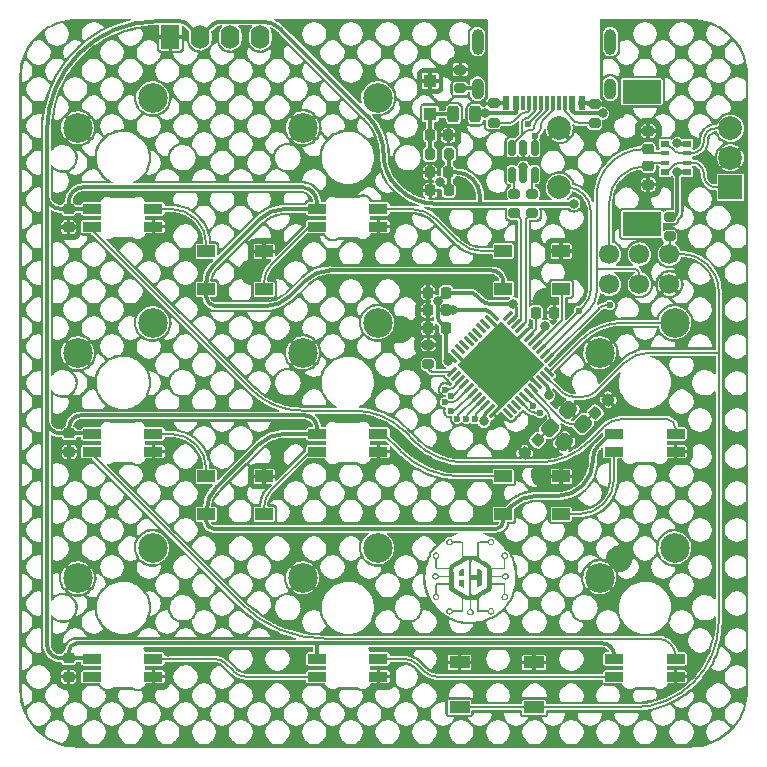
<source format=gbr>
%TF.GenerationSoftware,KiCad,Pcbnew,6.0.0-rc1-unknown-caf406943e~144~ubuntu21.04.1*%
%TF.CreationDate,2021-12-15T23:35:00+01:00*%
%TF.ProjectId,1337-v4.0,31333337-2d76-4342-9e30-2e6b69636164,4.0*%
%TF.SameCoordinates,Original*%
%TF.FileFunction,Copper,L2,Bot*%
%TF.FilePolarity,Positive*%
%FSLAX46Y46*%
G04 Gerber Fmt 4.6, Leading zero omitted, Abs format (unit mm)*
G04 Created by KiCad (PCBNEW 6.0.0-rc1-unknown-caf406943e~144~ubuntu21.04.1) date 2021-12-15 23:35:00*
%MOMM*%
%LPD*%
G01*
G04 APERTURE LIST*
G04 Aperture macros list*
%AMRoundRect*
0 Rectangle with rounded corners*
0 $1 Rounding radius*
0 $2 $3 $4 $5 $6 $7 $8 $9 X,Y pos of 4 corners*
0 Add a 4 corners polygon primitive as box body*
4,1,4,$2,$3,$4,$5,$6,$7,$8,$9,$2,$3,0*
0 Add four circle primitives for the rounded corners*
1,1,$1+$1,$2,$3*
1,1,$1+$1,$4,$5*
1,1,$1+$1,$6,$7*
1,1,$1+$1,$8,$9*
0 Add four rect primitives between the rounded corners*
20,1,$1+$1,$2,$3,$4,$5,0*
20,1,$1+$1,$4,$5,$6,$7,0*
20,1,$1+$1,$6,$7,$8,$9,0*
20,1,$1+$1,$8,$9,$2,$3,0*%
%AMRotRect*
0 Rectangle, with rotation*
0 The origin of the aperture is its center*
0 $1 length*
0 $2 width*
0 $3 Rotation angle, in degrees counterclockwise*
0 Add horizontal line*
21,1,$1,$2,0,0,$3*%
G04 Aperture macros list end*
%TA.AperFunction,ComponentPad*%
%ADD10C,2.500000*%
%TD*%
%TA.AperFunction,SMDPad,CuDef*%
%ADD11RoundRect,0.082000X-0.718000X0.328000X-0.718000X-0.328000X0.718000X-0.328000X0.718000X0.328000X0*%
%TD*%
%TA.AperFunction,ComponentPad*%
%ADD12R,1.600000X2.000000*%
%TD*%
%TA.AperFunction,ComponentPad*%
%ADD13O,1.600000X2.000000*%
%TD*%
%TA.AperFunction,ComponentPad*%
%ADD14R,2.000000X2.000000*%
%TD*%
%TA.AperFunction,ComponentPad*%
%ADD15C,2.000000*%
%TD*%
%TA.AperFunction,ComponentPad*%
%ADD16R,3.200000X2.000000*%
%TD*%
%TA.AperFunction,SMDPad,CuDef*%
%ADD17R,0.600000X1.150000*%
%TD*%
%TA.AperFunction,SMDPad,CuDef*%
%ADD18R,0.300000X1.150000*%
%TD*%
%TA.AperFunction,ComponentPad*%
%ADD19O,1.000000X1.800000*%
%TD*%
%TA.AperFunction,ComponentPad*%
%ADD20O,1.000000X2.200000*%
%TD*%
%TA.AperFunction,SMDPad,CuDef*%
%ADD21RoundRect,0.225000X0.225000X0.250000X-0.225000X0.250000X-0.225000X-0.250000X0.225000X-0.250000X0*%
%TD*%
%TA.AperFunction,SMDPad,CuDef*%
%ADD22RoundRect,0.225000X-0.017678X0.335876X-0.335876X0.017678X0.017678X-0.335876X0.335876X-0.017678X0*%
%TD*%
%TA.AperFunction,SMDPad,CuDef*%
%ADD23R,1.100000X1.100000*%
%TD*%
%TA.AperFunction,SMDPad,CuDef*%
%ADD24RoundRect,0.200000X0.275000X-0.200000X0.275000X0.200000X-0.275000X0.200000X-0.275000X-0.200000X0*%
%TD*%
%TA.AperFunction,SMDPad,CuDef*%
%ADD25RoundRect,0.225000X-0.250000X0.225000X-0.250000X-0.225000X0.250000X-0.225000X0.250000X0.225000X0*%
%TD*%
%TA.AperFunction,ComponentPad*%
%ADD26C,1.700000*%
%TD*%
%TA.AperFunction,SMDPad,CuDef*%
%ADD27RoundRect,0.150000X-0.150000X0.512500X-0.150000X-0.512500X0.150000X-0.512500X0.150000X0.512500X0*%
%TD*%
%TA.AperFunction,SMDPad,CuDef*%
%ADD28RoundRect,0.170000X-0.255000X-0.330000X0.255000X-0.330000X0.255000X0.330000X-0.255000X0.330000X0*%
%TD*%
%TA.AperFunction,SMDPad,CuDef*%
%ADD29R,1.500000X1.000000*%
%TD*%
%TA.AperFunction,SMDPad,CuDef*%
%ADD30RoundRect,0.225000X0.017678X-0.335876X0.335876X-0.017678X-0.017678X0.335876X-0.335876X0.017678X0*%
%TD*%
%TA.AperFunction,SMDPad,CuDef*%
%ADD31RoundRect,0.170000X-0.330000X0.255000X-0.330000X-0.255000X0.330000X-0.255000X0.330000X0.255000X0*%
%TD*%
%TA.AperFunction,SMDPad,CuDef*%
%ADD32R,0.800000X0.500000*%
%TD*%
%TA.AperFunction,SMDPad,CuDef*%
%ADD33R,0.800000X0.400000*%
%TD*%
%TA.AperFunction,SMDPad,CuDef*%
%ADD34RoundRect,0.200000X-0.275000X0.200000X-0.275000X-0.200000X0.275000X-0.200000X0.275000X0.200000X0*%
%TD*%
%TA.AperFunction,SMDPad,CuDef*%
%ADD35RoundRect,0.225000X-0.225000X-0.250000X0.225000X-0.250000X0.225000X0.250000X-0.225000X0.250000X0*%
%TD*%
%TA.AperFunction,SMDPad,CuDef*%
%ADD36RoundRect,0.243750X0.243750X0.456250X-0.243750X0.456250X-0.243750X-0.456250X0.243750X-0.456250X0*%
%TD*%
%TA.AperFunction,SMDPad,CuDef*%
%ADD37RoundRect,0.062500X0.291682X0.380070X-0.380070X-0.291682X-0.291682X-0.380070X0.380070X0.291682X0*%
%TD*%
%TA.AperFunction,SMDPad,CuDef*%
%ADD38RoundRect,0.062500X-0.291682X0.380070X-0.380070X0.291682X0.291682X-0.380070X0.380070X-0.291682X0*%
%TD*%
%TA.AperFunction,ComponentPad*%
%ADD39C,0.500000*%
%TD*%
%TA.AperFunction,SMDPad,CuDef*%
%ADD40RotRect,5.200000X5.200000X225.000000*%
%TD*%
%TA.AperFunction,SMDPad,CuDef*%
%ADD41RoundRect,0.300000X0.070711X0.494975X-0.494975X-0.070711X-0.070711X-0.494975X0.494975X0.070711X0*%
%TD*%
%TA.AperFunction,SMDPad,CuDef*%
%ADD42RoundRect,0.225000X0.250000X-0.225000X0.250000X0.225000X-0.250000X0.225000X-0.250000X-0.225000X0*%
%TD*%
%TA.AperFunction,SMDPad,CuDef*%
%ADD43R,1.700000X1.000000*%
%TD*%
%TA.AperFunction,ViaPad*%
%ADD44C,0.800000*%
%TD*%
%TA.AperFunction,ViaPad*%
%ADD45C,0.600000*%
%TD*%
%TA.AperFunction,Conductor*%
%ADD46C,0.350000*%
%TD*%
%TA.AperFunction,Conductor*%
%ADD47C,0.250000*%
%TD*%
%TA.AperFunction,Conductor*%
%ADD48C,0.200000*%
%TD*%
G04 APERTURE END LIST*
%TO.C,G\u002A\u002A\u002A*%
G36*
X114969775Y-80037871D02*
G01*
X114954010Y-80081191D01*
X114933251Y-80121896D01*
X114909885Y-80154794D01*
X114882913Y-80180319D01*
X114849076Y-80204613D01*
X114813306Y-80224483D01*
X114780400Y-80236887D01*
X114748024Y-80245184D01*
X114748014Y-80651903D01*
X114748007Y-80697024D01*
X114747955Y-80773929D01*
X114747828Y-80839350D01*
X114747599Y-80894284D01*
X114747244Y-80939730D01*
X114746734Y-80976685D01*
X114746044Y-81006145D01*
X114745147Y-81029108D01*
X114744017Y-81046572D01*
X114742627Y-81059533D01*
X114740952Y-81068989D01*
X114738964Y-81075937D01*
X114736637Y-81081375D01*
X114724932Y-81098131D01*
X114702516Y-81111888D01*
X114695977Y-81113194D01*
X114681807Y-81114538D01*
X114659982Y-81115712D01*
X114629910Y-81116724D01*
X114590995Y-81117584D01*
X114542644Y-81118300D01*
X114484262Y-81118880D01*
X114415255Y-81119333D01*
X114335028Y-81119667D01*
X114242988Y-81119892D01*
X114138541Y-81120015D01*
X113597320Y-81120382D01*
X113597320Y-81666479D01*
X114472517Y-81666479D01*
X114480815Y-81634103D01*
X114493117Y-81601410D01*
X114512951Y-81565643D01*
X114537228Y-81531780D01*
X114562907Y-81504617D01*
X114583602Y-81488944D01*
X114622259Y-81467041D01*
X114665279Y-81449328D01*
X114707469Y-81438191D01*
X114744814Y-81434679D01*
X114799951Y-81439647D01*
X114854025Y-81455741D01*
X114904449Y-81482104D01*
X114948631Y-81517881D01*
X114970673Y-81542495D01*
X115002077Y-81591120D01*
X115022296Y-81643172D01*
X115031594Y-81697066D01*
X115030813Y-81728239D01*
X115030237Y-81751218D01*
X115018490Y-81804041D01*
X114996619Y-81853950D01*
X114964888Y-81899362D01*
X114923564Y-81938689D01*
X114872910Y-81970348D01*
X114855877Y-81978654D01*
X114838035Y-81986405D01*
X114822087Y-81991151D01*
X114804307Y-81993618D01*
X114780973Y-81994530D01*
X114748361Y-81994615D01*
X114739453Y-81994560D01*
X114698080Y-81992804D01*
X114664886Y-81987669D01*
X114635918Y-81977896D01*
X114607223Y-81962230D01*
X114574851Y-81939413D01*
X114574274Y-81938974D01*
X114552173Y-81918799D01*
X114529537Y-81892706D01*
X114508970Y-81864286D01*
X114493079Y-81837130D01*
X114484469Y-81814829D01*
X114480443Y-81796502D01*
X113597320Y-81796502D01*
X113597320Y-82303591D01*
X114138541Y-82303958D01*
X114229575Y-82304059D01*
X114323261Y-82304269D01*
X114405054Y-82304588D01*
X114475546Y-82305024D01*
X114535333Y-82305587D01*
X114585009Y-82306284D01*
X114625168Y-82307123D01*
X114656404Y-82308115D01*
X114679311Y-82309267D01*
X114694483Y-82310587D01*
X114702516Y-82312085D01*
X114719908Y-82321350D01*
X114736637Y-82342598D01*
X114738272Y-82346222D01*
X114740339Y-82352534D01*
X114742093Y-82361031D01*
X114743559Y-82372694D01*
X114744763Y-82388509D01*
X114745731Y-82409459D01*
X114746487Y-82436526D01*
X114747058Y-82470694D01*
X114747468Y-82512948D01*
X114747743Y-82564270D01*
X114747909Y-82625643D01*
X114747991Y-82698052D01*
X114748014Y-82782480D01*
X114748024Y-83199607D01*
X114773620Y-83203932D01*
X114783831Y-83206401D01*
X114811518Y-83217580D01*
X114842656Y-83234694D01*
X114873317Y-83255448D01*
X114899573Y-83277546D01*
X114908750Y-83287437D01*
X114930471Y-83318156D01*
X114950418Y-83355589D01*
X114966431Y-83395359D01*
X114976350Y-83433089D01*
X114978548Y-83457787D01*
X114979777Y-83471595D01*
X114974471Y-83526513D01*
X114958243Y-83580438D01*
X114931993Y-83630643D01*
X114896621Y-83674406D01*
X114872098Y-83696363D01*
X114823529Y-83727706D01*
X114771496Y-83747890D01*
X114717595Y-83757182D01*
X114663423Y-83755847D01*
X114610574Y-83744152D01*
X114560647Y-83722361D01*
X114515236Y-83690741D01*
X114475937Y-83649558D01*
X114444348Y-83599077D01*
X114436822Y-83583487D01*
X114427755Y-83561807D01*
X114422318Y-83541862D01*
X114419332Y-83518741D01*
X114417623Y-83487530D01*
X114417683Y-83482380D01*
X114514285Y-83482380D01*
X114521004Y-83523244D01*
X114536682Y-83561413D01*
X114560926Y-83594884D01*
X114593338Y-83621656D01*
X114633524Y-83639725D01*
X114649614Y-83643792D01*
X114696662Y-83647576D01*
X114741061Y-83639427D01*
X114781146Y-83620060D01*
X114815253Y-83590186D01*
X114841717Y-83550521D01*
X114845191Y-83543109D01*
X114857503Y-83500557D01*
X114858383Y-83457787D01*
X114848949Y-83416613D01*
X114830322Y-83378852D01*
X114803620Y-83346321D01*
X114769964Y-83320836D01*
X114730471Y-83304212D01*
X114686263Y-83298268D01*
X114678211Y-83298564D01*
X114641730Y-83305608D01*
X114605104Y-83320314D01*
X114574408Y-83340394D01*
X114551848Y-83363657D01*
X114529312Y-83400584D01*
X114516923Y-83440826D01*
X114514285Y-83482380D01*
X114417683Y-83482380D01*
X114418165Y-83441390D01*
X114425608Y-83396181D01*
X114441456Y-83354373D01*
X114466910Y-83311686D01*
X114475956Y-83299673D01*
X114502138Y-83271893D01*
X114532843Y-83246159D01*
X114564267Y-83225464D01*
X114592604Y-83212802D01*
X114618001Y-83205193D01*
X114618001Y-82433614D01*
X113598200Y-82433614D01*
X113598514Y-82523005D01*
X113593874Y-82619023D01*
X113578814Y-82709130D01*
X113553184Y-82791869D01*
X113516844Y-82867534D01*
X113469651Y-82936418D01*
X113411465Y-82998815D01*
X113342143Y-83055019D01*
X113335089Y-83059743D01*
X113314281Y-83072675D01*
X113283781Y-83090905D01*
X113244674Y-83113809D01*
X113198046Y-83140765D01*
X113144980Y-83171149D01*
X113086563Y-83204340D01*
X113023880Y-83239714D01*
X112958015Y-83276649D01*
X112890054Y-83314520D01*
X112492137Y-83535560D01*
X112492130Y-84076781D01*
X112492124Y-84618001D01*
X113271229Y-84618001D01*
X113275255Y-84599674D01*
X113275371Y-84599155D01*
X113284218Y-84576672D01*
X113300273Y-84549434D01*
X113320931Y-84521030D01*
X113343587Y-84495052D01*
X113365637Y-84475090D01*
X113372112Y-84470251D01*
X113403502Y-84448858D01*
X113431948Y-84434382D01*
X113461403Y-84425567D01*
X113495819Y-84421155D01*
X113539147Y-84419888D01*
X113564821Y-84419904D01*
X113590070Y-84420548D01*
X113608858Y-84422570D01*
X113624909Y-84426695D01*
X113641947Y-84433648D01*
X113663696Y-84444155D01*
X113692586Y-84460454D01*
X113738161Y-84496511D01*
X113774263Y-84539367D01*
X113800625Y-84587439D01*
X113816982Y-84639142D01*
X113822320Y-84686264D01*
X113823070Y-84692889D01*
X113818622Y-84747095D01*
X113803375Y-84800177D01*
X113777061Y-84850547D01*
X113739416Y-84896622D01*
X113707843Y-84923562D01*
X113659349Y-84952139D01*
X113606486Y-84971083D01*
X113552025Y-84979475D01*
X113498738Y-84976397D01*
X113471298Y-84969947D01*
X113427690Y-84954173D01*
X113386770Y-84933365D01*
X113353693Y-84909886D01*
X113328168Y-84882914D01*
X113303874Y-84849077D01*
X113284004Y-84813307D01*
X113271601Y-84780400D01*
X113263303Y-84748024D01*
X112846833Y-84748014D01*
X112787735Y-84748004D01*
X112711712Y-84747943D01*
X112647033Y-84747806D01*
X112592714Y-84747568D01*
X112547769Y-84747202D01*
X112511216Y-84746684D01*
X112482070Y-84745987D01*
X112459346Y-84745087D01*
X112442060Y-84743957D01*
X112429227Y-84742573D01*
X112419864Y-84740909D01*
X112412986Y-84738939D01*
X112407609Y-84736637D01*
X112390853Y-84724933D01*
X112377095Y-84702516D01*
X112375893Y-84696732D01*
X112374848Y-84686264D01*
X113363278Y-84686264D01*
X113363957Y-84700406D01*
X113374039Y-84743137D01*
X113394881Y-84782704D01*
X113424793Y-84816449D01*
X113462087Y-84841717D01*
X113481664Y-84850293D01*
X113507500Y-84856743D01*
X113538809Y-84858544D01*
X113544393Y-84858456D01*
X113589450Y-84851094D01*
X113630013Y-84833039D01*
X113664433Y-84805909D01*
X113691060Y-84771325D01*
X113708246Y-84730903D01*
X113714341Y-84686264D01*
X113714144Y-84678100D01*
X113706166Y-84634649D01*
X113687833Y-84596113D01*
X113660961Y-84563613D01*
X113627366Y-84538266D01*
X113588865Y-84521193D01*
X113547274Y-84513513D01*
X113504409Y-84516346D01*
X113462087Y-84530810D01*
X113449246Y-84537938D01*
X113414168Y-84566256D01*
X113387022Y-84602187D01*
X113369496Y-84643075D01*
X113363278Y-84686264D01*
X112374848Y-84686264D01*
X112374528Y-84683065D01*
X112373336Y-84661767D01*
X112372307Y-84632241D01*
X112371434Y-84593890D01*
X112370708Y-84546117D01*
X112370119Y-84488326D01*
X112369660Y-84419919D01*
X112369321Y-84340301D01*
X112369093Y-84248874D01*
X112368969Y-84145043D01*
X112368931Y-84100486D01*
X112368824Y-84020311D01*
X112368674Y-83944501D01*
X112368486Y-83874016D01*
X112368263Y-83809815D01*
X112368011Y-83752858D01*
X112367733Y-83704104D01*
X112367435Y-83664515D01*
X112367120Y-83635048D01*
X112366794Y-83616664D01*
X112366461Y-83610323D01*
X112365047Y-83610886D01*
X112354870Y-83616185D01*
X112337263Y-83625872D01*
X112314923Y-83638473D01*
X112276271Y-83659081D01*
X112186099Y-83697375D01*
X112092360Y-83724552D01*
X111997787Y-83739739D01*
X111996417Y-83739867D01*
X111945252Y-83742397D01*
X111904522Y-83739378D01*
X111872889Y-83730713D01*
X111871714Y-83730326D01*
X111869491Y-83730665D01*
X111867615Y-83733379D01*
X111866058Y-83739436D01*
X111864789Y-83749799D01*
X111863781Y-83765437D01*
X111863002Y-83787314D01*
X111862424Y-83816398D01*
X111862017Y-83853653D01*
X111861752Y-83900046D01*
X111861599Y-83956544D01*
X111861529Y-84024111D01*
X111861512Y-84103715D01*
X111861527Y-84163849D01*
X111861605Y-84234987D01*
X111861774Y-84294790D01*
X111862061Y-84344219D01*
X111862490Y-84384235D01*
X111863088Y-84415798D01*
X111863881Y-84439870D01*
X111864894Y-84457410D01*
X111866153Y-84469381D01*
X111867685Y-84476741D01*
X111869514Y-84480453D01*
X111871667Y-84481477D01*
X111886190Y-84484652D01*
X111908494Y-84494088D01*
X111934133Y-84507876D01*
X111959537Y-84524084D01*
X111981136Y-84540776D01*
X112005987Y-84564901D01*
X112039614Y-84609436D01*
X112062601Y-84659595D01*
X112076133Y-84717582D01*
X112077429Y-84748024D01*
X112078406Y-84770991D01*
X112069157Y-84826321D01*
X112048877Y-84878575D01*
X112018581Y-84926177D01*
X111979287Y-84967551D01*
X111932010Y-85001122D01*
X111877765Y-85025312D01*
X111858918Y-85029351D01*
X111826854Y-85032022D01*
X111786749Y-85032196D01*
X111767639Y-85031570D01*
X111740744Y-85029690D01*
X111719809Y-85026054D01*
X111700304Y-85019733D01*
X111677700Y-85009794D01*
X111663602Y-85002676D01*
X111615588Y-84969761D01*
X111576031Y-84928455D01*
X111545655Y-84880499D01*
X111525188Y-84827635D01*
X111515357Y-84771605D01*
X111515976Y-84748373D01*
X111621112Y-84748373D01*
X111621455Y-84760947D01*
X111630139Y-84806989D01*
X111650113Y-84846898D01*
X111680828Y-84879824D01*
X111721738Y-84904915D01*
X111748332Y-84913484D01*
X111788412Y-84917375D01*
X111829488Y-84912926D01*
X111866584Y-84900296D01*
X111870735Y-84898168D01*
X111908818Y-84871453D01*
X111936367Y-84837215D01*
X111953103Y-84795917D01*
X111958744Y-84748024D01*
X111953883Y-84704399D01*
X111938150Y-84662453D01*
X111912698Y-84627740D01*
X111878723Y-84601459D01*
X111837424Y-84584811D01*
X111790000Y-84578995D01*
X111746489Y-84583840D01*
X111704612Y-84599575D01*
X111669964Y-84625070D01*
X111643718Y-84659151D01*
X111627044Y-84700644D01*
X111621112Y-84748373D01*
X111515976Y-84748373D01*
X111516888Y-84714148D01*
X111530508Y-84657008D01*
X111535221Y-84645148D01*
X111555147Y-84608420D01*
X111581607Y-84572168D01*
X111611043Y-84541499D01*
X111630964Y-84525914D01*
X111656429Y-84509357D01*
X111682334Y-84495150D01*
X111705146Y-84485216D01*
X111721335Y-84481477D01*
X111723151Y-84480775D01*
X111725018Y-84477570D01*
X111726587Y-84470889D01*
X111727885Y-84459779D01*
X111728935Y-84443288D01*
X111729764Y-84420463D01*
X111730396Y-84390351D01*
X111730857Y-84352000D01*
X111731171Y-84304457D01*
X111731365Y-84246770D01*
X111731462Y-84177985D01*
X111731489Y-84097151D01*
X111731489Y-83712825D01*
X111716862Y-83717195D01*
X111716204Y-83717385D01*
X111701862Y-83720598D01*
X111679541Y-83724711D01*
X111653780Y-83728884D01*
X111646790Y-83729823D01*
X111605173Y-83732169D01*
X111556196Y-83730751D01*
X111503992Y-83725926D01*
X111452693Y-83718052D01*
X111406432Y-83707486D01*
X111385123Y-83700941D01*
X111341637Y-83684782D01*
X111296868Y-83665163D01*
X111255471Y-83644193D01*
X111222101Y-83623981D01*
X111210125Y-83615952D01*
X111196082Y-83607216D01*
X111189097Y-83603822D01*
X111188770Y-83605900D01*
X111188208Y-83619218D01*
X111187668Y-83644037D01*
X111187158Y-83679399D01*
X111186685Y-83724348D01*
X111186256Y-83777928D01*
X111185878Y-83839181D01*
X111185559Y-83907151D01*
X111185306Y-83980881D01*
X111185125Y-84059413D01*
X111185026Y-84141792D01*
X111184930Y-84228758D01*
X111184723Y-84322603D01*
X111184406Y-84404534D01*
X111183971Y-84475145D01*
X111183410Y-84535034D01*
X111182713Y-84584794D01*
X111181873Y-84625021D01*
X111180880Y-84656312D01*
X111179725Y-84679261D01*
X111179115Y-84686264D01*
X111178401Y-84694464D01*
X111176899Y-84702516D01*
X111167634Y-84719909D01*
X111146386Y-84736637D01*
X111143279Y-84738062D01*
X111137088Y-84740174D01*
X111128800Y-84741966D01*
X111117422Y-84743464D01*
X111101963Y-84744694D01*
X111081433Y-84745683D01*
X111054839Y-84746455D01*
X111021190Y-84747038D01*
X110979496Y-84747457D01*
X110928764Y-84747738D01*
X110868004Y-84747907D01*
X110796224Y-84747991D01*
X110712434Y-84748014D01*
X110689571Y-84748016D01*
X110608965Y-84748058D01*
X110540202Y-84748170D01*
X110482360Y-84748375D01*
X110434519Y-84748696D01*
X110395757Y-84749157D01*
X110365152Y-84749778D01*
X110341783Y-84750585D01*
X110324729Y-84751598D01*
X110313069Y-84752841D01*
X110305881Y-84754337D01*
X110302244Y-84756109D01*
X110301236Y-84758179D01*
X110298078Y-84772699D01*
X110288592Y-84795090D01*
X110274671Y-84820870D01*
X110258237Y-84846508D01*
X110241214Y-84868470D01*
X110239260Y-84870668D01*
X110195758Y-84910208D01*
X110147275Y-84938822D01*
X110095418Y-84956738D01*
X110041791Y-84964186D01*
X109987999Y-84961393D01*
X109935647Y-84948588D01*
X109886341Y-84925999D01*
X109841686Y-84893855D01*
X109803286Y-84852384D01*
X109772748Y-84801814D01*
X109768306Y-84792322D01*
X109760665Y-84774281D01*
X109755852Y-84758026D01*
X109753217Y-84739861D01*
X109752113Y-84716088D01*
X109751911Y-84686264D01*
X109852656Y-84686264D01*
X109853335Y-84700406D01*
X109863417Y-84743137D01*
X109884259Y-84782704D01*
X109914171Y-84816449D01*
X109951466Y-84841717D01*
X109971042Y-84850293D01*
X109996878Y-84856743D01*
X110028187Y-84858544D01*
X110033771Y-84858456D01*
X110078828Y-84851094D01*
X110119391Y-84833039D01*
X110153811Y-84805909D01*
X110180438Y-84771325D01*
X110197624Y-84730903D01*
X110203719Y-84686264D01*
X110203522Y-84678100D01*
X110195544Y-84634649D01*
X110177211Y-84596113D01*
X110150339Y-84563613D01*
X110116744Y-84538266D01*
X110078243Y-84521193D01*
X110036652Y-84513513D01*
X109993787Y-84516346D01*
X109951466Y-84530810D01*
X109938624Y-84537938D01*
X109903546Y-84566256D01*
X109876400Y-84602187D01*
X109858874Y-84643075D01*
X109852656Y-84686264D01*
X109751911Y-84686264D01*
X109751889Y-84683013D01*
X109751920Y-84667026D01*
X109752453Y-84638513D01*
X109754153Y-84617673D01*
X109757670Y-84600807D01*
X109763652Y-84584219D01*
X109772748Y-84564212D01*
X109792635Y-84528969D01*
X109828815Y-84484872D01*
X109872135Y-84449553D01*
X109920897Y-84423485D01*
X109973401Y-84407143D01*
X110027946Y-84401002D01*
X110082833Y-84405538D01*
X110136362Y-84421224D01*
X110186833Y-84448536D01*
X110188637Y-84449795D01*
X110214949Y-84471690D01*
X110240833Y-84498970D01*
X110264346Y-84528931D01*
X110283545Y-84558867D01*
X110296490Y-84586074D01*
X110301236Y-84607847D01*
X110301750Y-84609442D01*
X110304627Y-84611359D01*
X110310891Y-84612971D01*
X110321502Y-84614303D01*
X110337422Y-84615381D01*
X110359613Y-84616232D01*
X110389037Y-84616880D01*
X110426656Y-84617353D01*
X110473430Y-84617675D01*
X110530321Y-84617874D01*
X110598292Y-84617974D01*
X110678303Y-84618001D01*
X111055369Y-84618001D01*
X111055313Y-84073530D01*
X111055257Y-83529058D01*
X110680489Y-83311270D01*
X110602580Y-83265971D01*
X110527637Y-83222310D01*
X110462392Y-83184156D01*
X110406030Y-83150990D01*
X110357737Y-83122296D01*
X110316697Y-83097553D01*
X110282095Y-83076245D01*
X110253116Y-83057853D01*
X110228944Y-83041859D01*
X110208765Y-83027744D01*
X110191763Y-83014991D01*
X110177122Y-83003082D01*
X110164029Y-82991498D01*
X110151667Y-82979722D01*
X110139222Y-82967235D01*
X110130719Y-82958387D01*
X110084448Y-82902486D01*
X110046779Y-82841663D01*
X110017222Y-82774610D01*
X109995285Y-82700021D01*
X109980478Y-82616588D01*
X109972309Y-82523005D01*
X109967786Y-82433614D01*
X108961999Y-82433614D01*
X108961999Y-83205193D01*
X108987395Y-83212802D01*
X108999148Y-83217153D01*
X109029302Y-83233691D01*
X109060880Y-83256955D01*
X109090077Y-83283951D01*
X109113089Y-83311686D01*
X109136075Y-83349489D01*
X109152989Y-83391179D01*
X109161357Y-83435766D01*
X109162106Y-83473799D01*
X109162377Y-83487530D01*
X109161455Y-83507197D01*
X109159136Y-83533042D01*
X109154846Y-83553696D01*
X109147411Y-83574070D01*
X109135651Y-83599077D01*
X109119345Y-83627961D01*
X109083317Y-83673424D01*
X109040480Y-83709415D01*
X108992425Y-83735672D01*
X108940741Y-83751930D01*
X108887019Y-83757927D01*
X108832848Y-83753397D01*
X108779821Y-83738079D01*
X108729525Y-83711708D01*
X108683553Y-83674020D01*
X108658200Y-83644674D01*
X108628642Y-83595825D01*
X108609133Y-83542577D01*
X108600520Y-83487481D01*
X108601287Y-83474148D01*
X108721599Y-83474148D01*
X108721941Y-83486722D01*
X108730626Y-83532763D01*
X108750599Y-83572672D01*
X108781314Y-83605598D01*
X108822224Y-83630689D01*
X108848818Y-83639258D01*
X108888898Y-83643149D01*
X108929975Y-83638700D01*
X108967071Y-83626070D01*
X108971222Y-83623943D01*
X109009304Y-83597227D01*
X109036854Y-83562989D01*
X109053589Y-83521691D01*
X109059230Y-83473799D01*
X109054370Y-83430173D01*
X109038637Y-83388227D01*
X109013184Y-83353514D01*
X108979209Y-83327233D01*
X108937911Y-83310585D01*
X108890486Y-83304769D01*
X108846976Y-83309615D01*
X108805098Y-83325349D01*
X108770451Y-83350844D01*
X108744204Y-83384925D01*
X108727530Y-83426418D01*
X108721599Y-83474148D01*
X108601287Y-83474148D01*
X108603649Y-83433089D01*
X108615052Y-83389925D01*
X108634871Y-83344019D01*
X108660383Y-83302591D01*
X108689366Y-83269873D01*
X108692314Y-83267273D01*
X108717138Y-83248152D01*
X108745331Y-83230129D01*
X108773557Y-83215014D01*
X108798479Y-83204618D01*
X108816761Y-83200750D01*
X108831976Y-83200750D01*
X108831986Y-82783051D01*
X108831997Y-82722204D01*
X108832058Y-82646289D01*
X108832196Y-82581702D01*
X108832436Y-82527458D01*
X108832803Y-82482576D01*
X108833323Y-82446072D01*
X108834020Y-82416964D01*
X108834921Y-82394270D01*
X108836050Y-82377006D01*
X108837434Y-82364189D01*
X108839097Y-82354838D01*
X108841065Y-82347968D01*
X108843363Y-82342598D01*
X108855067Y-82325843D01*
X108877484Y-82312085D01*
X108883268Y-82310882D01*
X108896935Y-82309517D01*
X108918233Y-82308325D01*
X108947759Y-82307297D01*
X108986110Y-82306424D01*
X109033883Y-82305697D01*
X109091674Y-82305108D01*
X109160081Y-82304649D01*
X109239699Y-82304310D01*
X109331126Y-82304083D01*
X109434957Y-82303958D01*
X109969677Y-82303591D01*
X109969621Y-82084178D01*
X109969563Y-82049917D01*
X109969285Y-81997594D01*
X109968805Y-81949148D01*
X109968154Y-81906403D01*
X109967360Y-81871186D01*
X109966453Y-81845321D01*
X109965464Y-81830633D01*
X109961365Y-81796502D01*
X109100581Y-81796502D01*
X109092972Y-81821898D01*
X109088622Y-81833651D01*
X109072083Y-81863805D01*
X109048819Y-81895383D01*
X109021823Y-81924580D01*
X108994089Y-81947592D01*
X108956285Y-81970578D01*
X108914596Y-81987492D01*
X108870009Y-81995860D01*
X108818244Y-81996880D01*
X108798577Y-81995958D01*
X108772732Y-81993639D01*
X108752079Y-81989349D01*
X108731705Y-81981913D01*
X108706697Y-81970154D01*
X108677953Y-81953929D01*
X108632524Y-81917926D01*
X108596538Y-81875087D01*
X108570261Y-81827008D01*
X108553959Y-81775285D01*
X108548654Y-81728239D01*
X108656444Y-81728239D01*
X108657123Y-81742382D01*
X108667205Y-81785113D01*
X108688047Y-81824680D01*
X108717959Y-81858425D01*
X108755254Y-81883693D01*
X108774830Y-81892269D01*
X108800666Y-81898719D01*
X108831976Y-81900520D01*
X108837559Y-81900432D01*
X108882616Y-81893070D01*
X108923179Y-81875014D01*
X108957599Y-81847885D01*
X108984226Y-81813301D01*
X109001412Y-81772879D01*
X109007507Y-81728239D01*
X109007310Y-81720076D01*
X108999332Y-81676625D01*
X108980999Y-81638089D01*
X108954127Y-81605589D01*
X108920532Y-81580242D01*
X108882031Y-81563169D01*
X108840440Y-81555489D01*
X108797575Y-81558322D01*
X108755254Y-81572786D01*
X108742412Y-81579914D01*
X108707334Y-81608232D01*
X108680188Y-81644163D01*
X108662662Y-81685051D01*
X108656444Y-81728239D01*
X108548654Y-81728239D01*
X108547896Y-81721515D01*
X108552340Y-81667293D01*
X108567557Y-81614216D01*
X108593811Y-81563880D01*
X108631369Y-81517881D01*
X108662007Y-81491609D01*
X108710670Y-81462693D01*
X108763821Y-81443544D01*
X108818734Y-81435064D01*
X108872686Y-81438152D01*
X108915849Y-81449555D01*
X108961755Y-81469374D01*
X109003183Y-81494886D01*
X109035901Y-81523869D01*
X109038501Y-81526817D01*
X109057622Y-81551641D01*
X109075645Y-81579834D01*
X109090760Y-81608060D01*
X109101156Y-81632982D01*
X109105024Y-81651264D01*
X109105024Y-81666479D01*
X109963630Y-81666479D01*
X109962593Y-81393430D01*
X109961555Y-81120382D01*
X109430896Y-81120015D01*
X109353113Y-81119932D01*
X109258906Y-81119731D01*
X109176659Y-81119419D01*
X109105775Y-81118988D01*
X109045656Y-81118428D01*
X108995702Y-81117732D01*
X108955316Y-81116890D01*
X108923899Y-81115893D01*
X108900854Y-81114733D01*
X108885582Y-81113401D01*
X108877484Y-81111888D01*
X108860091Y-81102623D01*
X108851040Y-81091127D01*
X110356844Y-81091127D01*
X110358989Y-81494198D01*
X110359082Y-81511174D01*
X110359630Y-81598875D01*
X110360321Y-81693717D01*
X110360602Y-81728239D01*
X110361128Y-81792823D01*
X110362026Y-81893314D01*
X110362987Y-81992313D01*
X110363984Y-82086942D01*
X110364993Y-82174324D01*
X110365985Y-82251582D01*
X110366348Y-82277901D01*
X110367417Y-82351833D01*
X110368425Y-82414219D01*
X110369419Y-82466161D01*
X110370447Y-82508761D01*
X110371556Y-82543121D01*
X110372794Y-82570343D01*
X110374206Y-82591530D01*
X110375842Y-82607783D01*
X110377748Y-82620204D01*
X110379971Y-82629897D01*
X110382558Y-82637962D01*
X110384236Y-82642506D01*
X110388496Y-82653211D01*
X110393379Y-82663322D01*
X110399550Y-82673282D01*
X110407673Y-82683534D01*
X110418414Y-82694520D01*
X110432438Y-82706685D01*
X110450411Y-82720471D01*
X110472996Y-82736320D01*
X110500860Y-82754677D01*
X110534667Y-82775983D01*
X110575084Y-82800682D01*
X110622773Y-82829218D01*
X110678402Y-82862032D01*
X110742635Y-82899568D01*
X110816137Y-82942269D01*
X110899573Y-82990577D01*
X110993609Y-83044937D01*
X111047771Y-83076235D01*
X111130882Y-83124240D01*
X111203879Y-83166352D01*
X111267481Y-83202961D01*
X111322404Y-83234456D01*
X111369366Y-83261225D01*
X111409085Y-83283656D01*
X111442277Y-83302140D01*
X111469661Y-83317064D01*
X111491954Y-83328817D01*
X111509872Y-83337788D01*
X111524135Y-83344366D01*
X111535458Y-83348940D01*
X111544559Y-83351898D01*
X111552157Y-83353630D01*
X111558968Y-83354524D01*
X111565710Y-83354968D01*
X111572529Y-83355191D01*
X111611005Y-83350706D01*
X111642342Y-83335716D01*
X111667580Y-83309758D01*
X111682731Y-83288516D01*
X111684628Y-81653476D01*
X111874067Y-81653476D01*
X112335437Y-81653476D01*
X112337392Y-81380895D01*
X112337841Y-81320272D01*
X112338328Y-81264204D01*
X112338866Y-81218784D01*
X112339522Y-81182770D01*
X112340363Y-81154925D01*
X112341456Y-81134007D01*
X112342865Y-81118779D01*
X112344660Y-81108000D01*
X112346905Y-81100432D01*
X112349667Y-81094834D01*
X112353013Y-81089968D01*
X112356421Y-81085636D01*
X112376538Y-81068893D01*
X112401055Y-81063019D01*
X112432139Y-81067395D01*
X112432333Y-81067447D01*
X112446358Y-81072832D01*
X112469863Y-81083628D01*
X112501020Y-81098920D01*
X112538004Y-81117793D01*
X112578989Y-81139332D01*
X112622147Y-81162620D01*
X112781425Y-81249707D01*
X112784743Y-82444999D01*
X112633558Y-82526750D01*
X112615066Y-82536744D01*
X112566784Y-82562732D01*
X112528028Y-82583311D01*
X112497392Y-82599107D01*
X112473468Y-82610751D01*
X112454849Y-82618869D01*
X112440128Y-82624090D01*
X112427899Y-82627041D01*
X112416755Y-82628352D01*
X112405287Y-82628649D01*
X112397704Y-82628418D01*
X112371127Y-82622002D01*
X112353087Y-82606124D01*
X112342432Y-82579890D01*
X112342098Y-82578059D01*
X112340782Y-82562959D01*
X112339570Y-82536812D01*
X112338494Y-82501190D01*
X112337591Y-82457665D01*
X112336893Y-82407807D01*
X112336435Y-82353189D01*
X112336251Y-82295382D01*
X112336096Y-82036878D01*
X112106931Y-82038586D01*
X111877765Y-82040295D01*
X111877765Y-82641651D01*
X111877794Y-82743885D01*
X111877893Y-82837934D01*
X111878072Y-82920402D01*
X111878340Y-82992016D01*
X111878708Y-83053498D01*
X111879186Y-83105573D01*
X111879784Y-83148965D01*
X111880511Y-83184400D01*
X111881379Y-83212601D01*
X111882397Y-83234292D01*
X111883574Y-83250198D01*
X111884922Y-83261043D01*
X111886450Y-83267552D01*
X111898270Y-83292482D01*
X111923390Y-83323152D01*
X111955510Y-83344558D01*
X111974455Y-83351679D01*
X112008257Y-83355697D01*
X112043545Y-83347819D01*
X112048382Y-83345726D01*
X112065792Y-83336996D01*
X112092890Y-83322611D01*
X112128654Y-83303157D01*
X112172057Y-83279218D01*
X112222078Y-83251378D01*
X112277690Y-83220222D01*
X112337871Y-83186334D01*
X112401596Y-83150300D01*
X112467841Y-83112703D01*
X112535581Y-83074129D01*
X112603793Y-83035161D01*
X112671453Y-82996385D01*
X112737535Y-82958385D01*
X112801017Y-82921746D01*
X112860874Y-82887052D01*
X112916081Y-82854888D01*
X112965615Y-82825839D01*
X113008452Y-82800488D01*
X113043567Y-82779421D01*
X113069936Y-82763223D01*
X113086535Y-82752477D01*
X113114085Y-82731381D01*
X113149515Y-82694841D01*
X113178522Y-82650834D01*
X113203089Y-82596710D01*
X113203805Y-82594836D01*
X113205993Y-82588817D01*
X113207925Y-82582446D01*
X113209620Y-82574932D01*
X113211093Y-82565486D01*
X113212361Y-82553315D01*
X113213441Y-82537631D01*
X113214350Y-82517641D01*
X113215104Y-82492555D01*
X113215721Y-82461584D01*
X113216216Y-82423935D01*
X113216608Y-82378818D01*
X113216911Y-82325443D01*
X113217144Y-82263020D01*
X113217323Y-82190756D01*
X113217465Y-82107862D01*
X113217586Y-82013548D01*
X113217704Y-81907021D01*
X113217741Y-81857519D01*
X113217729Y-81766427D01*
X113217679Y-81728239D01*
X114572493Y-81728239D01*
X114573171Y-81742382D01*
X114583253Y-81785113D01*
X114604095Y-81824680D01*
X114634007Y-81858425D01*
X114671302Y-81883693D01*
X114690878Y-81892269D01*
X114716715Y-81898719D01*
X114748024Y-81900520D01*
X114753607Y-81900432D01*
X114798664Y-81893070D01*
X114839227Y-81875014D01*
X114873647Y-81847885D01*
X114900274Y-81813301D01*
X114917460Y-81772879D01*
X114923555Y-81728239D01*
X114923359Y-81720076D01*
X114915380Y-81676625D01*
X114897047Y-81638089D01*
X114870175Y-81605589D01*
X114836580Y-81580242D01*
X114798079Y-81563169D01*
X114756488Y-81555489D01*
X114713623Y-81558322D01*
X114671302Y-81572786D01*
X114658460Y-81579914D01*
X114623382Y-81608232D01*
X114596236Y-81644163D01*
X114578710Y-81685051D01*
X114572493Y-81728239D01*
X113217679Y-81728239D01*
X113217615Y-81678596D01*
X113217404Y-81595002D01*
X113217104Y-81516619D01*
X113216720Y-81444420D01*
X113216259Y-81379379D01*
X113215728Y-81322471D01*
X113215133Y-81274669D01*
X113214480Y-81236947D01*
X113213776Y-81210279D01*
X113213026Y-81195640D01*
X113211870Y-81184487D01*
X113201464Y-81124757D01*
X113184956Y-81070033D01*
X113163411Y-81024002D01*
X113161107Y-81020111D01*
X113152104Y-81005914D01*
X113142265Y-80992628D01*
X113130634Y-80979594D01*
X113116254Y-80966153D01*
X113098169Y-80951646D01*
X113075425Y-80935413D01*
X113047064Y-80916796D01*
X113012130Y-80895136D01*
X112969668Y-80869773D01*
X112918721Y-80840049D01*
X112858335Y-80805304D01*
X112787551Y-80764879D01*
X112763538Y-80751181D01*
X112707433Y-80719082D01*
X112655026Y-80688966D01*
X112607403Y-80661466D01*
X112565652Y-80637214D01*
X112530861Y-80616845D01*
X112504117Y-80600990D01*
X112486508Y-80590283D01*
X112479122Y-80585358D01*
X112476976Y-80583595D01*
X112463582Y-80574791D01*
X112440905Y-80561300D01*
X112410535Y-80543967D01*
X112374058Y-80523640D01*
X112333064Y-80501165D01*
X112289140Y-80477390D01*
X112243874Y-80453161D01*
X112198854Y-80429326D01*
X112155668Y-80406731D01*
X112115903Y-80386223D01*
X112081149Y-80368650D01*
X112052994Y-80354857D01*
X112033024Y-80345692D01*
X112022828Y-80342002D01*
X112017098Y-80341319D01*
X111978023Y-80343486D01*
X111943195Y-80357518D01*
X111913872Y-80382684D01*
X111894131Y-80413806D01*
X111891308Y-80418257D01*
X111890211Y-80420658D01*
X111888046Y-80425890D01*
X111886142Y-80431856D01*
X111884482Y-80439374D01*
X111883044Y-80449263D01*
X111881809Y-80462340D01*
X111880757Y-80479422D01*
X111879868Y-80501328D01*
X111879122Y-80528876D01*
X111878499Y-80562883D01*
X111877979Y-80604167D01*
X111877543Y-80653546D01*
X111877170Y-80711838D01*
X111876841Y-80779862D01*
X111876536Y-80858433D01*
X111876234Y-80948372D01*
X111875916Y-81050494D01*
X111874067Y-81653476D01*
X111684628Y-81653476D01*
X111686067Y-80413806D01*
X111671242Y-80391807D01*
X111669494Y-80389261D01*
X111643850Y-80361482D01*
X111613357Y-80345416D01*
X111576508Y-80340244D01*
X111572864Y-80340274D01*
X111566611Y-80340628D01*
X111559784Y-80341687D01*
X111551667Y-80343826D01*
X111541539Y-80347420D01*
X111528682Y-80352846D01*
X111512378Y-80360480D01*
X111491908Y-80370698D01*
X111466554Y-80383875D01*
X111435597Y-80400386D01*
X111398319Y-80420609D01*
X111354001Y-80444919D01*
X111301925Y-80473691D01*
X111241372Y-80507301D01*
X111171624Y-80546126D01*
X111091962Y-80590541D01*
X111001668Y-80640922D01*
X110933352Y-80679048D01*
X110846588Y-80727509D01*
X110770004Y-80770391D01*
X110702917Y-80808141D01*
X110644640Y-80841205D01*
X110594491Y-80870026D01*
X110551785Y-80895051D01*
X110515836Y-80916725D01*
X110485962Y-80935494D01*
X110461477Y-80951804D01*
X110441697Y-80966098D01*
X110425938Y-80978824D01*
X110413515Y-80990426D01*
X110403743Y-81001350D01*
X110395940Y-81012041D01*
X110389419Y-81022945D01*
X110383497Y-81034507D01*
X110377490Y-81047173D01*
X110356844Y-81091127D01*
X108851040Y-81091127D01*
X108843363Y-81081375D01*
X108842056Y-81078551D01*
X108839920Y-81072425D01*
X108838106Y-81064248D01*
X108836590Y-81053025D01*
X108835345Y-81037760D01*
X108834345Y-81017459D01*
X108833563Y-80991124D01*
X108832973Y-80957762D01*
X108832549Y-80916375D01*
X108832265Y-80865968D01*
X108832094Y-80805546D01*
X108832009Y-80734113D01*
X108831986Y-80650674D01*
X108831976Y-80242726D01*
X108818277Y-80242726D01*
X108814351Y-80242442D01*
X108794315Y-80236805D01*
X108768444Y-80225323D01*
X108740132Y-80209810D01*
X108712775Y-80192085D01*
X108689765Y-80173962D01*
X108663173Y-80144585D01*
X108636909Y-80103344D01*
X108616326Y-80057203D01*
X108603649Y-80010388D01*
X108600222Y-79971881D01*
X108601253Y-79961214D01*
X108720986Y-79961214D01*
X108723819Y-80004078D01*
X108738283Y-80046400D01*
X108742295Y-80053964D01*
X108768832Y-80089776D01*
X108802730Y-80117855D01*
X108840998Y-80135604D01*
X108856052Y-80139443D01*
X108902329Y-80143443D01*
X108945797Y-80136094D01*
X108984886Y-80118556D01*
X109018024Y-80091986D01*
X109043639Y-80057544D01*
X109060161Y-80016389D01*
X109066017Y-79969678D01*
X109065929Y-79964094D01*
X109058567Y-79919037D01*
X109040512Y-79878474D01*
X109013382Y-79844055D01*
X108978798Y-79817427D01*
X108938376Y-79800242D01*
X108893736Y-79794147D01*
X108885573Y-79794343D01*
X108842122Y-79802321D01*
X108803586Y-79820654D01*
X108771086Y-79847527D01*
X108745739Y-79881122D01*
X108728666Y-79919623D01*
X108720986Y-79961214D01*
X108601253Y-79961214D01*
X108605528Y-79916963D01*
X108621756Y-79863039D01*
X108648006Y-79812833D01*
X108683378Y-79769071D01*
X108707993Y-79747028D01*
X108756617Y-79715624D01*
X108808669Y-79695406D01*
X108862563Y-79686108D01*
X108916715Y-79687465D01*
X108969538Y-79699211D01*
X109019447Y-79721083D01*
X109064859Y-79752813D01*
X109104186Y-79794138D01*
X109135845Y-79844791D01*
X109144151Y-79861825D01*
X109151902Y-79879666D01*
X109156648Y-79895615D01*
X109159115Y-79913394D01*
X109160027Y-79936728D01*
X109160112Y-79969341D01*
X109160110Y-79969678D01*
X109160057Y-79978249D01*
X109158301Y-80019621D01*
X109153166Y-80052816D01*
X109143393Y-80081784D01*
X109127727Y-80110478D01*
X109104910Y-80142851D01*
X109104471Y-80143428D01*
X109084296Y-80165529D01*
X109058203Y-80188165D01*
X109029783Y-80208731D01*
X109002627Y-80224622D01*
X108980326Y-80233233D01*
X108961999Y-80237258D01*
X108961999Y-80996860D01*
X109477215Y-80996789D01*
X109992431Y-80996719D01*
X110010106Y-80949656D01*
X110017127Y-80931867D01*
X110054248Y-80856573D01*
X110101247Y-80784832D01*
X110155959Y-80719646D01*
X110216218Y-80664013D01*
X110220399Y-80660799D01*
X110241231Y-80646326D01*
X110272850Y-80625866D01*
X110314820Y-80599683D01*
X110366706Y-80568041D01*
X110428074Y-80531203D01*
X110498487Y-80489433D01*
X110577511Y-80442995D01*
X110664711Y-80392152D01*
X111061747Y-80161462D01*
X111061871Y-78896988D01*
X110302269Y-78896988D01*
X110298055Y-78916175D01*
X110291477Y-78934093D01*
X110277699Y-78959502D01*
X110259621Y-78986846D01*
X110239812Y-79012274D01*
X110220841Y-79031935D01*
X110201875Y-79047011D01*
X110153480Y-79075144D01*
X110100334Y-79093968D01*
X110045587Y-79102545D01*
X109992390Y-79099938D01*
X109953077Y-79090806D01*
X109898851Y-79068401D01*
X109851918Y-79036955D01*
X109812972Y-78997867D01*
X109782701Y-78952537D01*
X109761798Y-78902364D01*
X109750953Y-78848749D01*
X109750925Y-78832325D01*
X109865801Y-78832325D01*
X109866144Y-78844899D01*
X109874828Y-78890941D01*
X109894802Y-78930850D01*
X109925517Y-78963776D01*
X109966427Y-78988866D01*
X109993021Y-78997436D01*
X110033101Y-79001327D01*
X110074177Y-78996878D01*
X110111273Y-78984248D01*
X110115424Y-78982120D01*
X110153507Y-78955405D01*
X110181056Y-78921166D01*
X110197792Y-78879869D01*
X110203433Y-78831976D01*
X110198572Y-78788351D01*
X110182839Y-78746405D01*
X110157387Y-78711691D01*
X110123412Y-78685411D01*
X110082113Y-78668762D01*
X110034689Y-78662946D01*
X109991178Y-78667792D01*
X109949301Y-78683527D01*
X109914653Y-78709022D01*
X109888407Y-78743103D01*
X109871733Y-78784596D01*
X109865801Y-78832325D01*
X109750925Y-78832325D01*
X109750858Y-78793090D01*
X109762203Y-78736787D01*
X109785680Y-78681241D01*
X109804234Y-78653451D01*
X109836504Y-78618636D01*
X109874989Y-78587615D01*
X109915987Y-78563728D01*
X109922595Y-78560758D01*
X109974961Y-78544714D01*
X110030557Y-78539312D01*
X110086418Y-78544321D01*
X110139579Y-78559515D01*
X110187075Y-78584664D01*
X110189235Y-78586172D01*
X110217630Y-78609906D01*
X110245065Y-78639247D01*
X110269666Y-78671494D01*
X110289560Y-78703945D01*
X110302873Y-78733899D01*
X110307732Y-78758655D01*
X110307737Y-78773099D01*
X110726382Y-78774908D01*
X110751476Y-78775017D01*
X110832151Y-78775389D01*
X110901062Y-78775763D01*
X110959174Y-78776171D01*
X111007453Y-78776645D01*
X111046862Y-78777216D01*
X111078368Y-78777915D01*
X111102935Y-78778775D01*
X111121529Y-78779826D01*
X111135114Y-78781101D01*
X111144656Y-78782631D01*
X111151119Y-78784448D01*
X111155470Y-78786583D01*
X111158673Y-78789068D01*
X111159605Y-78789952D01*
X111170667Y-78805469D01*
X111178819Y-78824824D01*
X111178886Y-78825087D01*
X111179584Y-78831976D01*
X111180058Y-78836659D01*
X111181124Y-78860844D01*
X111182079Y-78897274D01*
X111182920Y-78945581D01*
X111183643Y-79005397D01*
X111184244Y-79076353D01*
X111184720Y-79158081D01*
X111185066Y-79250212D01*
X111185280Y-79352379D01*
X111185356Y-79464213D01*
X111185362Y-79491915D01*
X111185429Y-79579111D01*
X111185568Y-79662246D01*
X111185774Y-79740426D01*
X111186040Y-79812758D01*
X111186361Y-79878346D01*
X111186733Y-79936297D01*
X111187149Y-79985717D01*
X111187604Y-80025711D01*
X111188092Y-80055385D01*
X111188607Y-80073845D01*
X111189146Y-80080197D01*
X111190925Y-80079625D01*
X111202335Y-80074630D01*
X111222282Y-80065322D01*
X111248620Y-80052712D01*
X111279206Y-80037808D01*
X111293615Y-80030819D01*
X111354849Y-80003591D01*
X111410131Y-79983842D01*
X111462656Y-79970735D01*
X111515617Y-79963435D01*
X111572211Y-79961105D01*
X111582366Y-79961099D01*
X111614705Y-79961543D01*
X111639461Y-79963219D01*
X111660935Y-79966779D01*
X111683425Y-79972874D01*
X111711230Y-79982155D01*
X111727608Y-79987562D01*
X111753559Y-79994931D01*
X111774154Y-79999297D01*
X111785993Y-79999854D01*
X111790321Y-79998699D01*
X111807055Y-79994016D01*
X111830919Y-79987189D01*
X111858262Y-79979258D01*
X111900883Y-79969163D01*
X111976337Y-79961389D01*
X112055721Y-79964938D01*
X112137810Y-79979639D01*
X112221383Y-80005319D01*
X112305216Y-80041810D01*
X112368602Y-80073549D01*
X112368638Y-79460889D01*
X112368668Y-79388637D01*
X112368837Y-79275230D01*
X112369154Y-79174344D01*
X112369618Y-79086040D01*
X112370229Y-79010378D01*
X112370986Y-78947417D01*
X112371889Y-78897217D01*
X112372936Y-78859839D01*
X112374127Y-78835343D01*
X112374891Y-78828726D01*
X113350276Y-78828726D01*
X113350954Y-78842868D01*
X113361037Y-78885599D01*
X113381878Y-78925166D01*
X113411791Y-78958912D01*
X113449085Y-78984180D01*
X113468662Y-78992755D01*
X113494498Y-78999205D01*
X113525807Y-79001006D01*
X113531391Y-79000918D01*
X113576448Y-78993556D01*
X113617011Y-78975501D01*
X113651430Y-78948372D01*
X113678058Y-78913787D01*
X113695243Y-78873366D01*
X113701338Y-78828726D01*
X113701142Y-78820562D01*
X113693164Y-78777111D01*
X113674831Y-78738576D01*
X113647958Y-78706075D01*
X113614363Y-78680728D01*
X113575862Y-78663656D01*
X113534271Y-78655976D01*
X113491407Y-78658808D01*
X113449085Y-78673272D01*
X113436244Y-78680400D01*
X113401166Y-78708718D01*
X113374019Y-78744650D01*
X113356493Y-78785538D01*
X113350276Y-78828726D01*
X112374891Y-78828726D01*
X112375462Y-78823788D01*
X112375629Y-78823185D01*
X112377996Y-78814114D01*
X112380378Y-78806308D01*
X112383702Y-78799666D01*
X112388896Y-78794091D01*
X112396889Y-78789484D01*
X112408606Y-78785745D01*
X112424977Y-78782777D01*
X112446928Y-78780479D01*
X112475388Y-78778755D01*
X112511284Y-78777505D01*
X112555543Y-78776630D01*
X112609093Y-78776031D01*
X112672863Y-78775611D01*
X112747778Y-78775269D01*
X112834768Y-78774908D01*
X113252759Y-78773099D01*
X113252764Y-78758655D01*
X113252795Y-78757005D01*
X113258367Y-78731756D01*
X113272249Y-78701515D01*
X113292570Y-78668984D01*
X113317454Y-78636865D01*
X113345028Y-78607857D01*
X113373420Y-78584664D01*
X113379346Y-78580727D01*
X113427773Y-78556898D01*
X113481468Y-78543055D01*
X113537465Y-78539426D01*
X113592801Y-78546241D01*
X113644509Y-78563728D01*
X113689140Y-78589636D01*
X113732820Y-78627394D01*
X113767725Y-78672143D01*
X113793024Y-78722194D01*
X113807890Y-78775854D01*
X113811319Y-78828726D01*
X113811494Y-78831432D01*
X113803007Y-78887236D01*
X113792251Y-78920197D01*
X113764678Y-78974219D01*
X113727523Y-79020068D01*
X113681739Y-79056880D01*
X113628282Y-79083792D01*
X113568106Y-79099938D01*
X113545106Y-79102522D01*
X113490840Y-79100096D01*
X113436408Y-79086897D01*
X113384963Y-79063864D01*
X113339655Y-79031935D01*
X113322796Y-79014717D01*
X113302954Y-78989722D01*
X113284568Y-78962399D01*
X113270208Y-78936600D01*
X113262441Y-78916175D01*
X113258227Y-78896988D01*
X112498625Y-78896988D01*
X112498625Y-80155110D01*
X112890130Y-80385826D01*
X112927576Y-80407923D01*
X112993491Y-80446962D01*
X113056756Y-80484609D01*
X113116300Y-80520216D01*
X113171051Y-80553137D01*
X113219939Y-80582724D01*
X113261892Y-80608330D01*
X113295838Y-80629309D01*
X113320706Y-80645012D01*
X113335426Y-80654793D01*
X113356250Y-80670346D01*
X113401862Y-80709260D01*
X113444968Y-80752223D01*
X113482485Y-80796032D01*
X113511330Y-80837486D01*
X113513976Y-80842026D01*
X113529236Y-80871910D01*
X113544313Y-80906535D01*
X113556293Y-80939301D01*
X113574566Y-80996551D01*
X114096283Y-80996705D01*
X114618001Y-80996860D01*
X114618001Y-80237258D01*
X114599673Y-80233233D01*
X114599155Y-80233116D01*
X114576672Y-80224270D01*
X114549433Y-80208215D01*
X114521029Y-80187556D01*
X114495051Y-80164900D01*
X114475090Y-80142851D01*
X114470761Y-80137065D01*
X114449161Y-80105479D01*
X114434540Y-80076919D01*
X114425631Y-80047413D01*
X114421169Y-80012990D01*
X114419888Y-79969678D01*
X114419887Y-79966427D01*
X114513982Y-79966427D01*
X114514661Y-79980569D01*
X114524743Y-80023301D01*
X114545584Y-80062868D01*
X114575497Y-80096613D01*
X114612791Y-80121881D01*
X114632368Y-80130457D01*
X114658204Y-80136907D01*
X114689513Y-80138708D01*
X114695097Y-80138620D01*
X114740154Y-80131257D01*
X114780717Y-80113202D01*
X114815137Y-80086073D01*
X114841764Y-80051489D01*
X114858949Y-80011067D01*
X114865044Y-79966427D01*
X114864366Y-79952285D01*
X114854284Y-79909554D01*
X114833442Y-79869987D01*
X114803530Y-79836241D01*
X114766235Y-79810974D01*
X114758823Y-79807499D01*
X114716272Y-79795187D01*
X114673501Y-79794307D01*
X114632328Y-79803741D01*
X114594567Y-79822368D01*
X114562036Y-79849070D01*
X114536550Y-79882726D01*
X114519927Y-79922219D01*
X114513982Y-79966427D01*
X114419887Y-79966427D01*
X114419883Y-79953176D01*
X114420356Y-79924854D01*
X114422016Y-79904160D01*
X114425504Y-79887406D01*
X114431461Y-79870907D01*
X114440529Y-79850976D01*
X114450477Y-79831789D01*
X114484448Y-79783555D01*
X114526262Y-79743867D01*
X114574283Y-79713617D01*
X114626876Y-79693694D01*
X114682406Y-79684988D01*
X114739235Y-79688390D01*
X114789699Y-79701861D01*
X114841064Y-79726709D01*
X114886027Y-79760448D01*
X114923488Y-79801584D01*
X114952347Y-79848624D01*
X114971504Y-79900074D01*
X114979858Y-79954441D01*
X114979096Y-79966427D01*
X114976311Y-80010233D01*
X114969775Y-80037871D01*
G37*
G36*
X111237402Y-81666479D02*
G01*
X110782146Y-81666479D01*
X110785572Y-81236103D01*
X110935098Y-81167963D01*
X110957944Y-81157552D01*
X111005110Y-81136059D01*
X111051852Y-81114761D01*
X111095318Y-81094956D01*
X111132656Y-81077944D01*
X111161013Y-81065025D01*
X111237402Y-81030228D01*
X111237402Y-81666479D01*
G37*
G36*
X111237402Y-82673360D02*
G01*
X111164264Y-82640105D01*
X111149736Y-82633495D01*
X111117026Y-82618592D01*
X111076806Y-82600252D01*
X111031802Y-82579718D01*
X110984741Y-82558233D01*
X110938349Y-82537041D01*
X110785572Y-82467232D01*
X110782146Y-82037044D01*
X111237402Y-82037044D01*
X111237402Y-82673360D01*
G37*
%TD*%
D10*
%TO.P,MX8,1,COL*%
%TO.N,GND*%
X97595479Y-81849521D03*
%TO.P,MX8,2,ROW*%
%TO.N,S8*%
X103945479Y-79309521D03*
%TD*%
D11*
%TO.P,D5,1,VDD*%
%TO.N,VCC*%
X123955479Y-69669520D03*
%TO.P,D5,2,DOUT*%
%TO.N,Net-(D12-Pad4)*%
X123955479Y-71169520D03*
%TO.P,D5,3,VSS*%
%TO.N,GND*%
X129155479Y-71169520D03*
%TO.P,D5,4,DIN*%
%TO.N,Net-(D1-Pad2)*%
X129155479Y-69669520D03*
%TD*%
D10*
%TO.P,MX7,1,COL*%
%TO.N,GND*%
X78545479Y-81849521D03*
%TO.P,MX7,2,ROW*%
%TO.N,S7*%
X84895479Y-79309521D03*
%TD*%
D11*
%TO.P,D6,1,VDD*%
%TO.N,VCC*%
X79755479Y-88719520D03*
%TO.P,D6,2,DOUT*%
%TO.N,unconnected-(D6-Pad2)*%
X79755479Y-90219520D03*
%TO.P,D6,3,VSS*%
%TO.N,GND*%
X84955479Y-90219520D03*
%TO.P,D6,4,DIN*%
%TO.N,Net-(D6-Pad4)*%
X84955479Y-88719520D03*
%TD*%
D10*
%TO.P,MX1,1,COL*%
%TO.N,GND*%
X78545479Y-43749521D03*
%TO.P,MX1,2,ROW*%
%TO.N,S1*%
X84895479Y-41209521D03*
%TD*%
%TO.P,MX6,1,COL*%
%TO.N,GND*%
X122745479Y-62799521D03*
%TO.P,MX6,2,ROW*%
%TO.N,S6*%
X129095479Y-60259521D03*
%TD*%
D11*
%TO.P,D1,1,VDD*%
%TO.N,VCC*%
X79755479Y-50619520D03*
%TO.P,D1,2,DOUT*%
%TO.N,Net-(D1-Pad2)*%
X79755479Y-52119520D03*
%TO.P,D1,3,VSS*%
%TO.N,GND*%
X84955479Y-52119520D03*
%TO.P,D1,4,DIN*%
%TO.N,Net-(D1-Pad4)*%
X84955479Y-50619520D03*
%TD*%
D12*
%TO.P,U1,1,GND*%
%TO.N,GND*%
X86384229Y-36055771D03*
D13*
%TO.P,U1,2,VCC*%
%TO.N,VCC*%
X88924229Y-36055771D03*
%TO.P,U1,3,SCL*%
%TO.N,SCL*%
X91464229Y-36055771D03*
%TO.P,U1,4,SDA*%
%TO.N,SDA*%
X94004229Y-36055771D03*
%TD*%
D10*
%TO.P,MX9,1,COL*%
%TO.N,GND*%
X122745479Y-81849521D03*
%TO.P,MX9,2,ROW*%
%TO.N,S9*%
X129095479Y-79309521D03*
%TD*%
%TO.P,MX4,1,COL*%
%TO.N,GND*%
X78545479Y-62799521D03*
%TO.P,MX4,2,ROW*%
%TO.N,S4*%
X84895479Y-60259521D03*
%TD*%
D11*
%TO.P,D2,1,VDD*%
%TO.N,VCC*%
X98805479Y-50619520D03*
%TO.P,D2,2,DOUT*%
%TO.N,Net-(D11-Pad4)*%
X98805479Y-52119520D03*
%TO.P,D2,3,VSS*%
%TO.N,GND*%
X104005479Y-52119520D03*
%TO.P,D2,4,DIN*%
%TO.N,Net-(D10-Pad2)*%
X104005479Y-50619520D03*
%TD*%
D14*
%TO.P,MX3,A,A*%
%TO.N,Net-(MX3-PadA)*%
X133805479Y-48789521D03*
D15*
%TO.P,MX3,B,B*%
%TO.N,Net-(MX3-PadB)*%
X133805479Y-43789521D03*
%TO.P,MX3,C,C*%
%TO.N,GND*%
X133805479Y-46289521D03*
D16*
%TO.P,MX3,MP*%
%TO.N,N/C*%
X126305479Y-51889521D03*
X126305479Y-40689521D03*
D15*
%TO.P,MX3,S1,S1*%
%TO.N,GND*%
X119305479Y-43789521D03*
%TO.P,MX3,S2,S2*%
%TO.N,S3*%
X119305479Y-48789521D03*
%TD*%
D11*
%TO.P,D3,1,VDD*%
%TO.N,VCC*%
X79755479Y-69669520D03*
%TO.P,D3,2,DOUT*%
%TO.N,Net-(D3-Pad2)*%
X79755479Y-71169520D03*
%TO.P,D3,3,VSS*%
%TO.N,GND*%
X84955479Y-71169520D03*
%TO.P,D3,4,DIN*%
%TO.N,Net-(D13-Pad2)*%
X84955479Y-69669520D03*
%TD*%
%TO.P,D7,1,VDD*%
%TO.N,VCC*%
X98805479Y-88719520D03*
%TO.P,D7,2,DOUT*%
%TO.N,Net-(D6-Pad4)*%
X98805479Y-90219520D03*
%TO.P,D7,3,VSS*%
%TO.N,GND*%
X104005479Y-90219520D03*
%TO.P,D7,4,DIN*%
%TO.N,Net-(D7-Pad4)*%
X104005479Y-88719520D03*
%TD*%
%TO.P,D8,1,VDD*%
%TO.N,VCC*%
X123955479Y-88719520D03*
%TO.P,D8,2,DOUT*%
%TO.N,Net-(D7-Pad4)*%
X123955479Y-90219520D03*
%TO.P,D8,3,VSS*%
%TO.N,GND*%
X129155479Y-90219520D03*
%TO.P,D8,4,DIN*%
%TO.N,Net-(D3-Pad2)*%
X129155479Y-88719520D03*
%TD*%
%TO.P,D4,1,VDD*%
%TO.N,VCC*%
X98805479Y-69669520D03*
%TO.P,D4,2,DOUT*%
%TO.N,Net-(D13-Pad4)*%
X98805479Y-71169520D03*
%TO.P,D4,3,VSS*%
%TO.N,GND*%
X104005479Y-71169520D03*
%TO.P,D4,4,DIN*%
%TO.N,Net-(D12-Pad2)*%
X104005479Y-69669520D03*
%TD*%
D10*
%TO.P,MX2,1,COL*%
%TO.N,GND*%
X97595479Y-43749521D03*
%TO.P,MX2,2,ROW*%
%TO.N,S2*%
X103945479Y-41209521D03*
%TD*%
%TO.P,MX5,1,COL*%
%TO.N,GND*%
X97595479Y-62799521D03*
%TO.P,MX5,2,ROW*%
%TO.N,S5*%
X103945479Y-60259521D03*
%TD*%
D17*
%TO.P,J1,A1,GND*%
%TO.N,GND*%
X114819229Y-41645771D03*
%TO.P,J1,A4,VBUS*%
%TO.N,/VBUS*%
X115619229Y-41645771D03*
D18*
%TO.P,J1,A5,CC1*%
%TO.N,Net-(J1-PadA5)*%
X116769229Y-41645771D03*
%TO.P,J1,A6,D+*%
%TO.N,Net-(J1-PadA6)*%
X117769229Y-41645771D03*
%TO.P,J1,A7,D-*%
%TO.N,Net-(J1-PadA7)*%
X118269229Y-41645771D03*
%TO.P,J1,A8,SBU1*%
%TO.N,unconnected-(J1-PadA8)*%
X119269229Y-41645771D03*
D17*
%TO.P,J1,A9,VBUS*%
%TO.N,/VBUS*%
X120419229Y-41645771D03*
%TO.P,J1,A12,GND*%
%TO.N,GND*%
X121219229Y-41645771D03*
%TO.P,J1,B1,GND*%
X121219229Y-41645771D03*
%TO.P,J1,B4,VBUS*%
%TO.N,/VBUS*%
X120419229Y-41645771D03*
D18*
%TO.P,J1,B5,CC2*%
%TO.N,Net-(J1-PadB5)*%
X119769229Y-41645771D03*
%TO.P,J1,B6,D+*%
%TO.N,Net-(J1-PadA6)*%
X118769229Y-41645771D03*
%TO.P,J1,B7,D-*%
%TO.N,Net-(J1-PadA7)*%
X117269229Y-41645771D03*
%TO.P,J1,B8,SBU2*%
%TO.N,unconnected-(J1-PadB8)*%
X116269229Y-41645771D03*
D17*
%TO.P,J1,B9,VBUS*%
%TO.N,/VBUS*%
X115619229Y-41645771D03*
%TO.P,J1,B12,GND*%
%TO.N,GND*%
X114819229Y-41645771D03*
D19*
%TO.P,J1,S1,SHIELD*%
%TO.N,Net-(FB1-Pad2)*%
X112399229Y-40445771D03*
%TO.P,J1,S2*%
%TO.N,N/C*%
X123639229Y-40445771D03*
D20*
%TO.P,J1,S3*%
X123639229Y-36445771D03*
%TO.P,J1,S4*%
X112399229Y-36445771D03*
%TD*%
D21*
%TO.P,C10,1*%
%TO.N,VCC*%
X109749229Y-60695771D03*
%TO.P,C10,2*%
%TO.N,GND*%
X108199229Y-60695771D03*
%TD*%
D22*
%TO.P,C11,1*%
%TO.N,GND*%
X123452237Y-66767763D03*
%TO.P,C11,2*%
%TO.N,Net-(C11-Pad2)*%
X122356221Y-67863779D03*
%TD*%
D21*
%TO.P,C7,1*%
%TO.N,VCC*%
X109749229Y-57695771D03*
%TO.P,C7,2*%
%TO.N,GND*%
X108199229Y-57695771D03*
%TD*%
D23*
%TO.P,D9,1,A1*%
%TO.N,GND*%
X108389229Y-39780771D03*
%TO.P,D9,2,A2*%
%TO.N,Net-(C1-Pad1)*%
X108389229Y-42580771D03*
%TD*%
D24*
%TO.P,R3,1*%
%TO.N,/MCU+*%
X117019229Y-50975771D03*
%TO.P,R3,2*%
%TO.N,D+*%
X117019229Y-49325771D03*
%TD*%
%TO.P,R2,1*%
%TO.N,Net-(J1-PadA5)*%
X113749229Y-43340771D03*
%TO.P,R2,2*%
%TO.N,GND*%
X113749229Y-41690771D03*
%TD*%
D25*
%TO.P,C12,1*%
%TO.N,VCC*%
X77824229Y-69620771D03*
%TO.P,C12,2*%
%TO.N,GND*%
X77824229Y-71170771D03*
%TD*%
%TO.P,C6,1*%
%TO.N,VCC*%
X77774229Y-50620771D03*
%TO.P,C6,2*%
%TO.N,GND*%
X77774229Y-52170771D03*
%TD*%
D21*
%TO.P,C5,1*%
%TO.N,VCC*%
X109949229Y-49045771D03*
%TO.P,C5,2*%
%TO.N,GND*%
X108399229Y-49045771D03*
%TD*%
D24*
%TO.P,R4,1*%
%TO.N,/MCU-*%
X115509229Y-50975771D03*
%TO.P,R4,2*%
%TO.N,D-*%
X115509229Y-49325771D03*
%TD*%
D26*
%TO.P,J2,1,MISO*%
%TO.N,EA*%
X123559229Y-54450771D03*
%TO.P,J2,2,VCC*%
%TO.N,VCC*%
X123559229Y-56990771D03*
%TO.P,J2,3,SCK*%
%TO.N,S3*%
X126099229Y-54450771D03*
%TO.P,J2,4,MOSI*%
%TO.N,EB*%
X126099229Y-56990771D03*
%TO.P,J2,5,~{RST}*%
%TO.N,RST*%
X128639229Y-54450771D03*
%TO.P,J2,6,GND*%
%TO.N,GND*%
X128639229Y-56990771D03*
%TD*%
D27*
%TO.P,U2,1,IO1*%
%TO.N,Net-(J1-PadA7)*%
X115319229Y-45433271D03*
%TO.P,U2,2,GND*%
%TO.N,GND*%
X116269229Y-45433271D03*
%TO.P,U2,3,IO2*%
%TO.N,Net-(J1-PadA6)*%
X117219229Y-45433271D03*
%TO.P,U2,4,IO2*%
%TO.N,D+*%
X117219229Y-47708271D03*
%TO.P,U2,5,VBUS*%
%TO.N,/VBUS*%
X116269229Y-47708271D03*
%TO.P,U2,6,IO1*%
%TO.N,D-*%
X115319229Y-47708271D03*
%TD*%
D28*
%TO.P,FB2,1*%
%TO.N,Net-(C1-Pad1)*%
X108359229Y-45960771D03*
%TO.P,FB2,2*%
%TO.N,VCC*%
X109959229Y-45960771D03*
%TD*%
D29*
%TO.P,D13,1,VDD*%
%TO.N,VCC*%
X89430479Y-76464521D03*
%TO.P,D13,2,DOUT*%
%TO.N,Net-(D13-Pad2)*%
X89430479Y-73264521D03*
%TO.P,D13,3,VSS*%
%TO.N,GND*%
X94330479Y-73264521D03*
%TO.P,D13,4,DIN*%
%TO.N,Net-(D13-Pad4)*%
X94330479Y-76464521D03*
%TD*%
D30*
%TO.P,C13,1*%
%TO.N,GND*%
X116396221Y-71293779D03*
%TO.P,C13,2*%
%TO.N,Net-(C13-Pad2)*%
X117492237Y-70197763D03*
%TD*%
D31*
%TO.P,FB1,1*%
%TO.N,GND*%
X110934229Y-38815771D03*
%TO.P,FB1,2*%
%TO.N,Net-(FB1-Pad2)*%
X110934229Y-40415771D03*
%TD*%
D32*
%TO.P,RN1,1,R1.1*%
%TO.N,Net-(MX3-PadA)*%
X128286729Y-47489521D03*
D33*
%TO.P,RN1,2,R2.1*%
%TO.N,EA*%
X128286729Y-46689521D03*
%TO.P,RN1,3,R3.1*%
%TO.N,EB*%
X128286729Y-45889521D03*
D32*
%TO.P,RN1,4,R4.1*%
%TO.N,Net-(MX3-PadB)*%
X128286729Y-45089521D03*
%TO.P,RN1,5,R4.2*%
%TO.N,VCC*%
X130086729Y-45089521D03*
D33*
%TO.P,RN1,6,R3.2*%
%TO.N,Net-(MX3-PadB)*%
X130086729Y-45889521D03*
%TO.P,RN1,7,R2.2*%
%TO.N,Net-(MX3-PadA)*%
X130086729Y-46689521D03*
D32*
%TO.P,RN1,8,R1.2*%
%TO.N,VCC*%
X130086729Y-47489521D03*
%TD*%
D24*
%TO.P,R5,1*%
%TO.N,RST*%
X128649229Y-52945771D03*
%TO.P,R5,2*%
%TO.N,VCC*%
X128649229Y-51295771D03*
%TD*%
D21*
%TO.P,C3,1*%
%TO.N,VCC*%
X109924229Y-47520771D03*
%TO.P,C3,2*%
%TO.N,GND*%
X108374229Y-47520771D03*
%TD*%
D34*
%TO.P,R6,1*%
%TO.N,GND*%
X108224229Y-62120771D03*
%TO.P,R6,2*%
%TO.N,Net-(R6-Pad2)*%
X108224229Y-63770771D03*
%TD*%
D21*
%TO.P,C8,1*%
%TO.N,VCC*%
X109749229Y-59195771D03*
%TO.P,C8,2*%
%TO.N,GND*%
X108199229Y-59195771D03*
%TD*%
D29*
%TO.P,D12,1,VDD*%
%TO.N,VCC*%
X114574229Y-76464521D03*
%TO.P,D12,2,DOUT*%
%TO.N,Net-(D12-Pad2)*%
X114574229Y-73264521D03*
%TO.P,D12,3,VSS*%
%TO.N,GND*%
X119474229Y-73264521D03*
%TO.P,D12,4,DIN*%
%TO.N,Net-(D12-Pad4)*%
X119474229Y-76464521D03*
%TD*%
D35*
%TO.P,C9,1*%
%TO.N,Net-(C9-Pad1)*%
X117349229Y-59395771D03*
%TO.P,C9,2*%
%TO.N,GND*%
X118899229Y-59395771D03*
%TD*%
%TO.P,C1,1*%
%TO.N,Net-(C1-Pad1)*%
X108374229Y-44380771D03*
%TO.P,C1,2*%
%TO.N,GND*%
X109924229Y-44380771D03*
%TD*%
D36*
%TO.P,F1,1*%
%TO.N,/VBUS*%
X112206729Y-42610771D03*
%TO.P,F1,2*%
%TO.N,Net-(C1-Pad1)*%
X110331729Y-42610771D03*
%TD*%
D29*
%TO.P,D11,1,VDD*%
%TO.N,VCC*%
X89430479Y-57414521D03*
%TO.P,D11,2,DOUT*%
%TO.N,Net-(D1-Pad4)*%
X89430479Y-54214521D03*
%TO.P,D11,3,VSS*%
%TO.N,GND*%
X94330479Y-54214521D03*
%TO.P,D11,4,DIN*%
%TO.N,Net-(D11-Pad4)*%
X94330479Y-57414521D03*
%TD*%
%TO.P,D10,1,VDD*%
%TO.N,VCC*%
X114574229Y-57395771D03*
%TO.P,D10,2,DOUT*%
%TO.N,Net-(D10-Pad2)*%
X114574229Y-54195771D03*
%TO.P,D10,3,VSS*%
%TO.N,GND*%
X119474229Y-54195771D03*
%TO.P,D10,4,DIN*%
%TO.N,RGB*%
X119474229Y-57395771D03*
%TD*%
D37*
%TO.P,U3,1,PE6*%
%TO.N,unconnected-(U3-Pad1)*%
X114946431Y-59678885D03*
%TO.P,U3,2,UVcc*%
%TO.N,VCC*%
X115299984Y-60032439D03*
%TO.P,U3,3,D-*%
%TO.N,/MCU-*%
X115653538Y-60385992D03*
%TO.P,U3,4,D+*%
%TO.N,/MCU+*%
X116007091Y-60739545D03*
%TO.P,U3,5,UGnd*%
%TO.N,GND*%
X116360644Y-61093099D03*
%TO.P,U3,6,UCap*%
%TO.N,Net-(C9-Pad1)*%
X116714198Y-61446652D03*
%TO.P,U3,7,VBus*%
%TO.N,VCC*%
X117067751Y-61800206D03*
%TO.P,U3,8,PB0*%
%TO.N,RGB*%
X117421305Y-62153759D03*
%TO.P,U3,9,PB1/SCK*%
%TO.N,S3*%
X117774858Y-62507312D03*
%TO.P,U3,10,PB2/MOSI*%
%TO.N,EB*%
X118128411Y-62860866D03*
%TO.P,U3,11,PB3/MISO*%
%TO.N,EA*%
X118481965Y-63214419D03*
D38*
%TO.P,U3,12,PB7*%
%TO.N,S6*%
X118481965Y-64398823D03*
%TO.P,U3,13,~{RESET}*%
%TO.N,RST*%
X118128411Y-64752376D03*
%TO.P,U3,14,VCC*%
%TO.N,VCC*%
X117774858Y-65105930D03*
%TO.P,U3,15,GND*%
%TO.N,GND*%
X117421305Y-65459483D03*
%TO.P,U3,16,XTAL1*%
%TO.N,Net-(C11-Pad2)*%
X117067751Y-65813036D03*
%TO.P,U3,17,XTAL2*%
%TO.N,Net-(C13-Pad2)*%
X116714198Y-66166590D03*
%TO.P,U3,18,PD0*%
%TO.N,SDA*%
X116360644Y-66520143D03*
%TO.P,U3,19,PD1*%
%TO.N,SCL*%
X116007091Y-66873697D03*
%TO.P,U3,20,PD2*%
%TO.N,unconnected-(U3-Pad20)*%
X115653538Y-67227250D03*
%TO.P,U3,21,PD3*%
%TO.N,unconnected-(U3-Pad21)*%
X115299984Y-67580803D03*
%TO.P,U3,22,PD5*%
%TO.N,unconnected-(U3-Pad22)*%
X114946431Y-67934357D03*
D37*
%TO.P,U3,23,GND*%
%TO.N,GND*%
X113762027Y-67934357D03*
%TO.P,U3,24,AVCC*%
%TO.N,VCC*%
X113408474Y-67580803D03*
%TO.P,U3,25,PD4*%
%TO.N,S9*%
X113054920Y-67227250D03*
%TO.P,U3,26,PD6*%
%TO.N,S8*%
X112701367Y-66873697D03*
%TO.P,U3,27,PD7*%
%TO.N,S7*%
X112347814Y-66520143D03*
%TO.P,U3,28,PB4*%
%TO.N,S4*%
X111994260Y-66166590D03*
%TO.P,U3,29,PB5*%
%TO.N,S5*%
X111640707Y-65813036D03*
%TO.P,U3,30,PB6*%
%TO.N,S1*%
X111287153Y-65459483D03*
%TO.P,U3,31,PC6*%
%TO.N,S2*%
X110933600Y-65105930D03*
%TO.P,U3,32,PC7*%
%TO.N,unconnected-(U3-Pad32)*%
X110580047Y-64752376D03*
%TO.P,U3,33,PE2/~{HWB}*%
%TO.N,Net-(R6-Pad2)*%
X110226493Y-64398823D03*
D38*
%TO.P,U3,34,VCC*%
%TO.N,VCC*%
X110226493Y-63214419D03*
%TO.P,U3,35,GND*%
%TO.N,GND*%
X110580047Y-62860866D03*
%TO.P,U3,36,PF7*%
%TO.N,unconnected-(U3-Pad36)*%
X110933600Y-62507312D03*
%TO.P,U3,37,PF6*%
%TO.N,unconnected-(U3-Pad37)*%
X111287153Y-62153759D03*
%TO.P,U3,38,PF5*%
%TO.N,unconnected-(U3-Pad38)*%
X111640707Y-61800206D03*
%TO.P,U3,39,PF4*%
%TO.N,unconnected-(U3-Pad39)*%
X111994260Y-61446652D03*
%TO.P,U3,40,PF1*%
%TO.N,unconnected-(U3-Pad40)*%
X112347814Y-61093099D03*
%TO.P,U3,41,PF0*%
%TO.N,unconnected-(U3-Pad41)*%
X112701367Y-60739545D03*
%TO.P,U3,42,AREF*%
%TO.N,unconnected-(U3-Pad42)*%
X113054920Y-60385992D03*
%TO.P,U3,43,GND*%
%TO.N,GND*%
X113408474Y-60032439D03*
%TO.P,U3,44,AVCC*%
%TO.N,VCC*%
X113762027Y-59678885D03*
D39*
%TO.P,U3,45,EP*%
%TO.N,GND*%
X112692528Y-65468322D03*
X112692528Y-63806621D03*
D40*
X114354229Y-63806621D03*
D39*
X114354229Y-62144920D03*
X116015930Y-65468322D03*
D40*
X114354229Y-63806621D03*
D39*
X116015930Y-63806621D03*
X116015930Y-62144920D03*
X114354229Y-65468322D03*
X114354229Y-63806621D03*
X114354229Y-67130023D03*
X117677631Y-63806621D03*
X114354229Y-60483219D03*
X111030827Y-63806621D03*
X112692528Y-62144920D03*
%TD*%
D41*
%TO.P,Y1,1,1*%
%TO.N,Net-(C11-Pad2)*%
X121293087Y-68828994D03*
%TO.P,Y1,2,2*%
%TO.N,GND*%
X119737452Y-70384629D03*
%TO.P,Y1,3,3*%
%TO.N,Net-(C13-Pad2)*%
X118535371Y-69182548D03*
%TO.P,Y1,4,4*%
%TO.N,GND*%
X120091006Y-67626913D03*
%TD*%
D42*
%TO.P,C2,1*%
%TO.N,EB*%
X126844229Y-45560771D03*
%TO.P,C2,2*%
%TO.N,GND*%
X126844229Y-44010771D03*
%TD*%
D25*
%TO.P,C14,1*%
%TO.N,VCC*%
X77774229Y-88670771D03*
%TO.P,C14,2*%
%TO.N,GND*%
X77774229Y-90220771D03*
%TD*%
D34*
%TO.P,R1,1*%
%TO.N,GND*%
X122299229Y-41715771D03*
%TO.P,R1,2*%
%TO.N,Net-(J1-PadB5)*%
X122299229Y-43365771D03*
%TD*%
D43*
%TO.P,SW1,1,1*%
%TO.N,GND*%
X117174229Y-89020771D03*
X110874229Y-89020771D03*
%TO.P,SW1,2,2*%
%TO.N,RST*%
X110874229Y-92820771D03*
X117174229Y-92820771D03*
%TD*%
D25*
%TO.P,C4,1*%
%TO.N,EA*%
X126844229Y-47000771D03*
%TO.P,C4,2*%
%TO.N,GND*%
X126844229Y-48550771D03*
%TD*%
D44*
%TO.N,GND*%
X105850000Y-60830000D03*
X97420000Y-68830000D03*
X121514229Y-67325771D03*
X79640000Y-49520000D03*
X86212593Y-88107185D03*
X122434229Y-89305771D03*
X123980000Y-41960000D03*
X124384229Y-80235771D03*
X118284229Y-71055771D03*
X118174229Y-58445771D03*
X93350000Y-55950000D03*
X118024229Y-73095771D03*
%TO.N,VCC*%
X109024229Y-58420771D03*
X112938272Y-68614941D03*
X109924229Y-63495771D03*
X109250347Y-48378359D03*
X110324229Y-59195771D03*
X129316064Y-47497606D03*
X118124229Y-60545771D03*
X129312314Y-45077686D03*
X118407939Y-66412061D03*
X115411728Y-58645771D03*
X120554229Y-50185771D03*
D45*
%TO.N,EA*%
X123594229Y-58765771D03*
D44*
%TO.N,/VBUS*%
X116264229Y-47075771D03*
X113064229Y-42495771D03*
X122977774Y-42521088D03*
D45*
%TO.N,Net-(J1-PadA6)*%
X116684229Y-43405771D03*
X117219229Y-44480771D03*
%TO.N,S5*%
X109654229Y-66967990D03*
%TO.N,S9*%
X112136830Y-68392788D03*
%TO.N,S1*%
X110172410Y-66438482D03*
%TO.N,S2*%
X109657022Y-65912979D03*
%TO.N,S4*%
X110130000Y-67710000D03*
%TO.N,S7*%
X110682115Y-68365085D03*
%TO.N,S8*%
X111409554Y-68374657D03*
%TO.N,S3*%
X120980868Y-59262410D03*
%TO.N,SDA*%
X117090805Y-67289195D03*
%TO.N,SCL*%
X117685805Y-67884195D03*
%TD*%
D46*
%TO.N,Net-(C1-Pad1)*%
X110331729Y-42610771D02*
X108419229Y-42610771D01*
X108374229Y-42595771D02*
X108389229Y-42580771D01*
X108374229Y-44380771D02*
X108374229Y-42595771D01*
X108419229Y-42610771D02*
X108389229Y-42580771D01*
X108374229Y-44380771D02*
X108374229Y-45945771D01*
X108374229Y-45945771D02*
X108359229Y-45960771D01*
%TO.N,GND*%
X113762027Y-67934357D02*
X113762027Y-67930793D01*
X114354229Y-60978194D02*
X114354229Y-63806621D01*
X121219229Y-41645771D02*
X122229229Y-41645771D01*
X116360644Y-61093099D02*
X114354229Y-63099514D01*
X117421305Y-65459483D02*
X115768443Y-63806621D01*
X115768443Y-63806621D02*
X114354229Y-63806621D01*
X114354229Y-63099514D02*
X114354229Y-63806621D01*
X110580047Y-62860866D02*
X111525802Y-63806621D01*
X113762027Y-67930793D02*
X114354229Y-67338591D01*
X111525802Y-63806621D02*
X114354229Y-63806621D01*
X114354229Y-67338591D02*
X114354229Y-63806621D01*
X113408474Y-60032439D02*
X114354229Y-60978194D01*
X114819229Y-41645771D02*
X113794229Y-41645771D01*
X113794229Y-41645771D02*
X113749229Y-41690771D01*
X122229229Y-41645771D02*
X122299229Y-41715771D01*
%TO.N,VCC*%
X118261492Y-65592564D02*
X117774858Y-65105930D01*
X129324149Y-45089521D02*
X129312314Y-45077686D01*
X109024229Y-59788664D02*
X109024229Y-59195771D01*
X123600480Y-69669520D02*
X123955479Y-69669520D01*
X128816064Y-51295771D02*
X128649229Y-51295771D01*
X79706730Y-69620771D02*
X79755479Y-69669520D01*
X109724229Y-60695771D02*
X109170675Y-60142217D01*
X109924229Y-47520771D02*
X110589229Y-47520771D01*
X77774229Y-50620771D02*
X79754228Y-50620771D01*
X114574229Y-76464521D02*
X115240071Y-75798679D01*
X122609340Y-70660660D02*
X123600480Y-69669520D01*
X90039449Y-77690000D02*
X113971987Y-77690000D01*
X75925958Y-44042551D02*
X75925958Y-49437414D01*
X117067751Y-61800206D02*
X117069794Y-61800206D01*
X89430479Y-76464521D02*
X89430479Y-77081030D01*
X94123380Y-34753251D02*
X90640963Y-34753251D01*
X75925958Y-87463001D02*
X75925958Y-68445883D01*
X117069794Y-61800206D02*
X118074229Y-60795771D01*
X118407939Y-66412061D02*
X118407939Y-65946118D01*
X109949229Y-47545771D02*
X109924229Y-47520771D01*
X113419985Y-58645771D02*
X115411728Y-58645771D01*
X77824229Y-69620771D02*
X79706730Y-69620771D01*
X122170000Y-71920000D02*
X122170000Y-71721320D01*
X77824229Y-69620771D02*
X77100846Y-69620771D01*
X109959229Y-45960771D02*
X109959229Y-47485771D01*
X112589229Y-50185771D02*
X108863768Y-50185771D01*
X98805479Y-50619520D02*
X96063121Y-50619520D01*
X105726112Y-48886112D02*
X105531297Y-48691297D01*
X109949229Y-49045771D02*
X109949229Y-47545771D01*
X123955479Y-88404685D02*
X123955479Y-88719520D01*
X77774229Y-88670771D02*
X77774229Y-88108916D01*
X77774229Y-88670771D02*
X77133728Y-88670771D01*
X130078644Y-47497606D02*
X130086729Y-47489521D01*
X129316064Y-47497606D02*
X130078644Y-47497606D01*
X109024229Y-59195771D02*
X109024229Y-58420771D01*
X96548680Y-57971320D02*
X97821321Y-56698679D01*
X109749229Y-57695771D02*
X111641557Y-57695771D01*
D47*
X115299984Y-60032439D02*
X115674229Y-59658194D01*
D46*
X79069035Y-48764042D02*
X97480621Y-48764042D01*
X109749229Y-60695771D02*
X109724229Y-60695771D01*
X118074229Y-60795771D02*
X118124229Y-60745771D01*
X78478460Y-87404685D02*
X97490644Y-87404685D01*
X114574229Y-77087758D02*
X114574229Y-76464521D01*
X120554229Y-50185771D02*
X112589229Y-50185771D01*
X112938272Y-68614941D02*
X112938272Y-68258112D01*
X89430479Y-56837948D02*
X89430479Y-57414521D01*
X113084719Y-67904558D02*
X113408474Y-67580803D01*
X88924229Y-36055771D02*
X87887122Y-35018664D01*
X129316064Y-47497606D02*
X129316064Y-50795771D01*
X109949229Y-49045771D02*
X109917759Y-49045771D01*
X90219933Y-58850000D02*
X94427359Y-58850000D01*
X77824229Y-69620771D02*
X77824229Y-69600000D01*
X98805479Y-69600000D02*
X98805479Y-69669520D01*
X112589229Y-49520771D02*
X112589229Y-50185771D01*
X77774229Y-88670771D02*
X79706730Y-88670771D01*
X87180015Y-34725771D02*
X85242738Y-34725771D01*
X98805479Y-50088900D02*
X98805479Y-50619520D01*
D47*
X115674229Y-59658194D02*
X115674229Y-58908272D01*
D46*
X75925958Y-68445883D02*
X75925958Y-49437414D01*
X89430479Y-76464521D02*
X89430479Y-76262162D01*
X110324229Y-59195771D02*
X113067122Y-59195771D01*
X93941800Y-51498200D02*
X90016265Y-55423735D01*
X89933856Y-35046144D02*
X88924229Y-36055771D01*
X99942641Y-55820000D02*
X113574229Y-55820000D01*
X90309159Y-74140841D02*
X93901801Y-70548199D01*
X109024229Y-58420771D02*
X109749229Y-57695771D01*
X96023121Y-69669520D02*
X98805479Y-69669520D01*
X77824229Y-69600000D02*
X77824229Y-69087817D01*
X113757343Y-59678885D02*
X113762027Y-59678885D01*
X77109315Y-50620771D02*
X77774229Y-50620771D01*
X110205581Y-63214419D02*
X110226493Y-63214419D01*
X79706730Y-88670771D02*
X79755479Y-88719520D01*
X109749229Y-63320771D02*
X109749229Y-60695771D01*
D47*
X115674229Y-58908272D02*
X115411728Y-58645771D01*
D46*
X114574229Y-56820000D02*
X114574229Y-57395771D01*
X97490644Y-87404685D02*
X122955479Y-87404685D01*
X130086729Y-45089521D02*
X129324149Y-45089521D01*
X109917759Y-49045771D02*
X109250347Y-48378359D01*
X109924229Y-63495771D02*
X109749229Y-63320771D01*
X109959229Y-47485771D02*
X109924229Y-47520771D01*
X109024229Y-59195771D02*
X109749229Y-59195771D01*
X79754228Y-50620771D02*
X79755479Y-50619520D01*
X112348664Y-57988664D02*
X112712878Y-58352878D01*
X113420676Y-59342218D02*
X113757343Y-59678885D01*
X109924229Y-63495771D02*
X110205581Y-63214419D01*
X109749229Y-59195771D02*
X110324229Y-59195771D01*
X97490644Y-87404685D02*
X98805479Y-87404685D01*
X98805479Y-87404685D02*
X98805479Y-88719520D01*
X77774229Y-50620771D02*
X77774229Y-50058848D01*
X78812048Y-68100000D02*
X97743810Y-68100000D01*
X89430479Y-57414521D02*
X89430479Y-58060546D01*
X117361391Y-74920000D02*
X119170000Y-74920000D01*
X98805479Y-69600000D02*
X98805479Y-69161667D01*
X118124229Y-60745771D02*
X118124229Y-60545771D01*
X103056427Y-42716427D02*
X95779053Y-35439053D01*
X113574229Y-55820000D02*
G75*
G02*
X114574229Y-56820000I1J-999999D01*
G01*
X90640963Y-34753252D02*
G75*
G03*
X89933857Y-35046145I-3J-999993D01*
G01*
X99942641Y-55820000D02*
G75*
G03*
X97821321Y-56698679I-1J-2999998D01*
G01*
X96023121Y-69669520D02*
G75*
G03*
X93901801Y-70548199I-1J-2999998D01*
G01*
X89430480Y-76262162D02*
G75*
G02*
X90309160Y-74140842I2999993J3D01*
G01*
X96548680Y-57971320D02*
G75*
G02*
X94427359Y-58850000I-2121323J2121325D01*
G01*
X97743810Y-68100000D02*
G75*
G02*
X98805479Y-69161667I2J-1061667D01*
G01*
X113420676Y-59342218D02*
G75*
G03*
X113067122Y-59195771I-353553J-353550D01*
G01*
X113419985Y-58645770D02*
G75*
G02*
X112712879Y-58352877I-3J999993D01*
G01*
X112348664Y-57988664D02*
G75*
G03*
X111641557Y-57695771I-707106J-707106D01*
G01*
X104454229Y-46091025D02*
G75*
G03*
X105531297Y-48691297I3677342J1D01*
G01*
X104454229Y-46091025D02*
G75*
G03*
X103056427Y-42716427I-4772388J8D01*
G01*
X118407939Y-65946118D02*
G75*
G03*
X118261492Y-65592564I-499997J1D01*
G01*
X122170000Y-71920000D02*
G75*
G02*
X119170000Y-74920000I-3000001J1D01*
G01*
X98805479Y-50088900D02*
G75*
G03*
X97480621Y-48764042I-1324858J0D01*
G01*
X78812048Y-68100000D02*
G75*
G03*
X77824229Y-69087817I-2J-987817D01*
G01*
X123955479Y-88404685D02*
G75*
G03*
X122955479Y-87404685I-999999J1D01*
G01*
X77100846Y-69620771D02*
G75*
G02*
X75925958Y-68445883I1J1174889D01*
G01*
X93941800Y-51498200D02*
G75*
G02*
X96063121Y-50619520I2121323J-2121325D01*
G01*
X109024230Y-59788664D02*
G75*
G03*
X109170675Y-60142217I500001J0D01*
G01*
X87180015Y-34725772D02*
G75*
G02*
X87887121Y-35018665I1J-999998D01*
G01*
X112938272Y-68258112D02*
G75*
G02*
X113084719Y-67904558I499997J1D01*
G01*
X110589229Y-47520771D02*
G75*
G02*
X112589229Y-49520771I1J-1999999D01*
G01*
X114574229Y-77087758D02*
G75*
G02*
X113971987Y-77690000I-602243J1D01*
G01*
X122170001Y-71721320D02*
G75*
G02*
X122609341Y-70660661I1500001J-1D01*
G01*
X94123380Y-34753251D02*
G75*
G02*
X95779053Y-35439053I1J-2341473D01*
G01*
X77133728Y-88670771D02*
G75*
G02*
X75925958Y-87463001I1J1207771D01*
G01*
X90039449Y-77690000D02*
G75*
G02*
X89430479Y-77081030I-1J608969D01*
G01*
X105726112Y-48886112D02*
G75*
G03*
X108863768Y-50185771I3137654J3137655D01*
G01*
X115240071Y-75798679D02*
G75*
G02*
X117361391Y-74920000I2121319J-2121319D01*
G01*
X78478460Y-87404685D02*
G75*
G03*
X77774229Y-88108916I-2J-704229D01*
G01*
X75925958Y-44042551D02*
G75*
G02*
X85242738Y-34725771I9316781J-1D01*
G01*
X79069035Y-48764042D02*
G75*
G03*
X77774229Y-50058848I0J-1294806D01*
G01*
X90219933Y-58850000D02*
G75*
G02*
X89430479Y-58060546I1J789455D01*
G01*
X128816064Y-51295771D02*
G75*
G03*
X129316064Y-50795771I-1J500001D01*
G01*
X89430480Y-56837948D02*
G75*
G02*
X90016266Y-55423736I1999999J0D01*
G01*
X77109315Y-50620771D02*
G75*
G02*
X75925958Y-49437414I-1J1183356D01*
G01*
D48*
%TO.N,Net-(C9-Pad1)*%
X117349229Y-60811621D02*
X117349229Y-59395771D01*
X116714198Y-61446652D02*
X117349229Y-60811621D01*
%TO.N,Net-(C11-Pad2)*%
X122258302Y-67863779D02*
X121293087Y-68828994D01*
X120324498Y-68828994D02*
X121293087Y-68828994D01*
X117067751Y-65813036D02*
X117067751Y-65959293D01*
X117067751Y-65959293D02*
X119663769Y-68555311D01*
X122356221Y-67863779D02*
X122258302Y-67863779D01*
X119663769Y-68555311D02*
G75*
G03*
X120324498Y-68828994I660729J660730D01*
G01*
%TO.N,Net-(C13-Pad2)*%
X117492237Y-70197763D02*
X117520156Y-70197763D01*
X117520156Y-70197763D02*
X118535371Y-69182548D01*
X118299909Y-67752301D02*
X116714198Y-66166590D01*
X118535371Y-69182548D02*
X118535371Y-68320757D01*
X118535371Y-68320757D02*
G75*
G03*
X118299909Y-67752301I-803913J2D01*
G01*
%TO.N,EA*%
X127155479Y-46689521D02*
X126844229Y-47000771D01*
X122637720Y-59058664D02*
X118481965Y-63214419D01*
X128286729Y-46689521D02*
X127155479Y-46689521D01*
X123559229Y-50000771D02*
X123559229Y-54450771D01*
X126844229Y-47000771D02*
X126559229Y-47000771D01*
X123594229Y-58765771D02*
X123344827Y-58765771D01*
X126559229Y-47000771D02*
G75*
G03*
X123559229Y-50000771I1J-3000001D01*
G01*
X123344827Y-58765772D02*
G75*
G03*
X122637721Y-59058665I-3J-999993D01*
G01*
%TO.N,EB*%
X121895931Y-59093346D02*
X118128411Y-62860866D01*
X122481718Y-55675771D02*
X125599229Y-55675771D01*
X127172979Y-45889521D02*
X126844229Y-45560771D01*
X128286729Y-45889521D02*
X127172979Y-45889521D01*
X126844229Y-45560771D02*
X126481718Y-45560771D01*
X126099229Y-56175771D02*
X126099229Y-56990771D01*
X122481718Y-49560771D02*
X122481718Y-57679132D01*
X126481718Y-45560771D02*
G75*
G03*
X122481718Y-49560771I0J-4000000D01*
G01*
X125599229Y-55675771D02*
G75*
G02*
X126099229Y-56175771I-1J-500001D01*
G01*
X121895931Y-59093346D02*
G75*
G03*
X122481718Y-57679132I-1414213J1414214D01*
G01*
%TO.N,RGB*%
X119474229Y-57395771D02*
X119576749Y-57498291D01*
X119576749Y-59998315D02*
X117421305Y-62153759D01*
X119576749Y-57498291D02*
X119576749Y-59998315D01*
%TO.N,Net-(D1-Pad2)*%
X124642398Y-68405771D02*
X128384602Y-68405771D01*
X111325913Y-72082174D02*
X117573817Y-72082174D01*
X79755479Y-52407021D02*
X93288579Y-65940121D01*
X121816458Y-70324814D02*
X123094228Y-69047044D01*
X106213298Y-69454840D02*
X107083273Y-70324815D01*
X79755479Y-52119520D02*
X79755479Y-52407021D01*
X129155479Y-69176648D02*
X129155479Y-69669520D01*
X97531219Y-67697480D02*
X101970657Y-67697480D01*
X124642398Y-68405772D02*
G75*
G03*
X123094229Y-69047045I-3J-2189435D01*
G01*
X106213298Y-69454840D02*
G75*
G03*
X101970657Y-67697480I-4242641J-4242639D01*
G01*
X111325913Y-72082174D02*
G75*
G02*
X107083273Y-70324815I2J6000003D01*
G01*
X97531219Y-67697480D02*
G75*
G02*
X93288579Y-65940121I2J6000003D01*
G01*
X128384602Y-68405771D02*
G75*
G02*
X129155479Y-69176648I-1J-770878D01*
G01*
X121816458Y-70324814D02*
G75*
G02*
X117573817Y-72082174I-4242641J4242639D01*
G01*
%TO.N,Net-(D1-Pad4)*%
X86430479Y-50619520D02*
X84955479Y-50619520D01*
X89430479Y-54214521D02*
X89430479Y-53619520D01*
X86430479Y-50619520D02*
G75*
G02*
X89430479Y-53619520I-1J-3000001D01*
G01*
%TO.N,Net-(D13-Pad2)*%
X89430479Y-73264521D02*
X89430479Y-72669520D01*
X86430479Y-69669520D02*
X84955479Y-69669520D01*
X86430479Y-69669520D02*
G75*
G02*
X89430479Y-72669520I-1J-3000001D01*
G01*
%TO.N,Net-(D10-Pad2)*%
X110727091Y-53317091D02*
X108908199Y-51498199D01*
X106786879Y-50619520D02*
X104005479Y-50619520D01*
X114574229Y-54195771D02*
X112848412Y-54195771D01*
X110727091Y-53317091D02*
G75*
G03*
X112848412Y-54195771I2121323J2121325D01*
G01*
X108908199Y-51498199D02*
G75*
G03*
X106786879Y-50619520I-2121319J-2121319D01*
G01*
%TO.N,Net-(D3-Pad2)*%
X129155479Y-88502165D02*
X129155479Y-88719520D01*
X99494301Y-87002165D02*
X127655479Y-87002165D01*
X79755479Y-71405479D02*
X92423233Y-84073233D01*
X79755479Y-71169520D02*
X79755479Y-71405479D01*
X99494301Y-87002164D02*
G75*
G02*
X92423233Y-84073233I2J10000006D01*
G01*
X127655479Y-87002165D02*
G75*
G02*
X129155479Y-88502165I-1J-1500001D01*
G01*
D46*
%TO.N,/VBUS*%
X122977774Y-42521088D02*
X122975580Y-42523282D01*
X115619229Y-41645771D02*
X115619229Y-42460771D01*
X112206729Y-42610771D02*
X112949229Y-42610771D01*
X122975580Y-42523282D02*
X120616718Y-42523282D01*
X115619229Y-42460771D02*
X115544229Y-42535771D01*
X120616718Y-42523282D02*
X120419229Y-42325793D01*
X120419229Y-42325793D02*
X120419229Y-41645771D01*
X113514229Y-42535771D02*
X113104229Y-42535771D01*
X116264229Y-47703271D02*
X116269229Y-47708271D01*
X116264229Y-47075771D02*
X116264229Y-47703271D01*
X115544229Y-42535771D02*
X113514229Y-42535771D01*
X112949229Y-42610771D02*
X113064229Y-42495771D01*
X113104229Y-42535771D02*
X113064229Y-42495771D01*
D48*
%TO.N,Net-(D13-Pad4)*%
X98170480Y-71169520D02*
X94916265Y-74423735D01*
X94330479Y-75837948D02*
X94330479Y-76464521D01*
X98805479Y-71169520D02*
X98170480Y-71169520D01*
X94330480Y-75837948D02*
G75*
G02*
X94916266Y-74423736I1999999J0D01*
G01*
%TO.N,Net-(J1-PadA5)*%
X116646740Y-42448282D02*
X116769229Y-42325793D01*
X113749229Y-43340771D02*
X115101372Y-43340771D01*
X116408075Y-42448282D02*
X116646740Y-42448282D01*
X115454926Y-43194324D02*
X116054522Y-42594728D01*
X116769229Y-42325793D02*
X116769229Y-41645771D01*
X115454926Y-43194324D02*
G75*
G02*
X115101372Y-43340771I-353553J353550D01*
G01*
X116054522Y-42594728D02*
G75*
G02*
X116408075Y-42448282I353553J-353556D01*
G01*
%TO.N,Net-(J1-PadA6)*%
X117633553Y-44066447D02*
X117219229Y-44480771D01*
X117769229Y-42320771D02*
X117769229Y-41645771D01*
X117780000Y-43443475D02*
X117780000Y-43712893D01*
X118769229Y-41645771D02*
X118769229Y-42247139D01*
X118769229Y-42247139D02*
X117926446Y-43089922D01*
X117219229Y-44480771D02*
X117219229Y-45433271D01*
X116684229Y-43405771D02*
X117769229Y-42320771D01*
X117780000Y-43712893D02*
G75*
G02*
X117633553Y-44066447I-499997J-1D01*
G01*
X117780001Y-43443475D02*
G75*
G02*
X117926446Y-43089922I500001J0D01*
G01*
%TO.N,Net-(J1-PadA7)*%
X115319229Y-45186878D02*
X115319229Y-45433271D01*
X116624292Y-42878260D02*
X116589990Y-42878260D01*
X116426378Y-44079729D02*
X115319229Y-45186878D01*
X118269229Y-42283955D02*
X117358186Y-43194998D01*
X117269229Y-42357587D02*
X116836424Y-42790392D01*
X115319229Y-45186877D02*
X115319229Y-45433271D01*
X117011740Y-43933282D02*
X116779932Y-43933282D01*
X117211740Y-43548551D02*
X117211740Y-43733282D01*
X116377858Y-42966128D02*
X116244586Y-43099400D01*
X116156718Y-43311532D02*
X116156718Y-44349388D01*
X118269229Y-41645771D02*
X118269229Y-42283955D01*
X117269229Y-41645771D02*
X117269229Y-42357587D01*
X116836424Y-42790392D02*
G75*
G02*
X116624292Y-42878260I-212131J212130D01*
G01*
X116244586Y-43099400D02*
G75*
G03*
X116156718Y-43311532I212130J-212131D01*
G01*
X117011740Y-43933282D02*
G75*
G03*
X117211740Y-43733282I-1J200001D01*
G01*
X116779932Y-43933282D02*
G75*
G03*
X116426378Y-44079729I-1J-499997D01*
G01*
X117358186Y-43194998D02*
G75*
G03*
X117211740Y-43548551I353556J-353553D01*
G01*
X116377858Y-42966128D02*
G75*
G02*
X116589990Y-42878260I212131J-212130D01*
G01*
%TO.N,Net-(J1-PadB5)*%
X119769229Y-42325793D02*
X119769229Y-41645771D01*
X120662760Y-43219324D02*
X119769229Y-42325793D01*
X122299229Y-43365771D02*
X121016314Y-43365771D01*
X121016314Y-43365771D02*
G75*
G02*
X120662760Y-43219324I-1J499997D01*
G01*
%TO.N,S6*%
X118481965Y-64398823D02*
X121156801Y-61723987D01*
X124692335Y-60259521D02*
X129095479Y-60259521D01*
X124692335Y-60259521D02*
G75*
G03*
X121156801Y-61723987I-1J-4999998D01*
G01*
%TO.N,S5*%
X110632200Y-66821543D02*
X111640707Y-65813036D01*
X109654229Y-66967990D02*
X110278646Y-66967990D01*
X110632200Y-66821543D02*
G75*
G02*
X110278646Y-66967990I-353553J353550D01*
G01*
%TO.N,S9*%
X112283277Y-67998893D02*
X113054920Y-67227250D01*
X112136830Y-68392788D02*
X112136830Y-68352447D01*
X112136830Y-68352447D02*
G75*
G02*
X112283277Y-67998893I499997J1D01*
G01*
%TO.N,RST*%
X128649229Y-54440771D02*
X128639229Y-54450771D01*
X126922895Y-62795771D02*
X132810000Y-62795771D01*
X132810000Y-85567337D02*
X132810000Y-57559056D01*
X122401323Y-66074702D02*
X124801575Y-63674450D01*
X118128411Y-64752376D02*
X119450737Y-66074702D01*
X110874229Y-92820771D02*
X125556566Y-92820771D01*
X120511397Y-66514042D02*
X121340663Y-66514042D01*
X129701715Y-54450771D02*
X128639229Y-54450771D01*
X128649229Y-52945771D02*
X128649229Y-54440771D01*
X119450737Y-66074702D02*
G75*
G03*
X120511397Y-66514042I1060661J1060662D01*
G01*
X124801575Y-63674450D02*
G75*
G02*
X126922895Y-62795771I2121319J-2121319D01*
G01*
X132810000Y-85567337D02*
G75*
G02*
X125556566Y-92820771I-7253435J1D01*
G01*
X122401323Y-66074702D02*
G75*
G02*
X121340663Y-66514042I-1060661J1060662D01*
G01*
X129701715Y-54450771D02*
G75*
G02*
X132810000Y-57559056I-1J-3108286D01*
G01*
%TO.N,S1*%
X110172410Y-66438482D02*
X110308154Y-66438482D01*
X110308154Y-66438482D02*
X111287153Y-65459483D01*
%TO.N,S2*%
X109657022Y-65912979D02*
X109919444Y-65912979D01*
X110272998Y-65766532D02*
X110933600Y-65105930D01*
X109919444Y-65912979D02*
G75*
G03*
X110272998Y-65766532I1J499997D01*
G01*
%TO.N,S4*%
X110130000Y-67710000D02*
X110243743Y-67710000D01*
X110597297Y-67563553D02*
X111994260Y-66166590D01*
X110243743Y-67710000D02*
G75*
G03*
X110597297Y-67563553I1J499997D01*
G01*
%TO.N,S7*%
X110682115Y-68365085D02*
X110682115Y-68185842D01*
X110682115Y-68185842D02*
X112347814Y-66520143D01*
%TO.N,S8*%
X111556001Y-68019063D02*
X112701367Y-66873697D01*
X111409554Y-68374657D02*
X111409554Y-68372617D01*
X111409554Y-68372617D02*
G75*
G02*
X111556001Y-68019063I499997J1D01*
G01*
%TO.N,/MCU+*%
X116489230Y-60222052D02*
X116007091Y-60704191D01*
X117019229Y-50975771D02*
X116489230Y-51505770D01*
X116007091Y-60704191D02*
X116007091Y-60739545D01*
X116489230Y-51505770D02*
X116489230Y-60222052D01*
%TO.N,D+*%
X117019229Y-47908271D02*
X117219229Y-47708271D01*
X117019229Y-49325771D02*
X117019229Y-47908271D01*
%TO.N,/MCU-*%
X115509229Y-50975771D02*
X116039228Y-51505770D01*
X116039228Y-60035656D02*
X115688892Y-60385992D01*
X115688892Y-60385992D02*
X115653538Y-60385992D01*
X116039228Y-51505770D02*
X116039228Y-60035656D01*
%TO.N,D-*%
X115509229Y-47898271D02*
X115319229Y-47708271D01*
X115509229Y-49325771D02*
X115509229Y-47898271D01*
%TO.N,Net-(D12-Pad2)*%
X105890294Y-71150294D02*
X104409520Y-69669520D01*
X114574229Y-73264521D02*
X110994489Y-73264521D01*
X104409520Y-69669520D02*
X104005479Y-69669520D01*
X110994489Y-73264520D02*
G75*
G02*
X105890295Y-71150293I2J7218426D01*
G01*
%TO.N,S3*%
X121974229Y-57440622D02*
X121974229Y-50789521D01*
X119974229Y-48789521D02*
X119305479Y-48789521D01*
X120980868Y-59262410D02*
X120980868Y-59301302D01*
X120980868Y-59262410D02*
X121388443Y-58854835D01*
X120980868Y-59301302D02*
X117774858Y-62507312D01*
X121974228Y-57440622D02*
G75*
G02*
X121388442Y-58854834I-1999999J0D01*
G01*
X121974229Y-50789521D02*
G75*
G03*
X119974229Y-48789521I-1999999J1D01*
G01*
%TO.N,SDA*%
X117090805Y-67289195D02*
X117090805Y-67250304D01*
X117090805Y-67250304D02*
X116360644Y-66520143D01*
%TO.N,SCL*%
X116649061Y-67593465D02*
X116007091Y-66951495D01*
X117685805Y-67884195D02*
X117663316Y-67861706D01*
X117663316Y-67861706D02*
X117296653Y-67861706D01*
X116007091Y-66951495D02*
X116007091Y-66873697D01*
X117296653Y-67861706D02*
G75*
G02*
X116649061Y-67593465I-2J915829D01*
G01*
%TO.N,Net-(D6-Pad4)*%
X90192048Y-88734696D02*
X84970655Y-88734696D01*
X91740180Y-89780180D02*
X91050121Y-89090121D01*
X98805479Y-90219520D02*
X92800840Y-90219520D01*
X84970655Y-88734696D02*
X84955479Y-88719520D01*
X92800840Y-90219519D02*
G75*
G02*
X91740181Y-89780179I1J1500001D01*
G01*
X90192048Y-88734696D02*
G75*
G02*
X91050121Y-89090121I0J-1213499D01*
G01*
%TO.N,Net-(D12-Pad4)*%
X120955479Y-76464521D02*
X119474229Y-76464521D01*
X123955479Y-71169520D02*
X123955479Y-73464521D01*
X120955479Y-76464521D02*
G75*
G03*
X123955479Y-73464521I-1J3000001D01*
G01*
%TO.N,Net-(D7-Pad4)*%
X107890180Y-89780180D02*
X107268860Y-89158860D01*
X123955479Y-90219520D02*
X108950840Y-90219520D01*
X106208200Y-88719520D02*
X104005479Y-88719520D01*
X106208200Y-88719521D02*
G75*
G02*
X107268859Y-89158861I-1J-1500001D01*
G01*
X107890180Y-89780180D02*
G75*
G03*
X108950840Y-90219520I1060661J1060662D01*
G01*
%TO.N,Net-(D11-Pad4)*%
X98160480Y-52119520D02*
X94916265Y-55363735D01*
X94330479Y-56777948D02*
X94330479Y-57414521D01*
X98805479Y-52119520D02*
X98160480Y-52119520D01*
X94330480Y-56777948D02*
G75*
G02*
X94916266Y-55363736I1999999J0D01*
G01*
D46*
%TO.N,Net-(FB1-Pad2)*%
X110934229Y-40415771D02*
X112369229Y-40415771D01*
X112369229Y-40415771D02*
X112399229Y-40445771D01*
D48*
%TO.N,Net-(MX3-PadA)*%
X129443836Y-46689521D02*
X130086729Y-46689521D01*
X128286729Y-47489521D02*
X128436729Y-47489521D01*
X130086729Y-46689521D02*
X130560000Y-46689521D01*
X131560000Y-47689521D02*
X131560000Y-47789521D01*
X132560000Y-48789521D02*
X133805479Y-48789521D01*
X128436729Y-47489521D02*
X129090283Y-46835967D01*
X132560000Y-48789521D02*
G75*
G02*
X131560000Y-47789521I-1J999999D01*
G01*
X130560000Y-46689521D02*
G75*
G02*
X131560000Y-47689521I1J-999999D01*
G01*
X129090283Y-46835967D02*
G75*
G02*
X129443836Y-46689521I353553J-353556D01*
G01*
%TO.N,Net-(MX3-PadB)*%
X133805479Y-43789521D02*
X132560000Y-43789521D01*
X128436729Y-45089521D02*
X129090283Y-45743075D01*
X130560000Y-45889521D02*
X130086729Y-45889521D01*
X131560000Y-44789521D02*
X131560000Y-44889521D01*
X129443836Y-45889521D02*
X130086729Y-45889521D01*
X128286729Y-45089521D02*
X128436729Y-45089521D01*
X130560000Y-45889521D02*
G75*
G03*
X131560000Y-44889521I1J999999D01*
G01*
X132560000Y-43789521D02*
G75*
G03*
X131560000Y-44789521I-1J-999999D01*
G01*
X129443836Y-45889520D02*
G75*
G02*
X129090283Y-45743075I0J500001D01*
G01*
%TO.N,Net-(R6-Pad2)*%
X110226493Y-64398823D02*
X108538571Y-64398823D01*
X108224229Y-64084481D02*
X108224229Y-63770771D01*
X108538571Y-64398823D02*
G75*
G02*
X108224229Y-64084481I1J314343D01*
G01*
%TD*%
%TA.AperFunction,Conductor*%
%TO.N,GND*%
G36*
X83016419Y-34538084D02*
G01*
X83041729Y-34581921D01*
X83032939Y-34631771D01*
X82994162Y-34664308D01*
X82984996Y-34666989D01*
X82844747Y-34698338D01*
X82844735Y-34698341D01*
X82843617Y-34698591D01*
X82842515Y-34698911D01*
X82842504Y-34698914D01*
X82388519Y-34830809D01*
X82261639Y-34867671D01*
X81691426Y-35072960D01*
X81690368Y-35073418D01*
X81690355Y-35073423D01*
X81136286Y-35313191D01*
X81135228Y-35313649D01*
X80595241Y-35588786D01*
X80073596Y-35897286D01*
X80072645Y-35897932D01*
X80072636Y-35897938D01*
X79573322Y-36237271D01*
X79573313Y-36237278D01*
X79572350Y-36237932D01*
X79571426Y-36238649D01*
X79571416Y-36238656D01*
X79094413Y-36608658D01*
X79094405Y-36608664D01*
X79093484Y-36609379D01*
X79092619Y-36610142D01*
X79092604Y-36610154D01*
X78786468Y-36880050D01*
X78638885Y-37010162D01*
X78210349Y-37438698D01*
X78209576Y-37439575D01*
X77810341Y-37892417D01*
X77810329Y-37892432D01*
X77809566Y-37893297D01*
X77808851Y-37894218D01*
X77808845Y-37894226D01*
X77439938Y-38369818D01*
X77438119Y-38372163D01*
X77437465Y-38373126D01*
X77437458Y-38373135D01*
X77116656Y-38845182D01*
X77097473Y-38873409D01*
X76952136Y-39119160D01*
X76791659Y-39390513D01*
X76788973Y-39395054D01*
X76513836Y-39935041D01*
X76513380Y-39936095D01*
X76513378Y-39936099D01*
X76277677Y-40480771D01*
X76273147Y-40491239D01*
X76067858Y-41061452D01*
X76067537Y-41062557D01*
X75902749Y-41629763D01*
X75898778Y-41643430D01*
X75898528Y-41644548D01*
X75898525Y-41644560D01*
X75768978Y-42224121D01*
X75766574Y-42234876D01*
X75741633Y-42392345D01*
X75675282Y-42811272D01*
X75671768Y-42833456D01*
X75671659Y-42834609D01*
X75615469Y-43429037D01*
X75614734Y-43436808D01*
X75614697Y-43437979D01*
X75614697Y-43437982D01*
X75597009Y-44000832D01*
X75595755Y-44040750D01*
X75595437Y-44042551D01*
X75596562Y-44048930D01*
X75599334Y-44064652D01*
X75600458Y-44077502D01*
X75600458Y-49402463D01*
X75599334Y-49415313D01*
X75597480Y-49425829D01*
X75595437Y-49437414D01*
X75596561Y-49443790D01*
X75596561Y-49443791D01*
X75596738Y-49444795D01*
X75597672Y-49452358D01*
X75600269Y-49488661D01*
X75600458Y-49493941D01*
X75600458Y-68410932D01*
X75599334Y-68423782D01*
X75597068Y-68436635D01*
X75595437Y-68445883D01*
X75596776Y-68453474D01*
X75597707Y-68461004D01*
X75600271Y-68496856D01*
X75600458Y-68502107D01*
X75600458Y-87428050D01*
X75599334Y-87440900D01*
X75595437Y-87463001D01*
X75596561Y-87469375D01*
X75596631Y-87469772D01*
X75597566Y-87477336D01*
X75612188Y-87681766D01*
X75634351Y-87783648D01*
X75640975Y-87814097D01*
X75658808Y-87896077D01*
X75735454Y-88101571D01*
X75736724Y-88103896D01*
X75736724Y-88103897D01*
X75839295Y-88291744D01*
X75839299Y-88291750D01*
X75840564Y-88294067D01*
X75972000Y-88469644D01*
X76127085Y-88624729D01*
X76302662Y-88756165D01*
X76304979Y-88757430D01*
X76304985Y-88757434D01*
X76436737Y-88829375D01*
X76495158Y-88861275D01*
X76700652Y-88937921D01*
X76703230Y-88938482D01*
X76703234Y-88938483D01*
X76795427Y-88958538D01*
X76914963Y-88984541D01*
X77115594Y-88998891D01*
X77161803Y-89019553D01*
X77176739Y-89040088D01*
X77214688Y-89117381D01*
X77303160Y-89205698D01*
X77375263Y-89240943D01*
X77410310Y-89258075D01*
X77410312Y-89258076D01*
X77415470Y-89260597D01*
X77488639Y-89271271D01*
X78059819Y-89271271D01*
X78063549Y-89270722D01*
X78068827Y-89269945D01*
X78133625Y-89260406D01*
X78245839Y-89205312D01*
X78334156Y-89116840D01*
X78338555Y-89107842D01*
X78372805Y-89037774D01*
X78409247Y-89002642D01*
X78439287Y-88996271D01*
X78730980Y-88996271D01*
X78778546Y-89013584D01*
X78803856Y-89057421D01*
X78804361Y-89063190D01*
X78804624Y-89063164D01*
X78804980Y-89066778D01*
X78804980Y-89070418D01*
X78805690Y-89073986D01*
X78805690Y-89073989D01*
X78812704Y-89109251D01*
X78818469Y-89138237D01*
X78822519Y-89144298D01*
X78865089Y-89208008D01*
X78869856Y-89215143D01*
X78946762Y-89266530D01*
X78953907Y-89267951D01*
X78953909Y-89267952D01*
X79011010Y-89279310D01*
X79011011Y-89279310D01*
X79014580Y-89280020D01*
X79093278Y-89280020D01*
X80431480Y-89280019D01*
X80479046Y-89297332D01*
X80504356Y-89341169D01*
X80505480Y-89354019D01*
X80505480Y-89585020D01*
X80488167Y-89632586D01*
X80444330Y-89657896D01*
X80431480Y-89659020D01*
X79093278Y-89659021D01*
X79014581Y-89659021D01*
X79011013Y-89659731D01*
X79011010Y-89659731D01*
X78981835Y-89665534D01*
X78946762Y-89672510D01*
X78869856Y-89723897D01*
X78865806Y-89729958D01*
X78863487Y-89733429D01*
X78818469Y-89800803D01*
X78817048Y-89807948D01*
X78817047Y-89807950D01*
X78811654Y-89835062D01*
X78804979Y-89868621D01*
X78804980Y-90570418D01*
X78805690Y-90573986D01*
X78805690Y-90573989D01*
X78813598Y-90613747D01*
X78818469Y-90638237D01*
X78869856Y-90715143D01*
X78946762Y-90766530D01*
X78953907Y-90767951D01*
X78953909Y-90767952D01*
X79011010Y-90779310D01*
X79011011Y-90779310D01*
X79014580Y-90780020D01*
X79108523Y-90780020D01*
X80376171Y-90780019D01*
X80423737Y-90797332D01*
X80445371Y-90827801D01*
X80457495Y-90859801D01*
X80475434Y-90907148D01*
X80496452Y-90938281D01*
X80557671Y-91028962D01*
X80560072Y-91032519D01*
X80583116Y-91053786D01*
X80662073Y-91126654D01*
X80671233Y-91135108D01*
X80802979Y-91209434D01*
X80807096Y-91210627D01*
X80807099Y-91210628D01*
X80894119Y-91235839D01*
X80948270Y-91251527D01*
X81099344Y-91259137D01*
X81147369Y-91250332D01*
X81243911Y-91232632D01*
X81243915Y-91232631D01*
X81248130Y-91231858D01*
X81381394Y-91173463D01*
X81387115Y-91171898D01*
X81393968Y-91164973D01*
X81402376Y-91160060D01*
X81402605Y-91160452D01*
X81409757Y-91155393D01*
X81434266Y-91143834D01*
X81446492Y-91139337D01*
X81493338Y-91126654D01*
X81506162Y-91124369D01*
X81533149Y-91121984D01*
X81541874Y-91122743D01*
X81541874Y-91122289D01*
X81551616Y-91122289D01*
X81561028Y-91124811D01*
X81570440Y-91122289D01*
X81571362Y-91122042D01*
X81590515Y-91119520D01*
X83120443Y-91119520D01*
X83139596Y-91122042D01*
X83149930Y-91124811D01*
X83159342Y-91122289D01*
X83169084Y-91122289D01*
X83169084Y-91122743D01*
X83177809Y-91121984D01*
X83204797Y-91124369D01*
X83217621Y-91126654D01*
X83264467Y-91139337D01*
X83276693Y-91143834D01*
X83301202Y-91155393D01*
X83308351Y-91160450D01*
X83308580Y-91160058D01*
X83316989Y-91164971D01*
X83323844Y-91171898D01*
X83329555Y-91173460D01*
X83337389Y-91176893D01*
X83337390Y-91176894D01*
X83380705Y-91195874D01*
X83462828Y-91231860D01*
X83467046Y-91232633D01*
X83467048Y-91232634D01*
X83550259Y-91247890D01*
X83611615Y-91259140D01*
X83762690Y-91251530D01*
X83836532Y-91230137D01*
X83903861Y-91210631D01*
X83903864Y-91210630D01*
X83907981Y-91209437D01*
X84039728Y-91135110D01*
X84117781Y-91063075D01*
X84147733Y-91035433D01*
X84147734Y-91035431D01*
X84150889Y-91032520D01*
X84169067Y-91005593D01*
X84233124Y-90910709D01*
X84233127Y-90910704D01*
X84235527Y-90907149D01*
X84265778Y-90827302D01*
X84298820Y-90788955D01*
X84334978Y-90779520D01*
X84792431Y-90779520D01*
X84802427Y-90775882D01*
X84805479Y-90770595D01*
X84805479Y-90766471D01*
X85105479Y-90766471D01*
X85109117Y-90776467D01*
X85114404Y-90779519D01*
X85692686Y-90779519D01*
X85699900Y-90778808D01*
X85756851Y-90767481D01*
X85770061Y-90762010D01*
X85834682Y-90718832D01*
X85844791Y-90708723D01*
X85887970Y-90644100D01*
X85893440Y-90630895D01*
X85904769Y-90573939D01*
X85905479Y-90566729D01*
X85905479Y-90382568D01*
X85901841Y-90372572D01*
X85896554Y-90369520D01*
X85118527Y-90369520D01*
X85108531Y-90373158D01*
X85105479Y-90378445D01*
X85105479Y-90766471D01*
X84805479Y-90766471D01*
X84805479Y-90260930D01*
X86641218Y-90260930D01*
X86711595Y-90614740D01*
X86916141Y-90920865D01*
X87011899Y-91016623D01*
X87318024Y-91221169D01*
X87671834Y-91291546D01*
X88025644Y-91221169D01*
X88331769Y-91016623D01*
X88427528Y-90920864D01*
X88632074Y-90614740D01*
X88702451Y-90260930D01*
X89752488Y-90260930D01*
X89822864Y-90614740D01*
X90027410Y-90920864D01*
X90123169Y-91016623D01*
X90429294Y-91221169D01*
X90783104Y-91291546D01*
X91136914Y-91221169D01*
X91443039Y-91016623D01*
X91538798Y-90920864D01*
X91743344Y-90614740D01*
X91788708Y-90386675D01*
X91622915Y-90275896D01*
X91620926Y-90274519D01*
X91618266Y-90272613D01*
X91616319Y-90271169D01*
X91608639Y-90265276D01*
X91606735Y-90263765D01*
X91604206Y-90261689D01*
X91602367Y-90260128D01*
X91444238Y-90121454D01*
X91443728Y-90121075D01*
X91436156Y-90114859D01*
X91430782Y-90109988D01*
X91410367Y-90089572D01*
X91405493Y-90084195D01*
X91399275Y-90076619D01*
X91394947Y-90070783D01*
X91391804Y-90066079D01*
X90764225Y-89438499D01*
X90759518Y-89435354D01*
X90753682Y-89431025D01*
X90746105Y-89424806D01*
X90740727Y-89419932D01*
X90720310Y-89399515D01*
X90715435Y-89394137D01*
X90712510Y-89390574D01*
X90641345Y-89329794D01*
X90553528Y-89275979D01*
X90429294Y-89300690D01*
X90123170Y-89505236D01*
X90027410Y-89600996D01*
X89822864Y-89907120D01*
X89752488Y-90260930D01*
X88702451Y-90260930D01*
X88632074Y-89907120D01*
X88427528Y-89600996D01*
X88331768Y-89505236D01*
X88025644Y-89300690D01*
X87671834Y-89230313D01*
X87318024Y-89300690D01*
X87011900Y-89505236D01*
X86916141Y-89600995D01*
X86711595Y-89907120D01*
X86641218Y-90260930D01*
X84805479Y-90260930D01*
X84805479Y-90056472D01*
X85105479Y-90056472D01*
X85109117Y-90066468D01*
X85114404Y-90069520D01*
X85892430Y-90069520D01*
X85902426Y-90065882D01*
X85905478Y-90060595D01*
X85905478Y-89872313D01*
X85904767Y-89865099D01*
X85893440Y-89808148D01*
X85887969Y-89794938D01*
X85844791Y-89730317D01*
X85834682Y-89720208D01*
X85770059Y-89677029D01*
X85756854Y-89671559D01*
X85699898Y-89660230D01*
X85692688Y-89659520D01*
X85118527Y-89659520D01*
X85108531Y-89663158D01*
X85105479Y-89668445D01*
X85105479Y-90056472D01*
X84805479Y-90056472D01*
X84805479Y-89672569D01*
X84801841Y-89662573D01*
X84796554Y-89659521D01*
X84279478Y-89659521D01*
X84231912Y-89642208D01*
X84206602Y-89598371D01*
X84205478Y-89585521D01*
X84205478Y-89354020D01*
X84222791Y-89306454D01*
X84266628Y-89281144D01*
X84279478Y-89280020D01*
X85617680Y-89280019D01*
X85696377Y-89280019D01*
X85699945Y-89279309D01*
X85699948Y-89279309D01*
X85743120Y-89270722D01*
X85764196Y-89266530D01*
X85841102Y-89215143D01*
X85845870Y-89208008D01*
X85888441Y-89144295D01*
X85892489Y-89138237D01*
X85893912Y-89131087D01*
X85905269Y-89073989D01*
X85905269Y-89073988D01*
X85905979Y-89070419D01*
X85905979Y-89059196D01*
X85923292Y-89011630D01*
X85967129Y-88986320D01*
X85979979Y-88985196D01*
X90160086Y-88985196D01*
X90174523Y-88986618D01*
X90184407Y-88988584D01*
X90192048Y-88990104D01*
X90199690Y-88988584D01*
X90219931Y-88987390D01*
X90336895Y-88996596D01*
X90348357Y-88998411D01*
X90470876Y-89027825D01*
X90483966Y-89030968D01*
X90495009Y-89034556D01*
X90623861Y-89087928D01*
X90634204Y-89093198D01*
X90673667Y-89117381D01*
X90753118Y-89166069D01*
X90762512Y-89172894D01*
X90851720Y-89249084D01*
X90865188Y-89264239D01*
X90869520Y-89270722D01*
X90875580Y-89274771D01*
X90884380Y-89280651D01*
X90895594Y-89289854D01*
X91540449Y-89934710D01*
X91549650Y-89945921D01*
X91559579Y-89960781D01*
X91565640Y-89964831D01*
X91566818Y-89966009D01*
X91570555Y-89968878D01*
X91731093Y-90109665D01*
X91731099Y-90109669D01*
X91732917Y-90111264D01*
X91923713Y-90238749D01*
X91925885Y-90239820D01*
X92092286Y-90321880D01*
X92129516Y-90340240D01*
X92131803Y-90341016D01*
X92131807Y-90341018D01*
X92226489Y-90373158D01*
X92346805Y-90414000D01*
X92349174Y-90414471D01*
X92349177Y-90414472D01*
X92569495Y-90458296D01*
X92569498Y-90458296D01*
X92571864Y-90458767D01*
X92574265Y-90458924D01*
X92574270Y-90458925D01*
X92733599Y-90469368D01*
X92787362Y-90472891D01*
X92792022Y-90473505D01*
X92793688Y-90473505D01*
X92800840Y-90474928D01*
X92807989Y-90473506D01*
X92807990Y-90473506D01*
X92818365Y-90471442D01*
X92832802Y-90470020D01*
X97780980Y-90470020D01*
X97828546Y-90487333D01*
X97853856Y-90531170D01*
X97854980Y-90544020D01*
X97854980Y-90570418D01*
X97855690Y-90573986D01*
X97855690Y-90573989D01*
X97863598Y-90613747D01*
X97868469Y-90638237D01*
X97919856Y-90715143D01*
X97996762Y-90766530D01*
X98003907Y-90767951D01*
X98003909Y-90767952D01*
X98061010Y-90779310D01*
X98061011Y-90779310D01*
X98064580Y-90780020D01*
X98158523Y-90780020D01*
X99426171Y-90780019D01*
X99473737Y-90797332D01*
X99495371Y-90827801D01*
X99507495Y-90859801D01*
X99525434Y-90907148D01*
X99546452Y-90938281D01*
X99607671Y-91028962D01*
X99610072Y-91032519D01*
X99633116Y-91053786D01*
X99712073Y-91126654D01*
X99721233Y-91135108D01*
X99852979Y-91209434D01*
X99857096Y-91210627D01*
X99857099Y-91210628D01*
X99944119Y-91235839D01*
X99998270Y-91251527D01*
X100149344Y-91259137D01*
X100197369Y-91250332D01*
X100293911Y-91232632D01*
X100293915Y-91232631D01*
X100298130Y-91231858D01*
X100431394Y-91173463D01*
X100437115Y-91171898D01*
X100443968Y-91164973D01*
X100452376Y-91160060D01*
X100452605Y-91160452D01*
X100459757Y-91155393D01*
X100484266Y-91143834D01*
X100496492Y-91139337D01*
X100543338Y-91126654D01*
X100556162Y-91124369D01*
X100583149Y-91121984D01*
X100591874Y-91122743D01*
X100591874Y-91122289D01*
X100601616Y-91122289D01*
X100611028Y-91124811D01*
X100620440Y-91122289D01*
X100621362Y-91122042D01*
X100640515Y-91119520D01*
X102170443Y-91119520D01*
X102189596Y-91122042D01*
X102199930Y-91124811D01*
X102209342Y-91122289D01*
X102219084Y-91122289D01*
X102219084Y-91122743D01*
X102227809Y-91121984D01*
X102254797Y-91124369D01*
X102267621Y-91126654D01*
X102314467Y-91139337D01*
X102326693Y-91143834D01*
X102351202Y-91155393D01*
X102358351Y-91160450D01*
X102358580Y-91160058D01*
X102366989Y-91164971D01*
X102373844Y-91171898D01*
X102379555Y-91173460D01*
X102387389Y-91176893D01*
X102387390Y-91176894D01*
X102430705Y-91195874D01*
X102512828Y-91231860D01*
X102517046Y-91232633D01*
X102517048Y-91232634D01*
X102600259Y-91247890D01*
X102661615Y-91259140D01*
X102812690Y-91251530D01*
X102886532Y-91230137D01*
X102953861Y-91210631D01*
X102953864Y-91210630D01*
X102957981Y-91209437D01*
X103089728Y-91135110D01*
X103167781Y-91063075D01*
X103197733Y-91035433D01*
X103197734Y-91035431D01*
X103200889Y-91032520D01*
X103219067Y-91005593D01*
X103283124Y-90910709D01*
X103283127Y-90910704D01*
X103285527Y-90907149D01*
X103315778Y-90827302D01*
X103348820Y-90788955D01*
X103384978Y-90779520D01*
X103842431Y-90779520D01*
X103852427Y-90775882D01*
X103855479Y-90770595D01*
X103855479Y-90766471D01*
X104155479Y-90766471D01*
X104159117Y-90776467D01*
X104164404Y-90779519D01*
X104742686Y-90779519D01*
X104749900Y-90778808D01*
X104806851Y-90767481D01*
X104820061Y-90762010D01*
X104836205Y-90751223D01*
X105470409Y-90751223D01*
X105583760Y-90920865D01*
X105679518Y-91016623D01*
X105985643Y-91221169D01*
X106339453Y-91291546D01*
X106693263Y-91221169D01*
X106999388Y-91016623D01*
X107095147Y-90920864D01*
X107299693Y-90614740D01*
X107370070Y-90260930D01*
X107299693Y-89907120D01*
X107132249Y-89656523D01*
X106982964Y-89507238D01*
X106978257Y-89504093D01*
X106972420Y-89499763D01*
X106964842Y-89493543D01*
X106959464Y-89488669D01*
X106939047Y-89468251D01*
X106934173Y-89462873D01*
X106931971Y-89460190D01*
X106693263Y-89300690D01*
X106339453Y-89230313D01*
X105985643Y-89300690D01*
X105679519Y-89505236D01*
X105583760Y-89600995D01*
X105487795Y-89744617D01*
X105490138Y-89756315D01*
X105496800Y-89828820D01*
X105497110Y-89835591D01*
X105497110Y-90603449D01*
X105496800Y-90610220D01*
X105490138Y-90682725D01*
X105487062Y-90698083D01*
X105470409Y-90751223D01*
X104836205Y-90751223D01*
X104884682Y-90718832D01*
X104894791Y-90708723D01*
X104937970Y-90644100D01*
X104943440Y-90630895D01*
X104954769Y-90573939D01*
X104955479Y-90566729D01*
X104955479Y-90382568D01*
X104951841Y-90372572D01*
X104946554Y-90369520D01*
X104168527Y-90369520D01*
X104158531Y-90373158D01*
X104155479Y-90378445D01*
X104155479Y-90766471D01*
X103855479Y-90766471D01*
X103855479Y-90056472D01*
X104155479Y-90056472D01*
X104159117Y-90066468D01*
X104164404Y-90069520D01*
X104942430Y-90069520D01*
X104952426Y-90065882D01*
X104955478Y-90060595D01*
X104955478Y-89872313D01*
X104954767Y-89865099D01*
X104943440Y-89808148D01*
X104937969Y-89794938D01*
X104894791Y-89730317D01*
X104884682Y-89720208D01*
X104820059Y-89677029D01*
X104806854Y-89671559D01*
X104749898Y-89660230D01*
X104742688Y-89659520D01*
X104168527Y-89659520D01*
X104158531Y-89663158D01*
X104155479Y-89668445D01*
X104155479Y-90056472D01*
X103855479Y-90056472D01*
X103855479Y-89672569D01*
X103851841Y-89662573D01*
X103846554Y-89659521D01*
X103329478Y-89659521D01*
X103281912Y-89642208D01*
X103256602Y-89598371D01*
X103255478Y-89585521D01*
X103255478Y-89354020D01*
X103272791Y-89306454D01*
X103316628Y-89281144D01*
X103329478Y-89280020D01*
X104667680Y-89280019D01*
X104746377Y-89280019D01*
X104749945Y-89279309D01*
X104749948Y-89279309D01*
X104793120Y-89270722D01*
X104814196Y-89266530D01*
X104891102Y-89215143D01*
X104895870Y-89208008D01*
X104938441Y-89144295D01*
X104942489Y-89138237D01*
X104943912Y-89131087D01*
X104955269Y-89073989D01*
X104955269Y-89073988D01*
X104955979Y-89070419D01*
X104955979Y-89044020D01*
X104973292Y-88996454D01*
X105017129Y-88971144D01*
X105029979Y-88970020D01*
X106176238Y-88970020D01*
X106190675Y-88971442D01*
X106200564Y-88973409D01*
X106208200Y-88974928D01*
X106215837Y-88973409D01*
X106236078Y-88972215D01*
X106397865Y-88984949D01*
X106409328Y-88986764D01*
X106588658Y-89029818D01*
X106599691Y-89033402D01*
X106697677Y-89073989D01*
X106770080Y-89103979D01*
X106780425Y-89109250D01*
X106816060Y-89131087D01*
X106937671Y-89205611D01*
X106947065Y-89212436D01*
X107070463Y-89317828D01*
X107083929Y-89332981D01*
X107088259Y-89339461D01*
X107094319Y-89343510D01*
X107094320Y-89343511D01*
X107103119Y-89349390D01*
X107114333Y-89358593D01*
X107690447Y-89934707D01*
X107699649Y-89945920D01*
X107709579Y-89960781D01*
X107715639Y-89964830D01*
X107716820Y-89966011D01*
X107720549Y-89968872D01*
X107882917Y-90111265D01*
X108073712Y-90238750D01*
X108170897Y-90286676D01*
X108242283Y-90321880D01*
X108279515Y-90340241D01*
X108281802Y-90341017D01*
X108281806Y-90341019D01*
X108350776Y-90364431D01*
X108496805Y-90414001D01*
X108499174Y-90414472D01*
X108499177Y-90414473D01*
X108719495Y-90458297D01*
X108719498Y-90458297D01*
X108721864Y-90458768D01*
X108724267Y-90458926D01*
X108724271Y-90458926D01*
X108819794Y-90465187D01*
X108937374Y-90472894D01*
X108942023Y-90473506D01*
X108943690Y-90473506D01*
X108950840Y-90474928D01*
X108968365Y-90471442D01*
X108982802Y-90470020D01*
X122930980Y-90470020D01*
X122978546Y-90487333D01*
X123003856Y-90531170D01*
X123004980Y-90544020D01*
X123004980Y-90570418D01*
X123005690Y-90573986D01*
X123005690Y-90573989D01*
X123013598Y-90613747D01*
X123018469Y-90638237D01*
X123069856Y-90715143D01*
X123146762Y-90766530D01*
X123153907Y-90767951D01*
X123153909Y-90767952D01*
X123211010Y-90779310D01*
X123211011Y-90779310D01*
X123214580Y-90780020D01*
X123308523Y-90780020D01*
X124576171Y-90780019D01*
X124623737Y-90797332D01*
X124645371Y-90827801D01*
X124657495Y-90859801D01*
X124675434Y-90907148D01*
X124696452Y-90938281D01*
X124757671Y-91028962D01*
X124760072Y-91032519D01*
X124783116Y-91053786D01*
X124862073Y-91126654D01*
X124871233Y-91135108D01*
X125002979Y-91209434D01*
X125007096Y-91210627D01*
X125007099Y-91210628D01*
X125094119Y-91235839D01*
X125148270Y-91251527D01*
X125299344Y-91259137D01*
X125347369Y-91250332D01*
X125443911Y-91232632D01*
X125443915Y-91232631D01*
X125448130Y-91231858D01*
X125581394Y-91173463D01*
X125587115Y-91171898D01*
X125593968Y-91164973D01*
X125602376Y-91160060D01*
X125602605Y-91160452D01*
X125609757Y-91155393D01*
X125634266Y-91143834D01*
X125646492Y-91139337D01*
X125693338Y-91126654D01*
X125706162Y-91124369D01*
X125733149Y-91121984D01*
X125741874Y-91122743D01*
X125741874Y-91122289D01*
X125751616Y-91122289D01*
X125761028Y-91124811D01*
X125770440Y-91122289D01*
X125771362Y-91122042D01*
X125790515Y-91119520D01*
X127320443Y-91119520D01*
X127339596Y-91122042D01*
X127349930Y-91124811D01*
X127359342Y-91122289D01*
X127369084Y-91122289D01*
X127369084Y-91122743D01*
X127377809Y-91121984D01*
X127404797Y-91124369D01*
X127417621Y-91126654D01*
X127464467Y-91139337D01*
X127476693Y-91143834D01*
X127501202Y-91155393D01*
X127508351Y-91160450D01*
X127508580Y-91160058D01*
X127516989Y-91164971D01*
X127523844Y-91171898D01*
X127529555Y-91173460D01*
X127537389Y-91176893D01*
X127537390Y-91176894D01*
X127580705Y-91195874D01*
X127662828Y-91231860D01*
X127667046Y-91232633D01*
X127667048Y-91232634D01*
X127750259Y-91247890D01*
X127811615Y-91259140D01*
X127962690Y-91251530D01*
X128036532Y-91230137D01*
X128103861Y-91210631D01*
X128103864Y-91210630D01*
X128107981Y-91209437D01*
X128239728Y-91135110D01*
X128317781Y-91063075D01*
X128347733Y-91035433D01*
X128347734Y-91035431D01*
X128350889Y-91032520D01*
X128369067Y-91005593D01*
X128433124Y-90910709D01*
X128433127Y-90910704D01*
X128435527Y-90907149D01*
X128465778Y-90827302D01*
X128498820Y-90788955D01*
X128534978Y-90779520D01*
X128992431Y-90779520D01*
X129002427Y-90775882D01*
X129005479Y-90770595D01*
X129005479Y-90766471D01*
X129305479Y-90766471D01*
X129309117Y-90776467D01*
X129314404Y-90779519D01*
X129892686Y-90779519D01*
X129899900Y-90778808D01*
X129956851Y-90767481D01*
X129970061Y-90762010D01*
X130034682Y-90718832D01*
X130044791Y-90708723D01*
X130087970Y-90644100D01*
X130093440Y-90630895D01*
X130104769Y-90573939D01*
X130105479Y-90566729D01*
X130105479Y-90382568D01*
X130101841Y-90372572D01*
X130096554Y-90369520D01*
X129318527Y-90369520D01*
X129308531Y-90373158D01*
X129305479Y-90378445D01*
X129305479Y-90766471D01*
X129005479Y-90766471D01*
X129005479Y-90056472D01*
X129305479Y-90056472D01*
X129309117Y-90066468D01*
X129314404Y-90069520D01*
X130092430Y-90069520D01*
X130102426Y-90065882D01*
X130105478Y-90060595D01*
X130105478Y-89872313D01*
X130104767Y-89865099D01*
X130093440Y-89808148D01*
X130087969Y-89794938D01*
X130044791Y-89730317D01*
X130034682Y-89720208D01*
X129970059Y-89677029D01*
X129956854Y-89671559D01*
X129899898Y-89660230D01*
X129892688Y-89659520D01*
X129318527Y-89659520D01*
X129308531Y-89663158D01*
X129305479Y-89668445D01*
X129305479Y-90056472D01*
X129005479Y-90056472D01*
X129005479Y-89672569D01*
X129001841Y-89662573D01*
X128996554Y-89659521D01*
X128479478Y-89659521D01*
X128431912Y-89642208D01*
X128406602Y-89598371D01*
X128405478Y-89585521D01*
X128405478Y-89354020D01*
X128422791Y-89306454D01*
X128466628Y-89281144D01*
X128479478Y-89280020D01*
X129817680Y-89280019D01*
X129896377Y-89280019D01*
X129899945Y-89279309D01*
X129899948Y-89279309D01*
X129943120Y-89270722D01*
X129964196Y-89266530D01*
X130041102Y-89215143D01*
X130045870Y-89208008D01*
X130088441Y-89144295D01*
X130092489Y-89138237D01*
X130093912Y-89131087D01*
X130105269Y-89073989D01*
X130105269Y-89073988D01*
X130105979Y-89070419D01*
X130105978Y-88368622D01*
X130092489Y-88300803D01*
X130041102Y-88223897D01*
X129964196Y-88172510D01*
X129957051Y-88171089D01*
X129957049Y-88171088D01*
X129899948Y-88159730D01*
X129899947Y-88159730D01*
X129896378Y-88159020D01*
X129431905Y-88159020D01*
X129384339Y-88141707D01*
X129359596Y-88100750D01*
X129339922Y-88010310D01*
X129339920Y-88010305D01*
X129339361Y-88007733D01*
X129336760Y-88000758D01*
X129280097Y-87848842D01*
X129251856Y-87773124D01*
X129205109Y-87687513D01*
X129133123Y-87555679D01*
X129133119Y-87555673D01*
X129131854Y-87553356D01*
X128981797Y-87352904D01*
X128804740Y-87175847D01*
X128769758Y-87149660D01*
X130198996Y-87149660D01*
X130269372Y-87503470D01*
X130473918Y-87809594D01*
X130569677Y-87905353D01*
X130875802Y-88109899D01*
X131229612Y-88180276D01*
X131583422Y-88109899D01*
X131889547Y-87905353D01*
X131973638Y-87821262D01*
X132085732Y-87484474D01*
X132205861Y-87013811D01*
X132218867Y-86941722D01*
X132189852Y-86795850D01*
X131985306Y-86489726D01*
X131889546Y-86393966D01*
X131583422Y-86189420D01*
X131229612Y-86119044D01*
X130875802Y-86189420D01*
X130569678Y-86393966D01*
X130473918Y-86489726D01*
X130269372Y-86795850D01*
X130198996Y-87149660D01*
X128769758Y-87149660D01*
X128636293Y-87049749D01*
X128606404Y-87027374D01*
X128604288Y-87025790D01*
X128601971Y-87024525D01*
X128601965Y-87024521D01*
X128435328Y-86933531D01*
X128384520Y-86905788D01*
X128149911Y-86818283D01*
X128147339Y-86817724D01*
X128147334Y-86817722D01*
X128027575Y-86791670D01*
X127905238Y-86765057D01*
X127658909Y-86747439D01*
X127655479Y-86746757D01*
X127642318Y-86749375D01*
X127637954Y-86750243D01*
X127623517Y-86751665D01*
X99526263Y-86751665D01*
X99511826Y-86750243D01*
X99501450Y-86748179D01*
X99494301Y-86746757D01*
X99481138Y-86749375D01*
X99464472Y-86750763D01*
X99230884Y-86743704D01*
X98907874Y-86733943D01*
X98903412Y-86733673D01*
X98321368Y-86680782D01*
X98316931Y-86680244D01*
X97773712Y-86597568D01*
X97739109Y-86592301D01*
X97734719Y-86591497D01*
X97580622Y-86558418D01*
X97163275Y-86468829D01*
X97158935Y-86467759D01*
X96595949Y-86310815D01*
X96591681Y-86309485D01*
X96114391Y-86144783D01*
X96039195Y-86118835D01*
X96035019Y-86117251D01*
X95947430Y-86080970D01*
X95748975Y-85998767D01*
X95495054Y-85893589D01*
X95490978Y-85891755D01*
X95279836Y-85788950D01*
X94965465Y-85635882D01*
X94961545Y-85633824D01*
X94890979Y-85594025D01*
X97530662Y-85594025D01*
X97601039Y-85947835D01*
X97805585Y-86253959D01*
X97901345Y-86349719D01*
X98031181Y-86436473D01*
X98343031Y-86483935D01*
X98917604Y-86536148D01*
X98941139Y-86536859D01*
X99221212Y-86349719D01*
X99316972Y-86253959D01*
X99521518Y-85947835D01*
X99532195Y-85894160D01*
X99365665Y-85659831D01*
X99364279Y-85657811D01*
X99362450Y-85655048D01*
X99361129Y-85652979D01*
X99355989Y-85644625D01*
X99354738Y-85642513D01*
X99353094Y-85639631D01*
X99351912Y-85637478D01*
X99215576Y-85378893D01*
X99214473Y-85376713D01*
X99213023Y-85373728D01*
X99211981Y-85371489D01*
X99207992Y-85362528D01*
X99207031Y-85360271D01*
X99205785Y-85357202D01*
X99204902Y-85354917D01*
X99103963Y-85080573D01*
X99103155Y-85078261D01*
X99102115Y-85075117D01*
X99101383Y-85072776D01*
X99098613Y-85063367D01*
X99097957Y-85060992D01*
X99097126Y-85057778D01*
X99096552Y-85055397D01*
X99032783Y-84770113D01*
X99032287Y-84767706D01*
X99031671Y-84764445D01*
X99031255Y-84762025D01*
X99029755Y-84752331D01*
X99029421Y-84749908D01*
X99029023Y-84746620D01*
X99028769Y-84744176D01*
X99025570Y-84707606D01*
X98915089Y-84633785D01*
X98561279Y-84563409D01*
X98207469Y-84633785D01*
X97901345Y-84838331D01*
X97805585Y-84934091D01*
X97601039Y-85240215D01*
X97530662Y-85594025D01*
X94890979Y-85594025D01*
X94593234Y-85426097D01*
X94452467Y-85346704D01*
X94448642Y-85344392D01*
X94126550Y-85136144D01*
X93957818Y-85027050D01*
X93954146Y-85024515D01*
X93947306Y-85019482D01*
X93483403Y-84678136D01*
X93479902Y-84675394D01*
X93030897Y-84301195D01*
X93027552Y-84298231D01*
X92984719Y-84257911D01*
X92622094Y-83916557D01*
X92611288Y-83903788D01*
X92607884Y-83898693D01*
X92607883Y-83898692D01*
X92607650Y-83898343D01*
X92891614Y-83898343D01*
X93160525Y-84151479D01*
X93603788Y-84520893D01*
X94068480Y-84862818D01*
X94263110Y-84988657D01*
X94554308Y-84794084D01*
X94650067Y-84698325D01*
X94854613Y-84392200D01*
X94865644Y-84336744D01*
X95246377Y-84336744D01*
X95246540Y-84340266D01*
X95246540Y-84340267D01*
X95248287Y-84378023D01*
X95255865Y-84541750D01*
X95303948Y-84741262D01*
X95388891Y-84928083D01*
X95390929Y-84930956D01*
X95504608Y-85091213D01*
X95507628Y-85095471D01*
X95510170Y-85097904D01*
X95510173Y-85097908D01*
X95561119Y-85146678D01*
X95655875Y-85237387D01*
X95658829Y-85239294D01*
X95658831Y-85239296D01*
X95795614Y-85327616D01*
X95828283Y-85348710D01*
X95856970Y-85360271D01*
X95936085Y-85392155D01*
X96018631Y-85425422D01*
X96022080Y-85426096D01*
X96022085Y-85426097D01*
X96217433Y-85464246D01*
X96217437Y-85464246D01*
X96220051Y-85464757D01*
X96223134Y-85464908D01*
X96224560Y-85464978D01*
X96224579Y-85464978D01*
X96225449Y-85465021D01*
X96376752Y-85465021D01*
X96490315Y-85454186D01*
X96526266Y-85450756D01*
X96526267Y-85450756D01*
X96529776Y-85450421D01*
X96726702Y-85392650D01*
X96729830Y-85391039D01*
X96729835Y-85391037D01*
X96906021Y-85300295D01*
X96906025Y-85300293D01*
X96909150Y-85298683D01*
X96911918Y-85296509D01*
X97067767Y-85174087D01*
X97067769Y-85174085D01*
X97070538Y-85171910D01*
X97072843Y-85169254D01*
X97072847Y-85169250D01*
X97202740Y-85019562D01*
X97205043Y-85016908D01*
X97260731Y-84920647D01*
X97306047Y-84842315D01*
X97306048Y-84842313D01*
X97307810Y-84839267D01*
X97321805Y-84798967D01*
X97373977Y-84648729D01*
X97373978Y-84648725D01*
X97375133Y-84645399D01*
X97390672Y-84538227D01*
X97404075Y-84445790D01*
X97404075Y-84445787D01*
X97404581Y-84442298D01*
X97404276Y-84435708D01*
X99200538Y-84435708D01*
X99209507Y-84538227D01*
X99222081Y-84681948D01*
X99226015Y-84726920D01*
X99226550Y-84729313D01*
X99226551Y-84729320D01*
X99289247Y-85009803D01*
X99289784Y-85012204D01*
X99290633Y-85014513D01*
X99290635Y-85014518D01*
X99336993Y-85140513D01*
X99390723Y-85286548D01*
X99391862Y-85288709D01*
X99391865Y-85288715D01*
X99525914Y-85542962D01*
X99527059Y-85545133D01*
X99528482Y-85547135D01*
X99528483Y-85547137D01*
X99617107Y-85671843D01*
X99696397Y-85783414D01*
X99698068Y-85785206D01*
X99698073Y-85785212D01*
X99701559Y-85788950D01*
X99895762Y-85997207D01*
X99897660Y-85998766D01*
X99897661Y-85998767D01*
X100060157Y-86132243D01*
X100121650Y-86182754D01*
X100370095Y-86336796D01*
X100372333Y-86337802D01*
X100372339Y-86337805D01*
X100634498Y-86455624D01*
X100634506Y-86455627D01*
X100636729Y-86456626D01*
X100916870Y-86540140D01*
X101205596Y-86585869D01*
X101207650Y-86585962D01*
X101207657Y-86585963D01*
X101261420Y-86588404D01*
X101297026Y-86590021D01*
X101479630Y-86590021D01*
X101480842Y-86589940D01*
X101480857Y-86589940D01*
X101694711Y-86575736D01*
X101694715Y-86575735D01*
X101697161Y-86575573D01*
X101983718Y-86517793D01*
X102260116Y-86422621D01*
X102405698Y-86349719D01*
X102519293Y-86292835D01*
X102519297Y-86292833D01*
X102521499Y-86291730D01*
X102577076Y-86253960D01*
X102761244Y-86128800D01*
X102761248Y-86128797D01*
X102763274Y-86127420D01*
X102774647Y-86117251D01*
X102979361Y-85934216D01*
X102979363Y-85934214D01*
X102981195Y-85932576D01*
X103171432Y-85710623D01*
X103188495Y-85684349D01*
X103213495Y-85645851D01*
X103247151Y-85594025D01*
X103753202Y-85594025D01*
X103823579Y-85947835D01*
X104028125Y-86253959D01*
X104123885Y-86349719D01*
X104429110Y-86553665D01*
X105138526Y-86553665D01*
X105443752Y-86349719D01*
X105539512Y-86253959D01*
X105744058Y-85947835D01*
X105812275Y-85604882D01*
X106866631Y-85604882D01*
X106934849Y-85947835D01*
X107139395Y-86253960D01*
X107235154Y-86349719D01*
X107540380Y-86553665D01*
X108249796Y-86553665D01*
X108555022Y-86349719D01*
X108650782Y-86253959D01*
X108855328Y-85947835D01*
X108925704Y-85594025D01*
X109975742Y-85594025D01*
X110046118Y-85947835D01*
X110250664Y-86253959D01*
X110346424Y-86349719D01*
X110651650Y-86553665D01*
X111361066Y-86553665D01*
X111666292Y-86349719D01*
X111762052Y-86253959D01*
X111966598Y-85947835D01*
X111998595Y-85786973D01*
X111618435Y-85788964D01*
X111616558Y-85788950D01*
X111614026Y-85788899D01*
X111612156Y-85788838D01*
X111604676Y-85788498D01*
X111602826Y-85788390D01*
X111600304Y-85788212D01*
X111598421Y-85788055D01*
X111215193Y-85751154D01*
X111213316Y-85750949D01*
X111210802Y-85750642D01*
X111208960Y-85750394D01*
X111201553Y-85749300D01*
X111199720Y-85749006D01*
X111197229Y-85748574D01*
X111195374Y-85748227D01*
X110817837Y-85672788D01*
X110816014Y-85672400D01*
X110813551Y-85671843D01*
X110811729Y-85671407D01*
X110804470Y-85669571D01*
X110802656Y-85669088D01*
X110800214Y-85668404D01*
X110798414Y-85667875D01*
X110558358Y-85594024D01*
X113087012Y-85594024D01*
X113157388Y-85947835D01*
X113361934Y-86253959D01*
X113457694Y-86349719D01*
X113762920Y-86553665D01*
X114472336Y-86553665D01*
X114777562Y-86349719D01*
X114873321Y-86253960D01*
X115077867Y-85947835D01*
X115148244Y-85594025D01*
X116198281Y-85594025D01*
X116268658Y-85947835D01*
X116473204Y-86253959D01*
X116568964Y-86349719D01*
X116874190Y-86553665D01*
X117583606Y-86553665D01*
X117888831Y-86349719D01*
X117984591Y-86253959D01*
X118189137Y-85947835D01*
X118259514Y-85594025D01*
X119309551Y-85594025D01*
X119379928Y-85947835D01*
X119584474Y-86253959D01*
X119680234Y-86349719D01*
X119985459Y-86553665D01*
X120694876Y-86553665D01*
X121000101Y-86349719D01*
X121095861Y-86253959D01*
X121300407Y-85947835D01*
X121357204Y-85662298D01*
X121354139Y-85662038D01*
X121351480Y-85661764D01*
X121340912Y-85660480D01*
X121338273Y-85660111D01*
X121334721Y-85659549D01*
X121332102Y-85659086D01*
X121130682Y-85619751D01*
X121127244Y-85618994D01*
X121122627Y-85617862D01*
X121119233Y-85616944D01*
X121105755Y-85612952D01*
X121102414Y-85611876D01*
X121097924Y-85610311D01*
X121094619Y-85609070D01*
X121057287Y-85594025D01*
X122420821Y-85594025D01*
X122491198Y-85947835D01*
X122695744Y-86253959D01*
X122791504Y-86349719D01*
X123096729Y-86553665D01*
X123806145Y-86553665D01*
X124111371Y-86349719D01*
X124207131Y-86253959D01*
X124411677Y-85947835D01*
X124481218Y-85598228D01*
X124365576Y-85378893D01*
X124364473Y-85376713D01*
X124363023Y-85373728D01*
X124361981Y-85371489D01*
X124357992Y-85362528D01*
X124357031Y-85360271D01*
X124355785Y-85357202D01*
X124354902Y-85354917D01*
X124253963Y-85080573D01*
X124253155Y-85078261D01*
X124252115Y-85075117D01*
X124251383Y-85072776D01*
X124248613Y-85063367D01*
X124247957Y-85060992D01*
X124247126Y-85057778D01*
X124246552Y-85055397D01*
X124225623Y-84961766D01*
X124207130Y-84934090D01*
X124111371Y-84838331D01*
X123805247Y-84633785D01*
X123451437Y-84563409D01*
X123097627Y-84633785D01*
X122791504Y-84838331D01*
X122695744Y-84934091D01*
X122491198Y-85240215D01*
X122420821Y-85594025D01*
X121057287Y-85594025D01*
X120904271Y-85532358D01*
X120901035Y-85530963D01*
X120896715Y-85528978D01*
X120893557Y-85527435D01*
X120881077Y-85520966D01*
X120877993Y-85519273D01*
X120873881Y-85516887D01*
X120870879Y-85515049D01*
X120698471Y-85403726D01*
X120695550Y-85401740D01*
X120691683Y-85398973D01*
X120688881Y-85396865D01*
X120677850Y-85388153D01*
X120675149Y-85385914D01*
X120671562Y-85382794D01*
X120668955Y-85380415D01*
X120520708Y-85238499D01*
X120518225Y-85236006D01*
X120514951Y-85232559D01*
X120512588Y-85229950D01*
X120503403Y-85219309D01*
X120501172Y-85216596D01*
X120498240Y-85212854D01*
X120496132Y-85210028D01*
X120377395Y-85042640D01*
X120375420Y-85039710D01*
X120372858Y-85035706D01*
X120371040Y-85032711D01*
X120364033Y-85020526D01*
X120362354Y-85017439D01*
X120360182Y-85013209D01*
X120358647Y-85010036D01*
X120273704Y-84823215D01*
X120272322Y-84819972D01*
X120270562Y-84815554D01*
X120269339Y-84812258D01*
X120264763Y-84798967D01*
X120263698Y-84795617D01*
X120262366Y-84791055D01*
X120261460Y-84787653D01*
X120213489Y-84588606D01*
X119986357Y-84633785D01*
X119680234Y-84838331D01*
X119584474Y-84934091D01*
X119379928Y-85240215D01*
X119309551Y-85594025D01*
X118259514Y-85594025D01*
X118189137Y-85240215D01*
X117984591Y-84934091D01*
X117888831Y-84838331D01*
X117582708Y-84633785D01*
X117228898Y-84563409D01*
X116875088Y-84633785D01*
X116568964Y-84838331D01*
X116473204Y-84934091D01*
X116268658Y-85240215D01*
X116198281Y-85594025D01*
X115148244Y-85594025D01*
X115077867Y-85240215D01*
X114873321Y-84934090D01*
X114777562Y-84838331D01*
X114551521Y-84687295D01*
X114262159Y-84937949D01*
X114260733Y-84939153D01*
X114258778Y-84940762D01*
X114257310Y-84941940D01*
X114251409Y-84946550D01*
X114249895Y-84947701D01*
X114247863Y-84949206D01*
X114246370Y-84950283D01*
X114010403Y-85116123D01*
X114008004Y-85119164D01*
X114004878Y-85122870D01*
X113992915Y-85136144D01*
X113992732Y-85136241D01*
X113992236Y-85136896D01*
X113991973Y-85137188D01*
X113988776Y-85140513D01*
X113988738Y-85140554D01*
X113988705Y-85140588D01*
X113988633Y-85140662D01*
X113988544Y-85140748D01*
X113985318Y-85143987D01*
X113985034Y-85144254D01*
X113984835Y-85144339D01*
X113984284Y-85144960D01*
X113971272Y-85157199D01*
X113967635Y-85160403D01*
X113962591Y-85164560D01*
X113958763Y-85167510D01*
X113954397Y-85170653D01*
X113945366Y-85178359D01*
X113942254Y-85181527D01*
X113938746Y-85184871D01*
X113933869Y-85189225D01*
X113930156Y-85192328D01*
X113914939Y-85204221D01*
X113911039Y-85207069D01*
X113910348Y-85207540D01*
X113909657Y-85208055D01*
X113905702Y-85210808D01*
X113889498Y-85221320D01*
X113885352Y-85223821D01*
X113879646Y-85227013D01*
X113875350Y-85229235D01*
X113871320Y-85231155D01*
X113847042Y-85245461D01*
X113841299Y-85249440D01*
X113837231Y-85252065D01*
X113831621Y-85255431D01*
X113827388Y-85257786D01*
X113815605Y-85263845D01*
X113815603Y-85263841D01*
X113814783Y-85264289D01*
X113811520Y-85265936D01*
X113811437Y-85265989D01*
X113810180Y-85266635D01*
X113809366Y-85267020D01*
X113809367Y-85267021D01*
X113809003Y-85267205D01*
X113807317Y-85267988D01*
X113805747Y-85268730D01*
X113805375Y-85268891D01*
X113805375Y-85268890D01*
X113804561Y-85269268D01*
X113803255Y-85269823D01*
X113803224Y-85269825D01*
X113799807Y-85271307D01*
X113798939Y-85271651D01*
X113798941Y-85271655D01*
X113786751Y-85276832D01*
X113782237Y-85278577D01*
X113776059Y-85280736D01*
X113771434Y-85282184D01*
X113764719Y-85284047D01*
X113735453Y-85294536D01*
X113728617Y-85297545D01*
X113724129Y-85299348D01*
X113717984Y-85301586D01*
X113713383Y-85303093D01*
X113701721Y-85306495D01*
X113700688Y-85306827D01*
X113695199Y-85308398D01*
X113694855Y-85308498D01*
X113694619Y-85308558D01*
X113694620Y-85308563D01*
X113694575Y-85308576D01*
X113692219Y-85309171D01*
X113689989Y-85309740D01*
X113689948Y-85309749D01*
X113689947Y-85309744D01*
X113689711Y-85309804D01*
X113689464Y-85309858D01*
X113685698Y-85310693D01*
X113578683Y-85370748D01*
X113577039Y-85371643D01*
X113574802Y-85372825D01*
X113573135Y-85373679D01*
X113566429Y-85377008D01*
X113564758Y-85377812D01*
X113562464Y-85378880D01*
X113560739Y-85379656D01*
X113207671Y-85533175D01*
X113205948Y-85533899D01*
X113203603Y-85534849D01*
X113201855Y-85535531D01*
X113194845Y-85538166D01*
X113193075Y-85538806D01*
X113190684Y-85539636D01*
X113188915Y-85540225D01*
X113091531Y-85571304D01*
X113087012Y-85594024D01*
X110558358Y-85594024D01*
X110430433Y-85554669D01*
X110428633Y-85554090D01*
X110426233Y-85553284D01*
X110424482Y-85552671D01*
X110417446Y-85550110D01*
X110415692Y-85549446D01*
X110413338Y-85548521D01*
X110411607Y-85547816D01*
X110056950Y-85398003D01*
X110055236Y-85397253D01*
X110052929Y-85396209D01*
X110051229Y-85395414D01*
X110044488Y-85392155D01*
X110042810Y-85391317D01*
X110040562Y-85390159D01*
X110038913Y-85389283D01*
X110018671Y-85378201D01*
X109975742Y-85594025D01*
X108925704Y-85594025D01*
X108855328Y-85240215D01*
X108650782Y-84934091D01*
X108555022Y-84838331D01*
X108248898Y-84633785D01*
X107895088Y-84563409D01*
X107742697Y-84593721D01*
X107731084Y-84673811D01*
X107730496Y-84677282D01*
X107729591Y-84681948D01*
X107728840Y-84685383D01*
X107725511Y-84699040D01*
X107724594Y-84702446D01*
X107723249Y-84707007D01*
X107722176Y-84710351D01*
X107654853Y-84904219D01*
X107653623Y-84907507D01*
X107651853Y-84911917D01*
X107650463Y-84915156D01*
X107644612Y-84927937D01*
X107643073Y-84931097D01*
X107640890Y-84935323D01*
X107639198Y-84938417D01*
X107536431Y-85116058D01*
X107534592Y-85119068D01*
X107532018Y-85123065D01*
X107530047Y-85125971D01*
X107521884Y-85137415D01*
X107519772Y-85140233D01*
X107516830Y-85143968D01*
X107514589Y-85146678D01*
X107380084Y-85301680D01*
X107377711Y-85304286D01*
X107374427Y-85307725D01*
X107371940Y-85310209D01*
X107361761Y-85319902D01*
X107359161Y-85322262D01*
X107355567Y-85325373D01*
X107352848Y-85327616D01*
X107191460Y-85454389D01*
X107188645Y-85456494D01*
X107184771Y-85459250D01*
X107181851Y-85461224D01*
X107170022Y-85468818D01*
X107167015Y-85470649D01*
X107162897Y-85473024D01*
X107159810Y-85474708D01*
X106977362Y-85568675D01*
X106974198Y-85570211D01*
X106969874Y-85572184D01*
X106966639Y-85573568D01*
X106953587Y-85578789D01*
X106950282Y-85580020D01*
X106945787Y-85581574D01*
X106942439Y-85582643D01*
X106866631Y-85604882D01*
X105812275Y-85604882D01*
X105814435Y-85594025D01*
X105786619Y-85454186D01*
X105708471Y-85403726D01*
X105705550Y-85401740D01*
X105701683Y-85398973D01*
X105698881Y-85396865D01*
X105687850Y-85388153D01*
X105685149Y-85385914D01*
X105681562Y-85382794D01*
X105678955Y-85380415D01*
X105530708Y-85238499D01*
X105528225Y-85236006D01*
X105524951Y-85232559D01*
X105522588Y-85229950D01*
X105513403Y-85219309D01*
X105511172Y-85216596D01*
X105508240Y-85212854D01*
X105506132Y-85210028D01*
X105387395Y-85042640D01*
X105385420Y-85039710D01*
X105382858Y-85035706D01*
X105381040Y-85032711D01*
X105374033Y-85020526D01*
X105372354Y-85017439D01*
X105370182Y-85013209D01*
X105368647Y-85010036D01*
X105283704Y-84823215D01*
X105282322Y-84819972D01*
X105280562Y-84815554D01*
X105279339Y-84812258D01*
X105274763Y-84798967D01*
X105273698Y-84795617D01*
X105272366Y-84791055D01*
X105271460Y-84787653D01*
X105252948Y-84710840D01*
X105137628Y-84633785D01*
X104783818Y-84563409D01*
X104430008Y-84633785D01*
X104123885Y-84838331D01*
X104028125Y-84934091D01*
X103823579Y-85240215D01*
X103753202Y-85594025D01*
X103247151Y-85594025D01*
X103330643Y-85465459D01*
X103333592Y-85459250D01*
X103454980Y-85203606D01*
X103454981Y-85203602D01*
X103456031Y-85201392D01*
X103459938Y-85189225D01*
X103544645Y-84925392D01*
X103544645Y-84925391D01*
X103545393Y-84923062D01*
X103597160Y-84635357D01*
X103610420Y-84343334D01*
X103609843Y-84336744D01*
X105406377Y-84336744D01*
X105406540Y-84340266D01*
X105406540Y-84340267D01*
X105408287Y-84378023D01*
X105415865Y-84541750D01*
X105463948Y-84741262D01*
X105548891Y-84928083D01*
X105550929Y-84930956D01*
X105664608Y-85091213D01*
X105667628Y-85095471D01*
X105670170Y-85097904D01*
X105670173Y-85097908D01*
X105721119Y-85146678D01*
X105815875Y-85237387D01*
X105818829Y-85239294D01*
X105818831Y-85239296D01*
X105955614Y-85327616D01*
X105988283Y-85348710D01*
X106016970Y-85360271D01*
X106096085Y-85392155D01*
X106178631Y-85425422D01*
X106182080Y-85426096D01*
X106182085Y-85426097D01*
X106377433Y-85464246D01*
X106377437Y-85464246D01*
X106380051Y-85464757D01*
X106383134Y-85464908D01*
X106384560Y-85464978D01*
X106384579Y-85464978D01*
X106385449Y-85465021D01*
X106536752Y-85465021D01*
X106650315Y-85454186D01*
X106686266Y-85450756D01*
X106686267Y-85450756D01*
X106689776Y-85450421D01*
X106886702Y-85392650D01*
X106889830Y-85391039D01*
X106889835Y-85391037D01*
X107066021Y-85300295D01*
X107066025Y-85300293D01*
X107069150Y-85298683D01*
X107071918Y-85296509D01*
X107227767Y-85174087D01*
X107227769Y-85174085D01*
X107230538Y-85171910D01*
X107232843Y-85169254D01*
X107232847Y-85169250D01*
X107362740Y-85019562D01*
X107365043Y-85016908D01*
X107420731Y-84920647D01*
X107466047Y-84842315D01*
X107466048Y-84842313D01*
X107467810Y-84839267D01*
X107481805Y-84798967D01*
X107533977Y-84648729D01*
X107533978Y-84648725D01*
X107535133Y-84645399D01*
X107550672Y-84538227D01*
X107564075Y-84445790D01*
X107564075Y-84445787D01*
X107564581Y-84442298D01*
X107562245Y-84391813D01*
X107555256Y-84240815D01*
X107555093Y-84237292D01*
X107507010Y-84037780D01*
X107422067Y-83850959D01*
X107366910Y-83773202D01*
X107305369Y-83686445D01*
X107305367Y-83686443D01*
X107303330Y-83683571D01*
X107300788Y-83681138D01*
X107300785Y-83681134D01*
X107190371Y-83575436D01*
X107155083Y-83541655D01*
X107152129Y-83539748D01*
X107152127Y-83539746D01*
X106985630Y-83432240D01*
X106982675Y-83430332D01*
X106792327Y-83353620D01*
X106788878Y-83352946D01*
X106788873Y-83352945D01*
X106593525Y-83314796D01*
X106593521Y-83314796D01*
X106590907Y-83314285D01*
X106587824Y-83314134D01*
X106586398Y-83314064D01*
X106586379Y-83314064D01*
X106585509Y-83314021D01*
X106434206Y-83314021D01*
X106344834Y-83322548D01*
X106284692Y-83328286D01*
X106284691Y-83328286D01*
X106281182Y-83328621D01*
X106084256Y-83386392D01*
X106081128Y-83388003D01*
X106081123Y-83388005D01*
X105904937Y-83478747D01*
X105904933Y-83478749D01*
X105901808Y-83480359D01*
X105899042Y-83482532D01*
X105899040Y-83482533D01*
X105780771Y-83575436D01*
X105740420Y-83607132D01*
X105738115Y-83609788D01*
X105738111Y-83609792D01*
X105646230Y-83715675D01*
X105605915Y-83762134D01*
X105601805Y-83769239D01*
X105519917Y-83910789D01*
X105503148Y-83939775D01*
X105501992Y-83943104D01*
X105461971Y-84058352D01*
X105435825Y-84133643D01*
X105435319Y-84137131D01*
X105435319Y-84137132D01*
X105413914Y-84284764D01*
X105406377Y-84336744D01*
X103609843Y-84336744D01*
X103593168Y-84146133D01*
X103585158Y-84054577D01*
X103585157Y-84054574D01*
X103584943Y-84052122D01*
X103581738Y-84037780D01*
X103521711Y-83769239D01*
X103521710Y-83769235D01*
X103521174Y-83766838D01*
X103519444Y-83762134D01*
X103438323Y-83541655D01*
X103420235Y-83492494D01*
X103419096Y-83490333D01*
X103419093Y-83490327D01*
X103285044Y-83236080D01*
X103285041Y-83236076D01*
X103283899Y-83233909D01*
X103280165Y-83228654D01*
X103115986Y-82997633D01*
X103115985Y-82997632D01*
X103114561Y-82995628D01*
X103112890Y-82993836D01*
X103112885Y-82993830D01*
X102994622Y-82867009D01*
X102915196Y-82781835D01*
X102839976Y-82720048D01*
X102691206Y-82597847D01*
X102689308Y-82596288D01*
X102669090Y-82583752D01*
X102510626Y-82485501D01*
X102506197Y-82482755D01*
X103753202Y-82482755D01*
X103823579Y-82836565D01*
X104028125Y-83142689D01*
X104123885Y-83238449D01*
X104430008Y-83442995D01*
X104783818Y-83513371D01*
X105137628Y-83442995D01*
X105443752Y-83238449D01*
X105539512Y-83142689D01*
X105744058Y-82836565D01*
X105814435Y-82482755D01*
X106864472Y-82482755D01*
X106934849Y-82836565D01*
X107139395Y-83142690D01*
X107235154Y-83238449D01*
X107541278Y-83442995D01*
X107895088Y-83513371D01*
X108155987Y-83461475D01*
X108126149Y-83401630D01*
X108125332Y-83399938D01*
X108124261Y-83397646D01*
X108123492Y-83395945D01*
X108120494Y-83389083D01*
X108119764Y-83387353D01*
X108118810Y-83385009D01*
X108118128Y-83383270D01*
X107982040Y-83023123D01*
X107981401Y-83021365D01*
X107980567Y-83018977D01*
X107979972Y-83017201D01*
X107977683Y-83010072D01*
X107977136Y-83008291D01*
X107976423Y-83005862D01*
X107975915Y-83004048D01*
X107876919Y-82631993D01*
X107876458Y-82630168D01*
X107875870Y-82627708D01*
X107875461Y-82625893D01*
X107873904Y-82618569D01*
X107873539Y-82616742D01*
X107873075Y-82614253D01*
X107872753Y-82612396D01*
X107811862Y-82232241D01*
X107811588Y-82230373D01*
X107811251Y-82227860D01*
X107811026Y-82226009D01*
X107810218Y-82218565D01*
X107810040Y-82216704D01*
X107809831Y-82214187D01*
X107809700Y-82212323D01*
X107787538Y-81827961D01*
X107787486Y-81826951D01*
X107787427Y-81825609D01*
X107787391Y-81824633D01*
X107787268Y-81820632D01*
X107787245Y-81819663D01*
X107787221Y-81818302D01*
X107787209Y-81817256D01*
X107787116Y-81790693D01*
X107787120Y-81789673D01*
X107787134Y-81788312D01*
X107787151Y-81787317D01*
X107787246Y-81783314D01*
X107787276Y-81782319D01*
X107787326Y-81780975D01*
X107787370Y-81779982D01*
X107803050Y-81470447D01*
X107541278Y-81522516D01*
X107235153Y-81727062D01*
X107139395Y-81822820D01*
X106934849Y-82128945D01*
X106864472Y-82482755D01*
X105814435Y-82482755D01*
X105744058Y-82128945D01*
X105539512Y-81822821D01*
X105443753Y-81727062D01*
X105137628Y-81522516D01*
X104783818Y-81452139D01*
X104430008Y-81522516D01*
X104123884Y-81727062D01*
X104028125Y-81822821D01*
X103823579Y-82128945D01*
X103753202Y-82482755D01*
X102506197Y-82482755D01*
X102440863Y-82442246D01*
X102438625Y-82441240D01*
X102438619Y-82441237D01*
X102176460Y-82323418D01*
X102176452Y-82323415D01*
X102174229Y-82322416D01*
X101894088Y-82238902D01*
X101605362Y-82193173D01*
X101603308Y-82193080D01*
X101603301Y-82193079D01*
X101549538Y-82190638D01*
X101513932Y-82189021D01*
X101331328Y-82189021D01*
X101330116Y-82189102D01*
X101330101Y-82189102D01*
X101116247Y-82203306D01*
X101116243Y-82203307D01*
X101113797Y-82203469D01*
X100827240Y-82261249D01*
X100550842Y-82356421D01*
X100548637Y-82357525D01*
X100548635Y-82357526D01*
X100291665Y-82486207D01*
X100291661Y-82486209D01*
X100289459Y-82487312D01*
X100287421Y-82488697D01*
X100049714Y-82650242D01*
X100049710Y-82650245D01*
X100047684Y-82651622D01*
X100045852Y-82653260D01*
X99831610Y-82844815D01*
X99829763Y-82846466D01*
X99639526Y-83068419D01*
X99480315Y-83313583D01*
X99479263Y-83315799D01*
X99479260Y-83315804D01*
X99355978Y-83575436D01*
X99354927Y-83577650D01*
X99354179Y-83579978D01*
X99354178Y-83579982D01*
X99272865Y-83833243D01*
X99265565Y-83855980D01*
X99213798Y-84143685D01*
X99200538Y-84435708D01*
X97404276Y-84435708D01*
X97402245Y-84391813D01*
X97395256Y-84240815D01*
X97395093Y-84237292D01*
X97347010Y-84037780D01*
X97262067Y-83850959D01*
X97206910Y-83773202D01*
X97145369Y-83686445D01*
X97145367Y-83686443D01*
X97143330Y-83683571D01*
X97140788Y-83681138D01*
X97140785Y-83681134D01*
X97030371Y-83575436D01*
X96995083Y-83541655D01*
X96992129Y-83539748D01*
X96992127Y-83539746D01*
X96825630Y-83432240D01*
X96822675Y-83430332D01*
X96632327Y-83353620D01*
X96628878Y-83352946D01*
X96628873Y-83352945D01*
X96433525Y-83314796D01*
X96433521Y-83314796D01*
X96430907Y-83314285D01*
X96427824Y-83314134D01*
X96426398Y-83314064D01*
X96426379Y-83314064D01*
X96425509Y-83314021D01*
X96274206Y-83314021D01*
X96184834Y-83322548D01*
X96124692Y-83328286D01*
X96124691Y-83328286D01*
X96121182Y-83328621D01*
X95924256Y-83386392D01*
X95921128Y-83388003D01*
X95921123Y-83388005D01*
X95744937Y-83478747D01*
X95744933Y-83478749D01*
X95741808Y-83480359D01*
X95739042Y-83482532D01*
X95739040Y-83482533D01*
X95620771Y-83575436D01*
X95580420Y-83607132D01*
X95578115Y-83609788D01*
X95578111Y-83609792D01*
X95486230Y-83715675D01*
X95445915Y-83762134D01*
X95441805Y-83769239D01*
X95359917Y-83910789D01*
X95343148Y-83939775D01*
X95341992Y-83943104D01*
X95301971Y-84058352D01*
X95275825Y-84133643D01*
X95275319Y-84137131D01*
X95275319Y-84137132D01*
X95253914Y-84284764D01*
X95246377Y-84336744D01*
X94865644Y-84336744D01*
X94924990Y-84038390D01*
X94854613Y-83684580D01*
X94650067Y-83378455D01*
X94554308Y-83282696D01*
X94248184Y-83078150D01*
X93894374Y-83007774D01*
X93540564Y-83078150D01*
X93234440Y-83282696D01*
X93138680Y-83378456D01*
X92934134Y-83684580D01*
X92891614Y-83898343D01*
X92607650Y-83898343D01*
X92603834Y-83892632D01*
X92588978Y-83882705D01*
X92577763Y-83873502D01*
X91054473Y-82350212D01*
X91334487Y-82350212D01*
X92471282Y-83487007D01*
X92692549Y-83442995D01*
X92998673Y-83238449D01*
X93094433Y-83142689D01*
X93298979Y-82836565D01*
X93369355Y-82482755D01*
X94419392Y-82482755D01*
X94489769Y-82836565D01*
X94694315Y-83142689D01*
X94790075Y-83238449D01*
X95096199Y-83442995D01*
X95407044Y-83504825D01*
X95430875Y-83477362D01*
X95433247Y-83474756D01*
X95436531Y-83471317D01*
X95439018Y-83468833D01*
X95449197Y-83459140D01*
X95451797Y-83456780D01*
X95455391Y-83453669D01*
X95458110Y-83451426D01*
X95619498Y-83324653D01*
X95622313Y-83322548D01*
X95626187Y-83319792D01*
X95629107Y-83317818D01*
X95640936Y-83310224D01*
X95643943Y-83308393D01*
X95648061Y-83306018D01*
X95651148Y-83304334D01*
X95833596Y-83210367D01*
X95836760Y-83208831D01*
X95841084Y-83206858D01*
X95844319Y-83205474D01*
X95857371Y-83200253D01*
X95860676Y-83199022D01*
X95865171Y-83197468D01*
X95868519Y-83196398D01*
X96065445Y-83138627D01*
X96068841Y-83137718D01*
X96073465Y-83136597D01*
X96076912Y-83135848D01*
X96090715Y-83133191D01*
X96094188Y-83132608D01*
X96098890Y-83131933D01*
X96102377Y-83131517D01*
X96220712Y-83120227D01*
X96340859Y-82940413D01*
X96721863Y-82940413D01*
X96723075Y-82944934D01*
X96787380Y-82998322D01*
X96792345Y-83001798D01*
X96985860Y-83114880D01*
X96991325Y-83117498D01*
X97200708Y-83197454D01*
X97206540Y-83199148D01*
X97426168Y-83243831D01*
X97432180Y-83244548D01*
X97656165Y-83252762D01*
X97662221Y-83252487D01*
X97884545Y-83224006D01*
X97890455Y-83222750D01*
X98105149Y-83158339D01*
X98110786Y-83156129D01*
X98312067Y-83057523D01*
X98317267Y-83054423D01*
X98464809Y-82949184D01*
X98470834Y-82940416D01*
X98470471Y-82936645D01*
X97604705Y-82070879D01*
X97595066Y-82066384D01*
X97589167Y-82067965D01*
X96726358Y-82930774D01*
X96721863Y-82940413D01*
X96340859Y-82940413D01*
X96381020Y-82880308D01*
X96377553Y-82877961D01*
X96364077Y-82867009D01*
X96354815Y-82858033D01*
X96312204Y-82808842D01*
X96310268Y-82806513D01*
X96307712Y-82803306D01*
X96305865Y-82800888D01*
X96298703Y-82791102D01*
X96296956Y-82788608D01*
X96294673Y-82785203D01*
X96293041Y-82782658D01*
X96172754Y-82586368D01*
X96171224Y-82583752D01*
X96169227Y-82580172D01*
X96167802Y-82577490D01*
X96162334Y-82566666D01*
X96161015Y-82563916D01*
X96159318Y-82560182D01*
X96158124Y-82557406D01*
X96071512Y-82344106D01*
X96070429Y-82341274D01*
X96069044Y-82337417D01*
X96068077Y-82334540D01*
X96064450Y-82322968D01*
X96063604Y-82320062D01*
X96062538Y-82316100D01*
X96061807Y-82313143D01*
X96011195Y-82088561D01*
X96010589Y-82085585D01*
X96009852Y-82081549D01*
X96009368Y-82078550D01*
X96007681Y-82066541D01*
X96007320Y-82063524D01*
X96006917Y-82059446D01*
X96006681Y-82056429D01*
X95993429Y-81826597D01*
X95993316Y-81823565D01*
X95993248Y-81819467D01*
X95993253Y-81818234D01*
X96191275Y-81818234D01*
X96204177Y-82042005D01*
X96205017Y-82047984D01*
X96254297Y-82266654D01*
X96256107Y-82272427D01*
X96340435Y-82480102D01*
X96343162Y-82485501D01*
X96460273Y-82676609D01*
X96463854Y-82681501D01*
X96495931Y-82718532D01*
X96505225Y-82723705D01*
X96510103Y-82722765D01*
X97374121Y-81858747D01*
X97378231Y-81849934D01*
X97812342Y-81849934D01*
X97813923Y-81855833D01*
X98678138Y-82720048D01*
X98687777Y-82724543D01*
X98691476Y-82723551D01*
X98797854Y-82575511D01*
X98800971Y-82570323D01*
X98900279Y-82369390D01*
X98902512Y-82363750D01*
X98967669Y-82149293D01*
X98968947Y-82143384D01*
X98998343Y-81920099D01*
X98998648Y-81916175D01*
X99000229Y-81851485D01*
X99000116Y-81847560D01*
X98981663Y-81623109D01*
X98980674Y-81617133D01*
X98926070Y-81399749D01*
X98924119Y-81394018D01*
X98834742Y-81188465D01*
X98831885Y-81183138D01*
X98710133Y-80994936D01*
X98706445Y-80990147D01*
X98696427Y-80979138D01*
X98687008Y-80974193D01*
X98681804Y-80975328D01*
X97816837Y-81840295D01*
X97812342Y-81849934D01*
X97378231Y-81849934D01*
X97378616Y-81849108D01*
X97377035Y-81843209D01*
X96511161Y-80977335D01*
X96501522Y-80972840D01*
X96498078Y-80973763D01*
X96375730Y-81153117D01*
X96372731Y-81158395D01*
X96278367Y-81361686D01*
X96276274Y-81367374D01*
X96216376Y-81583362D01*
X96215241Y-81589310D01*
X96191423Y-81812178D01*
X96191275Y-81818234D01*
X95993253Y-81818234D01*
X95993260Y-81816433D01*
X95993556Y-81804309D01*
X95993692Y-81801280D01*
X95993960Y-81797187D01*
X95994221Y-81794158D01*
X96008626Y-81659364D01*
X95803819Y-81522516D01*
X95450009Y-81452139D01*
X95096199Y-81522516D01*
X94790074Y-81727062D01*
X94694315Y-81822821D01*
X94489769Y-82128945D01*
X94419392Y-82482755D01*
X93369355Y-82482755D01*
X93298979Y-82128945D01*
X93094433Y-81822821D01*
X92998674Y-81727062D01*
X92692549Y-81522516D01*
X92338739Y-81452139D01*
X91984929Y-81522516D01*
X91678804Y-81727062D01*
X91583045Y-81822821D01*
X91378499Y-82128945D01*
X91334487Y-82350212D01*
X91054473Y-82350212D01*
X89498838Y-80794577D01*
X89778852Y-80794577D01*
X90915647Y-81931372D01*
X91136914Y-81887360D01*
X91443038Y-81682814D01*
X91538798Y-81587054D01*
X91743344Y-81280930D01*
X91813720Y-80927120D01*
X92863758Y-80927120D01*
X92934134Y-81280930D01*
X93138680Y-81587054D01*
X93234440Y-81682814D01*
X93540564Y-81887360D01*
X93894374Y-81957737D01*
X94248184Y-81887360D01*
X94554308Y-81682814D01*
X94650067Y-81587055D01*
X94854613Y-81280930D01*
X94924990Y-80927120D01*
X94891678Y-80759650D01*
X96721289Y-80759650D01*
X96721777Y-80763687D01*
X97586253Y-81628163D01*
X97595892Y-81632658D01*
X97601791Y-81631077D01*
X98305748Y-80927120D01*
X99086297Y-80927120D01*
X99156674Y-81280930D01*
X99361220Y-81587054D01*
X99456980Y-81682814D01*
X99763104Y-81887360D01*
X100116914Y-81957737D01*
X100470724Y-81887360D01*
X100776847Y-81682814D01*
X100872607Y-81587054D01*
X101077153Y-81280930D01*
X101147530Y-80927120D01*
X102197567Y-80927120D01*
X102267944Y-81280930D01*
X102472490Y-81587054D01*
X102568250Y-81682814D01*
X102874373Y-81887360D01*
X103228183Y-81957737D01*
X103581993Y-81887360D01*
X103888117Y-81682814D01*
X103983877Y-81587054D01*
X104188423Y-81280930D01*
X104258800Y-80927120D01*
X105308837Y-80927120D01*
X105379214Y-81280930D01*
X105583760Y-81587055D01*
X105679519Y-81682814D01*
X105985643Y-81887360D01*
X106339453Y-81957737D01*
X106693263Y-81887360D01*
X106999387Y-81682814D01*
X107095147Y-81587054D01*
X107299693Y-81280930D01*
X107370070Y-80927120D01*
X107299693Y-80573310D01*
X107095147Y-80267186D01*
X106999388Y-80171427D01*
X106693263Y-79966881D01*
X106339453Y-79896504D01*
X105985643Y-79966881D01*
X105679518Y-80171427D01*
X105583760Y-80267185D01*
X105379214Y-80573310D01*
X105308837Y-80927120D01*
X104258800Y-80927120D01*
X104249858Y-80882167D01*
X104034387Y-80909769D01*
X104031373Y-80910093D01*
X104027288Y-80910447D01*
X104024255Y-80910647D01*
X104012140Y-80911197D01*
X104009091Y-80911272D01*
X104004991Y-80911289D01*
X104001972Y-80911240D01*
X103771830Y-80902801D01*
X103768804Y-80902628D01*
X103764715Y-80902310D01*
X103761690Y-80902012D01*
X103749649Y-80900576D01*
X103746642Y-80900155D01*
X103742595Y-80899503D01*
X103739612Y-80898959D01*
X103513939Y-80853046D01*
X103510982Y-80852382D01*
X103507002Y-80851401D01*
X103504069Y-80850614D01*
X103492423Y-80847231D01*
X103489524Y-80846324D01*
X103485635Y-80845019D01*
X103482778Y-80843994D01*
X103267634Y-80761838D01*
X103264820Y-80760697D01*
X103261052Y-80759078D01*
X103258289Y-80757823D01*
X103247353Y-80752583D01*
X103244649Y-80751218D01*
X103241028Y-80749297D01*
X103238373Y-80747818D01*
X103039536Y-80631627D01*
X103036943Y-80630039D01*
X103033493Y-80627828D01*
X103030980Y-80626145D01*
X103021046Y-80619190D01*
X103018598Y-80617400D01*
X103015336Y-80614911D01*
X103012956Y-80613017D01*
X102835766Y-80465911D01*
X102833466Y-80463920D01*
X102830420Y-80461172D01*
X102828212Y-80459096D01*
X102819548Y-80450611D01*
X102817434Y-80448455D01*
X102814625Y-80445470D01*
X102812583Y-80443208D01*
X102661799Y-80269138D01*
X102659863Y-80266809D01*
X102657307Y-80263602D01*
X102655460Y-80261184D01*
X102648298Y-80251398D01*
X102646551Y-80248904D01*
X102644268Y-80245499D01*
X102642636Y-80242954D01*
X102589928Y-80156942D01*
X102568249Y-80171427D01*
X102472490Y-80267186D01*
X102267944Y-80573310D01*
X102197567Y-80927120D01*
X101147530Y-80927120D01*
X101077153Y-80573310D01*
X100872607Y-80267186D01*
X100776848Y-80171427D01*
X100470724Y-79966881D01*
X100116914Y-79896504D01*
X99763104Y-79966881D01*
X99456979Y-80171427D01*
X99361220Y-80267186D01*
X99156674Y-80573310D01*
X99086297Y-80927120D01*
X98305748Y-80927120D01*
X98464536Y-80768332D01*
X98469031Y-80758693D01*
X98467901Y-80754477D01*
X98375266Y-80681318D01*
X98370222Y-80677967D01*
X98174000Y-80569645D01*
X98168472Y-80567161D01*
X97957199Y-80492345D01*
X97951332Y-80490795D01*
X97730679Y-80451492D01*
X97724636Y-80450921D01*
X97500523Y-80448182D01*
X97494487Y-80448604D01*
X97272924Y-80482507D01*
X97267028Y-80483912D01*
X97053983Y-80553546D01*
X97048409Y-80555889D01*
X96849592Y-80659387D01*
X96844459Y-80662620D01*
X96727099Y-80750738D01*
X96721289Y-80759650D01*
X94891678Y-80759650D01*
X94854613Y-80573310D01*
X94650067Y-80267185D01*
X94554309Y-80171427D01*
X94248184Y-79966881D01*
X93894374Y-79896504D01*
X93540564Y-79966881D01*
X93234439Y-80171427D01*
X93138680Y-80267186D01*
X92934134Y-80573310D01*
X92863758Y-80927120D01*
X91813720Y-80927120D01*
X91743344Y-80573310D01*
X91538798Y-80267186D01*
X91443039Y-80171427D01*
X91136914Y-79966881D01*
X90783104Y-79896504D01*
X90429294Y-79966881D01*
X90123169Y-80171427D01*
X90027410Y-80267186D01*
X89822864Y-80573310D01*
X89778852Y-80794577D01*
X89498838Y-80794577D01*
X87943204Y-79238943D01*
X88223218Y-79238943D01*
X89360012Y-80375737D01*
X89581279Y-80331725D01*
X89887403Y-80127179D01*
X89983163Y-80031419D01*
X90187709Y-79725295D01*
X90258085Y-79371485D01*
X91308123Y-79371485D01*
X91378499Y-79725295D01*
X91583045Y-80031419D01*
X91678805Y-80127179D01*
X91984929Y-80331725D01*
X92338739Y-80402102D01*
X92692549Y-80331725D01*
X92998673Y-80127179D01*
X93094433Y-80031419D01*
X93298979Y-79725295D01*
X93369355Y-79371485D01*
X94419392Y-79371485D01*
X94489769Y-79725295D01*
X94694315Y-80031419D01*
X94790075Y-80127179D01*
X95096199Y-80331725D01*
X95450009Y-80402102D01*
X95803819Y-80331725D01*
X96109943Y-80127179D01*
X96205702Y-80031420D01*
X96410248Y-79725295D01*
X96480625Y-79371485D01*
X97530662Y-79371485D01*
X97601039Y-79725295D01*
X97805585Y-80031419D01*
X97901345Y-80127179D01*
X98207469Y-80331725D01*
X98561279Y-80402102D01*
X98915089Y-80331725D01*
X99221212Y-80127179D01*
X99316972Y-80031419D01*
X99521518Y-79725295D01*
X99591895Y-79371485D01*
X100641932Y-79371485D01*
X100712309Y-79725295D01*
X100916855Y-80031419D01*
X101012615Y-80127179D01*
X101318738Y-80331725D01*
X101672548Y-80402102D01*
X102026359Y-80331725D01*
X102332482Y-80127179D01*
X102428242Y-80031419D01*
X102481132Y-79952263D01*
X102421033Y-79804256D01*
X102419950Y-79801424D01*
X102418565Y-79797567D01*
X102417598Y-79794690D01*
X102413971Y-79783118D01*
X102413125Y-79780212D01*
X102412059Y-79776250D01*
X102411328Y-79773293D01*
X102360698Y-79548631D01*
X102360092Y-79545655D01*
X102359355Y-79541619D01*
X102358871Y-79538620D01*
X102357184Y-79526611D01*
X102356823Y-79523594D01*
X102356420Y-79519516D01*
X102356184Y-79516499D01*
X102342927Y-79286584D01*
X102342814Y-79283552D01*
X102342746Y-79279454D01*
X102342758Y-79276420D01*
X102343054Y-79264296D01*
X102343190Y-79261267D01*
X102343458Y-79257174D01*
X102343719Y-79254145D01*
X102368192Y-79025153D01*
X102368575Y-79022150D01*
X102369177Y-79018095D01*
X102369685Y-79015098D01*
X102371957Y-79003186D01*
X102372587Y-79000217D01*
X102373520Y-78996223D01*
X102374271Y-78993280D01*
X102435815Y-78771359D01*
X102436689Y-78768444D01*
X102437947Y-78764539D01*
X102438935Y-78761675D01*
X102443123Y-78750294D01*
X102444230Y-78747466D01*
X102445802Y-78743681D01*
X102447021Y-78740908D01*
X102447364Y-78740169D01*
X102428243Y-78711553D01*
X102332482Y-78615792D01*
X102026359Y-78411246D01*
X101672548Y-78340869D01*
X101318738Y-78411246D01*
X101012615Y-78615792D01*
X100916855Y-78711552D01*
X100712309Y-79017675D01*
X100641932Y-79371485D01*
X99591895Y-79371485D01*
X99521518Y-79017675D01*
X99316972Y-78711552D01*
X99221212Y-78615792D01*
X98915089Y-78411246D01*
X98561279Y-78340869D01*
X98207469Y-78411246D01*
X97901345Y-78615792D01*
X97805585Y-78711552D01*
X97601039Y-79017675D01*
X97530662Y-79371485D01*
X96480625Y-79371485D01*
X96410248Y-79017675D01*
X96205702Y-78711551D01*
X96109943Y-78615792D01*
X95803819Y-78411246D01*
X95450009Y-78340869D01*
X95096199Y-78411246D01*
X94790075Y-78615792D01*
X94694315Y-78711552D01*
X94489769Y-79017675D01*
X94419392Y-79371485D01*
X93369355Y-79371485D01*
X93298979Y-79017675D01*
X93094433Y-78711552D01*
X92998673Y-78615792D01*
X92692549Y-78411246D01*
X92338739Y-78340869D01*
X91984929Y-78411246D01*
X91678805Y-78615792D01*
X91583045Y-78711552D01*
X91378499Y-79017675D01*
X91308123Y-79371485D01*
X90258085Y-79371485D01*
X90187709Y-79017675D01*
X89983163Y-78711552D01*
X89887403Y-78615792D01*
X89581279Y-78411246D01*
X89227469Y-78340869D01*
X88873659Y-78411246D01*
X88567535Y-78615792D01*
X88471776Y-78711551D01*
X88267230Y-79017675D01*
X88223218Y-79238943D01*
X87943204Y-79238943D01*
X86808767Y-78104506D01*
X86387569Y-77683308D01*
X86667583Y-77683308D01*
X87804377Y-78820102D01*
X88025644Y-78776090D01*
X88331768Y-78571544D01*
X88427528Y-78475784D01*
X88632074Y-78169660D01*
X88702451Y-77815850D01*
X88632074Y-77462040D01*
X88498415Y-77262006D01*
X88461973Y-77237657D01*
X88456137Y-77233328D01*
X88448560Y-77227109D01*
X88443182Y-77222235D01*
X88422765Y-77201818D01*
X88417891Y-77196440D01*
X88411672Y-77188863D01*
X88407343Y-77183027D01*
X88374080Y-77133245D01*
X88370346Y-77127015D01*
X88365726Y-77118371D01*
X88362622Y-77111807D01*
X88351573Y-77085132D01*
X88349126Y-77078294D01*
X88348787Y-77077176D01*
X88331768Y-77060157D01*
X88025644Y-76855611D01*
X87671834Y-76785234D01*
X87318024Y-76855611D01*
X87011900Y-77060157D01*
X86916141Y-77155916D01*
X86711595Y-77462040D01*
X86667583Y-77683308D01*
X86387569Y-77683308D01*
X84831933Y-76127673D01*
X85111948Y-76127673D01*
X86248742Y-77264467D01*
X86470009Y-77220455D01*
X86776133Y-77015909D01*
X86871893Y-76920149D01*
X87076439Y-76614026D01*
X87146816Y-76260215D01*
X87076439Y-75906405D01*
X86871893Y-75600282D01*
X86776133Y-75504522D01*
X86470009Y-75299976D01*
X86116199Y-75229599D01*
X85762389Y-75299976D01*
X85456266Y-75504522D01*
X85360506Y-75600282D01*
X85155960Y-75906405D01*
X85111948Y-76127673D01*
X84831933Y-76127673D01*
X83276298Y-74572038D01*
X83556313Y-74572038D01*
X84693107Y-75708832D01*
X84914374Y-75664820D01*
X85220498Y-75460274D01*
X85316258Y-75364514D01*
X85520804Y-75058391D01*
X85591181Y-74704581D01*
X86641218Y-74704581D01*
X86711595Y-75058391D01*
X86916141Y-75364515D01*
X87011900Y-75460274D01*
X87318024Y-75664820D01*
X87671834Y-75735197D01*
X88025644Y-75664820D01*
X88331768Y-75460274D01*
X88427528Y-75364514D01*
X88632074Y-75058391D01*
X88702451Y-74704581D01*
X88632074Y-74350770D01*
X88427528Y-74044647D01*
X88331768Y-73948887D01*
X88025644Y-73744341D01*
X87671834Y-73673964D01*
X87318024Y-73744341D01*
X87011900Y-73948887D01*
X86916141Y-74044646D01*
X86711595Y-74350770D01*
X86641218Y-74704581D01*
X85591181Y-74704581D01*
X85520804Y-74350770D01*
X85316258Y-74044647D01*
X85220498Y-73948887D01*
X84914374Y-73744341D01*
X84560564Y-73673964D01*
X84206754Y-73744341D01*
X83900631Y-73948887D01*
X83804871Y-74044647D01*
X83600325Y-74350770D01*
X83556313Y-74572038D01*
X83276298Y-74572038D01*
X81720663Y-73016403D01*
X82000678Y-73016403D01*
X83137472Y-74153197D01*
X83358740Y-74109185D01*
X83664863Y-73904639D01*
X83760623Y-73808879D01*
X83965169Y-73502756D01*
X84035546Y-73148946D01*
X85085583Y-73148946D01*
X85155960Y-73502756D01*
X85360506Y-73808879D01*
X85456266Y-73904639D01*
X85762389Y-74109185D01*
X86116199Y-74179562D01*
X86470009Y-74109185D01*
X86776133Y-73904639D01*
X86871893Y-73808879D01*
X87076439Y-73502756D01*
X87146816Y-73148946D01*
X87076439Y-72795136D01*
X86871893Y-72489012D01*
X86776133Y-72393252D01*
X86470009Y-72188706D01*
X86135535Y-72122175D01*
X86001836Y-72203147D01*
X85985631Y-72210464D01*
X85824042Y-72261103D01*
X85808684Y-72264179D01*
X85736179Y-72270841D01*
X85729408Y-72271151D01*
X85639002Y-72271151D01*
X85456266Y-72393252D01*
X85360506Y-72489012D01*
X85155960Y-72795136D01*
X85085583Y-73148946D01*
X84035546Y-73148946D01*
X83965169Y-72795136D01*
X83760623Y-72489012D01*
X83675770Y-72404159D01*
X83621576Y-72406889D01*
X83617290Y-72406981D01*
X83611504Y-72406937D01*
X83607226Y-72406780D01*
X83590158Y-72405661D01*
X83585886Y-72405257D01*
X83580140Y-72404544D01*
X83575908Y-72403894D01*
X83427121Y-72376614D01*
X83422931Y-72375719D01*
X83417306Y-72374347D01*
X83413171Y-72373211D01*
X83396816Y-72368202D01*
X83392758Y-72366830D01*
X83387332Y-72364818D01*
X83383360Y-72363212D01*
X83255045Y-72306985D01*
X83254875Y-72306823D01*
X83254004Y-72306529D01*
X83250092Y-72304815D01*
X83238560Y-72298350D01*
X83237496Y-72297847D01*
X83208689Y-72281015D01*
X83207039Y-72279900D01*
X83202139Y-72277589D01*
X83176461Y-72270637D01*
X83171060Y-72270160D01*
X83169084Y-72270289D01*
X83130777Y-72270289D01*
X83121116Y-72269656D01*
X83108175Y-72267952D01*
X83106004Y-72267520D01*
X82533167Y-72267520D01*
X82344996Y-72393252D01*
X82249236Y-72489012D01*
X82044690Y-72795136D01*
X82000678Y-73016403D01*
X81720663Y-73016403D01*
X81039435Y-72335175D01*
X81018043Y-72289299D01*
X81031144Y-72240404D01*
X81072608Y-72211370D01*
X81090796Y-72209439D01*
X81090780Y-72209202D01*
X81095061Y-72208921D01*
X81099344Y-72209137D01*
X81147369Y-72200332D01*
X81243911Y-72182632D01*
X81243915Y-72182631D01*
X81248130Y-72181858D01*
X81381394Y-72123463D01*
X81387115Y-72121898D01*
X81393968Y-72114973D01*
X81402376Y-72110060D01*
X81402605Y-72110452D01*
X81409757Y-72105393D01*
X81434266Y-72093834D01*
X81446492Y-72089337D01*
X81493338Y-72076654D01*
X81506162Y-72074369D01*
X81533149Y-72071984D01*
X81541874Y-72072743D01*
X81541874Y-72072289D01*
X81551616Y-72072289D01*
X81561028Y-72074811D01*
X81570440Y-72072289D01*
X81571362Y-72072042D01*
X81590515Y-72069520D01*
X83120443Y-72069520D01*
X83139596Y-72072042D01*
X83149930Y-72074811D01*
X83159342Y-72072289D01*
X83169084Y-72072289D01*
X83169084Y-72072743D01*
X83177809Y-72071984D01*
X83204797Y-72074369D01*
X83217621Y-72076654D01*
X83264467Y-72089337D01*
X83276693Y-72093834D01*
X83301202Y-72105393D01*
X83308351Y-72110450D01*
X83308580Y-72110058D01*
X83316989Y-72114971D01*
X83323844Y-72121898D01*
X83329555Y-72123460D01*
X83337389Y-72126893D01*
X83337390Y-72126894D01*
X83379628Y-72145402D01*
X83462828Y-72181860D01*
X83467046Y-72182633D01*
X83467048Y-72182634D01*
X83527535Y-72193724D01*
X83611615Y-72209140D01*
X83762690Y-72201530D01*
X83836532Y-72180137D01*
X83903861Y-72160631D01*
X83903864Y-72160630D01*
X83907981Y-72159437D01*
X84039728Y-72085110D01*
X84080014Y-72047930D01*
X84147733Y-71985433D01*
X84147734Y-71985431D01*
X84150889Y-71982520D01*
X84177754Y-71942726D01*
X84233124Y-71860709D01*
X84233127Y-71860704D01*
X84235527Y-71857149D01*
X84265778Y-71777302D01*
X84298820Y-71738955D01*
X84334978Y-71729520D01*
X84792431Y-71729520D01*
X84802427Y-71725882D01*
X84805479Y-71720595D01*
X84805479Y-71716471D01*
X85105479Y-71716471D01*
X85109117Y-71726467D01*
X85114404Y-71729519D01*
X85692686Y-71729519D01*
X85699900Y-71728808D01*
X85756851Y-71717481D01*
X85770061Y-71712010D01*
X85834682Y-71668832D01*
X85844791Y-71658723D01*
X85887970Y-71594100D01*
X85888297Y-71593311D01*
X86641218Y-71593311D01*
X86711595Y-71947121D01*
X86916141Y-72253246D01*
X87011899Y-72349004D01*
X87318024Y-72553550D01*
X87671834Y-72623927D01*
X88025644Y-72553550D01*
X88331769Y-72349004D01*
X88427528Y-72253245D01*
X88632074Y-71947121D01*
X88702451Y-71593311D01*
X88677969Y-71470233D01*
X88590628Y-71312200D01*
X88425084Y-71078889D01*
X88234440Y-70865559D01*
X88021116Y-70674920D01*
X87937396Y-70615518D01*
X87671834Y-70562694D01*
X87318024Y-70633071D01*
X87011900Y-70837617D01*
X86916141Y-70933376D01*
X86711595Y-71239501D01*
X86641218Y-71593311D01*
X85888297Y-71593311D01*
X85893440Y-71580895D01*
X85904769Y-71523939D01*
X85905479Y-71516729D01*
X85905479Y-71332568D01*
X85901841Y-71322572D01*
X85896554Y-71319520D01*
X85118527Y-71319520D01*
X85108531Y-71323158D01*
X85105479Y-71328445D01*
X85105479Y-71716471D01*
X84805479Y-71716471D01*
X84805479Y-71006472D01*
X85105479Y-71006472D01*
X85109117Y-71016468D01*
X85114404Y-71019520D01*
X85892430Y-71019520D01*
X85902426Y-71015882D01*
X85905478Y-71010595D01*
X85905478Y-70822313D01*
X85904767Y-70815099D01*
X85893440Y-70758148D01*
X85887969Y-70744938D01*
X85844791Y-70680317D01*
X85834682Y-70670208D01*
X85770059Y-70627029D01*
X85756854Y-70621559D01*
X85699898Y-70610230D01*
X85692688Y-70609520D01*
X85118527Y-70609520D01*
X85108531Y-70613158D01*
X85105479Y-70618445D01*
X85105479Y-71006472D01*
X84805479Y-71006472D01*
X84805479Y-70622569D01*
X84801841Y-70612573D01*
X84796554Y-70609521D01*
X84279478Y-70609521D01*
X84231912Y-70592208D01*
X84206602Y-70548371D01*
X84205478Y-70535521D01*
X84205478Y-70304020D01*
X84222791Y-70256454D01*
X84266628Y-70231144D01*
X84279478Y-70230020D01*
X85617680Y-70230019D01*
X85696377Y-70230019D01*
X85699945Y-70229309D01*
X85699948Y-70229309D01*
X85742335Y-70220878D01*
X85764196Y-70216530D01*
X85841102Y-70165143D01*
X85845870Y-70158008D01*
X85877561Y-70110578D01*
X85892489Y-70088237D01*
X85893910Y-70081092D01*
X85893911Y-70081090D01*
X85905269Y-70023989D01*
X85905269Y-70023988D01*
X85905979Y-70020419D01*
X85905979Y-69994020D01*
X85923292Y-69946454D01*
X85967129Y-69921144D01*
X85979979Y-69920020D01*
X86398517Y-69920020D01*
X86412954Y-69921442D01*
X86420450Y-69922933D01*
X86430479Y-69924928D01*
X86440512Y-69922933D01*
X86459090Y-69921627D01*
X86734188Y-69937076D01*
X86742424Y-69938004D01*
X87038203Y-69988260D01*
X87046285Y-69990104D01*
X87124141Y-70012534D01*
X87334588Y-70073163D01*
X87342420Y-70075904D01*
X87619600Y-70190715D01*
X87627077Y-70194315D01*
X87833589Y-70308450D01*
X87889668Y-70339444D01*
X87896693Y-70343859D01*
X88124385Y-70505415D01*
X88141369Y-70517466D01*
X88147857Y-70522639D01*
X88371570Y-70722561D01*
X88377438Y-70728429D01*
X88577360Y-70952142D01*
X88582532Y-70958629D01*
X88745358Y-71188109D01*
X88756139Y-71203304D01*
X88760554Y-71210330D01*
X88785146Y-71254825D01*
X88905684Y-71472922D01*
X88909284Y-71480399D01*
X89024095Y-71757579D01*
X89026836Y-71765411D01*
X89067302Y-71905872D01*
X89091802Y-71990910D01*
X89109894Y-72053710D01*
X89111739Y-72061796D01*
X89160539Y-72349004D01*
X89161994Y-72357570D01*
X89162923Y-72365811D01*
X89165161Y-72405661D01*
X89172473Y-72535872D01*
X89157854Y-72584334D01*
X89115504Y-72612062D01*
X89098589Y-72614021D01*
X88665659Y-72614021D01*
X88662090Y-72614731D01*
X88662089Y-72614731D01*
X88628904Y-72621332D01*
X88628903Y-72621333D01*
X88621757Y-72622754D01*
X88571975Y-72656017D01*
X88538712Y-72705799D01*
X88537291Y-72712945D01*
X88537290Y-72712946D01*
X88533712Y-72730936D01*
X88529979Y-72749701D01*
X88529979Y-73779341D01*
X88530689Y-73782910D01*
X88530689Y-73782911D01*
X88537252Y-73815901D01*
X88538712Y-73823243D01*
X88571975Y-73873025D01*
X88621757Y-73906288D01*
X88628903Y-73907709D01*
X88628904Y-73907710D01*
X88662089Y-73914311D01*
X88662090Y-73914311D01*
X88665659Y-73915021D01*
X89902712Y-73915021D01*
X89950278Y-73932334D01*
X89975588Y-73976171D01*
X89966798Y-74026021D01*
X89957542Y-74038716D01*
X89928354Y-74070920D01*
X89856733Y-74149942D01*
X89662092Y-74412384D01*
X89494113Y-74692641D01*
X89493341Y-74694273D01*
X89493339Y-74694277D01*
X89356045Y-74984561D01*
X89354412Y-74988013D01*
X89353798Y-74989729D01*
X89258285Y-75256672D01*
X89244336Y-75295656D01*
X89195424Y-75490925D01*
X89166892Y-75604832D01*
X89164944Y-75612607D01*
X89157463Y-75663041D01*
X89144433Y-75750879D01*
X89120328Y-75795390D01*
X89071234Y-75814021D01*
X88665659Y-75814021D01*
X88662090Y-75814731D01*
X88662089Y-75814731D01*
X88628904Y-75821332D01*
X88628903Y-75821333D01*
X88621757Y-75822754D01*
X88571975Y-75856017D01*
X88538712Y-75905799D01*
X88537291Y-75912945D01*
X88537290Y-75912946D01*
X88531247Y-75943326D01*
X88529979Y-75949701D01*
X88529979Y-76979341D01*
X88530689Y-76982910D01*
X88530689Y-76982911D01*
X88535986Y-77009537D01*
X88538712Y-77023243D01*
X88571975Y-77073025D01*
X88621757Y-77106288D01*
X88628903Y-77107709D01*
X88628904Y-77107710D01*
X88662089Y-77114311D01*
X88662090Y-77114311D01*
X88665659Y-77115021D01*
X89036575Y-77115021D01*
X89084141Y-77132334D01*
X89109451Y-77176171D01*
X89110293Y-77182569D01*
X89115660Y-77243919D01*
X89157979Y-77401858D01*
X89227082Y-77550050D01*
X89228935Y-77552697D01*
X89228936Y-77552698D01*
X89231283Y-77556049D01*
X89320868Y-77683991D01*
X89436488Y-77799611D01*
X89439136Y-77801465D01*
X89439137Y-77801466D01*
X89514704Y-77854378D01*
X89570429Y-77893397D01*
X89608162Y-77910992D01*
X89708821Y-77957930D01*
X89718621Y-77962500D01*
X89876560Y-78004819D01*
X89933961Y-78009841D01*
X90019891Y-78017359D01*
X90026289Y-78018201D01*
X90033073Y-78019397D01*
X90033076Y-78019397D01*
X90039450Y-78020521D01*
X90045824Y-78019397D01*
X90045825Y-78019397D01*
X90061551Y-78016624D01*
X90074401Y-78015500D01*
X103114490Y-78015500D01*
X103162056Y-78032813D01*
X103187366Y-78076650D01*
X103178576Y-78126500D01*
X103158921Y-78148677D01*
X103065812Y-78218585D01*
X103012463Y-78258640D01*
X102967776Y-78305403D01*
X102855452Y-78422943D01*
X102855449Y-78422947D01*
X102853356Y-78425137D01*
X102851646Y-78427644D01*
X102851645Y-78427645D01*
X102788939Y-78519568D01*
X102723578Y-78615384D01*
X102722299Y-78618139D01*
X102722298Y-78618141D01*
X102710501Y-78643556D01*
X102626615Y-78824273D01*
X102565071Y-79046194D01*
X102540598Y-79275186D01*
X102540773Y-79278221D01*
X102553680Y-79502075D01*
X102553681Y-79502081D01*
X102553855Y-79505101D01*
X102554519Y-79508048D01*
X102554520Y-79508054D01*
X102603818Y-79726804D01*
X102604485Y-79729763D01*
X102691128Y-79943139D01*
X102692714Y-79945727D01*
X102754526Y-80046594D01*
X102811458Y-80139499D01*
X102813447Y-80141795D01*
X102813449Y-80141798D01*
X102888596Y-80228550D01*
X102962242Y-80313569D01*
X103139432Y-80460675D01*
X103142050Y-80462205D01*
X103142056Y-80462209D01*
X103335643Y-80575332D01*
X103335648Y-80575334D01*
X103338269Y-80576866D01*
X103370762Y-80589274D01*
X103550568Y-80657936D01*
X103550572Y-80657937D01*
X103553413Y-80659022D01*
X103556397Y-80659629D01*
X103556400Y-80659630D01*
X103627446Y-80674084D01*
X103779086Y-80704935D01*
X103867203Y-80708166D01*
X104006188Y-80713263D01*
X104006194Y-80713263D01*
X104009228Y-80713374D01*
X104012239Y-80712988D01*
X104012245Y-80712988D01*
X104144466Y-80696050D01*
X104237657Y-80684112D01*
X104349922Y-80650431D01*
X104455335Y-80618806D01*
X104455340Y-80618804D01*
X104458240Y-80617934D01*
X104665053Y-80516617D01*
X104852541Y-80382884D01*
X104854681Y-80380751D01*
X104854685Y-80380748D01*
X105013516Y-80222470D01*
X105013519Y-80222467D01*
X105015669Y-80220324D01*
X105023406Y-80209558D01*
X105148284Y-80035770D01*
X105150056Y-80033304D01*
X105220909Y-79889944D01*
X105250746Y-79829574D01*
X105250747Y-79829571D01*
X105252094Y-79826846D01*
X105319042Y-79606496D01*
X105319822Y-79600575D01*
X105348844Y-79380124D01*
X105348844Y-79380119D01*
X105349101Y-79378170D01*
X105349264Y-79371485D01*
X106864472Y-79371485D01*
X106934849Y-79725295D01*
X107139395Y-80031420D01*
X107235154Y-80127179D01*
X107541278Y-80331725D01*
X107895088Y-80402102D01*
X108052181Y-80370855D01*
X108107095Y-80222404D01*
X108107764Y-80220665D01*
X108108702Y-80218313D01*
X108109422Y-80216570D01*
X108112372Y-80209688D01*
X108113136Y-80207968D01*
X108114191Y-80205670D01*
X108114988Y-80203990D01*
X108255982Y-79916183D01*
X108258040Y-79894890D01*
X108258293Y-79886603D01*
X108258600Y-79881766D01*
X108259227Y-79875256D01*
X108259848Y-79870456D01*
X108261486Y-79860399D01*
X108261661Y-79859044D01*
X108262713Y-79852595D01*
X108263486Y-79848674D01*
X108263886Y-79846638D01*
X108265353Y-79840282D01*
X108265704Y-79838962D01*
X108268005Y-79829009D01*
X108269249Y-79824331D01*
X108271135Y-79818072D01*
X108272682Y-79813486D01*
X108275585Y-79805728D01*
X108284893Y-79774797D01*
X108286452Y-79767828D01*
X108287662Y-79763141D01*
X108289504Y-79756864D01*
X108291020Y-79752262D01*
X108295461Y-79740131D01*
X108295462Y-79740132D01*
X108295751Y-79739274D01*
X108297119Y-79735614D01*
X108297131Y-79735571D01*
X108297658Y-79734131D01*
X108297957Y-79733389D01*
X108297951Y-79733387D01*
X108298052Y-79733117D01*
X108298789Y-79731327D01*
X108299461Y-79729660D01*
X108299571Y-79729411D01*
X108299576Y-79729413D01*
X108299891Y-79728649D01*
X108300519Y-79727255D01*
X108300529Y-79727245D01*
X108302108Y-79723672D01*
X108302517Y-79722823D01*
X108302516Y-79722822D01*
X108307823Y-79711040D01*
X108309955Y-79706691D01*
X108313025Y-79700917D01*
X108315436Y-79696721D01*
X108319193Y-79690649D01*
X108334473Y-79661423D01*
X108337984Y-79653520D01*
X108340096Y-79649157D01*
X108343137Y-79643366D01*
X108345526Y-79639157D01*
X108350483Y-79631054D01*
X108351144Y-79629883D01*
X108354545Y-79624300D01*
X108355545Y-79622774D01*
X108355589Y-79622702D01*
X108356658Y-79621076D01*
X108357216Y-79620224D01*
X108357241Y-79620188D01*
X108358264Y-79618632D01*
X108362029Y-79613295D01*
X108362847Y-79612213D01*
X108368310Y-79604440D01*
X108371220Y-79600575D01*
X108375321Y-79595483D01*
X108378485Y-79591808D01*
X108384338Y-79585443D01*
X108401662Y-79564010D01*
X108402840Y-79562207D01*
X108405629Y-79558230D01*
X108409556Y-79553003D01*
X108412581Y-79549239D01*
X108425167Y-79534584D01*
X108428437Y-79531019D01*
X108430601Y-79528810D01*
X108432744Y-79526487D01*
X108436141Y-79523039D01*
X108450143Y-79509727D01*
X108453762Y-79506506D01*
X108458786Y-79502320D01*
X108462608Y-79499342D01*
X108463157Y-79498942D01*
X108463209Y-79498885D01*
X108466576Y-79495401D01*
X108471274Y-79490847D01*
X108474863Y-79487589D01*
X108489587Y-79475078D01*
X108493386Y-79472059D01*
X108496408Y-79469815D01*
X108499399Y-79467470D01*
X108503304Y-79464610D01*
X108519254Y-79453710D01*
X108523340Y-79451109D01*
X108528973Y-79447778D01*
X108533225Y-79445448D01*
X108534541Y-79444782D01*
X108559230Y-79428836D01*
X108565539Y-79424214D01*
X108744398Y-79192798D01*
X108745563Y-79191330D01*
X108747162Y-79189366D01*
X108748364Y-79187928D01*
X108753237Y-79182243D01*
X108754458Y-79180853D01*
X108756151Y-79178975D01*
X108757436Y-79177586D01*
X108864661Y-79064595D01*
X108855328Y-79017675D01*
X108650782Y-78711552D01*
X108555022Y-78615792D01*
X108248898Y-78411246D01*
X107895088Y-78340869D01*
X107541278Y-78411246D01*
X107235154Y-78615792D01*
X107139395Y-78711551D01*
X106934849Y-79017675D01*
X106864472Y-79371485D01*
X105349264Y-79371485D01*
X105350779Y-79309521D01*
X105350431Y-79305286D01*
X105332158Y-79083024D01*
X105332157Y-79083020D01*
X105331909Y-79079999D01*
X105275805Y-78856641D01*
X105183975Y-78645445D01*
X105172617Y-78627887D01*
X105110596Y-78532018D01*
X105058884Y-78452084D01*
X104982320Y-78367942D01*
X104905934Y-78283995D01*
X104905933Y-78283994D01*
X104903891Y-78281750D01*
X104897097Y-78276384D01*
X104733994Y-78147573D01*
X104707395Y-78104506D01*
X104714703Y-78054417D01*
X104752497Y-78020744D01*
X104779858Y-78015500D01*
X110643426Y-78015500D01*
X110690992Y-78032813D01*
X110716302Y-78076650D01*
X110707512Y-78126500D01*
X110665678Y-78160075D01*
X110463724Y-78223751D01*
X110110121Y-78376036D01*
X110108486Y-78376946D01*
X110108480Y-78376949D01*
X110099377Y-78382016D01*
X110056786Y-78391062D01*
X110052366Y-78390665D01*
X110046858Y-78389961D01*
X110035704Y-78388105D01*
X110030880Y-78388574D01*
X110030000Y-78388544D01*
X110029113Y-78388581D01*
X110024287Y-78388148D01*
X110013174Y-78390083D01*
X110007640Y-78390832D01*
X109987312Y-78392807D01*
X109967277Y-78394754D01*
X109962768Y-78395052D01*
X109949900Y-78395510D01*
X109945872Y-78396744D01*
X109944988Y-78396920D01*
X109940801Y-78397327D01*
X109936263Y-78399028D01*
X109936259Y-78399029D01*
X109928743Y-78401846D01*
X109924449Y-78403307D01*
X109899187Y-78411047D01*
X109893308Y-78412848D01*
X109884362Y-78414934D01*
X109883909Y-78415070D01*
X109879113Y-78415847D01*
X109874687Y-78417836D01*
X109874685Y-78417837D01*
X109873898Y-78418191D01*
X109865242Y-78421448D01*
X109859774Y-78423123D01*
X109858505Y-78423917D01*
X109857535Y-78424181D01*
X109850652Y-78428192D01*
X109843739Y-78431746D01*
X109840912Y-78433016D01*
X109840907Y-78433019D01*
X109836484Y-78435007D01*
X109832725Y-78438073D01*
X109829314Y-78440180D01*
X109825292Y-78442967D01*
X109810215Y-78451752D01*
X109802919Y-78455477D01*
X109801492Y-78456108D01*
X109800661Y-78456476D01*
X109800660Y-78456477D01*
X109796228Y-78458438D01*
X109792451Y-78461483D01*
X109790086Y-78462925D01*
X109788814Y-78463801D01*
X109786612Y-78465504D01*
X109782414Y-78467950D01*
X109778996Y-78471395D01*
X109778995Y-78471396D01*
X109777271Y-78473134D01*
X109771178Y-78478630D01*
X109752565Y-78493633D01*
X109745527Y-78498656D01*
X109744023Y-78499602D01*
X109744020Y-78499604D01*
X109739916Y-78502186D01*
X109736621Y-78505741D01*
X109735326Y-78506815D01*
X109731938Y-78509977D01*
X109730775Y-78511197D01*
X109726996Y-78514243D01*
X109724136Y-78518161D01*
X109724135Y-78518162D01*
X109723084Y-78519602D01*
X109717587Y-78526276D01*
X109702067Y-78543020D01*
X109696610Y-78548330D01*
X109690448Y-78553738D01*
X109687758Y-78557767D01*
X109685814Y-78559985D01*
X109684100Y-78562404D01*
X109680800Y-78565964D01*
X109676968Y-78573223D01*
X109673078Y-78579753D01*
X109665463Y-78591159D01*
X109662302Y-78595538D01*
X109658183Y-78600827D01*
X109658180Y-78600832D01*
X109655202Y-78604656D01*
X109653314Y-78609121D01*
X109653260Y-78609214D01*
X109652950Y-78609708D01*
X109652711Y-78610232D01*
X109652659Y-78610338D01*
X109649965Y-78614373D01*
X109648408Y-78618966D01*
X109646255Y-78625316D01*
X109644336Y-78630363D01*
X109638760Y-78643556D01*
X109612937Y-78675438D01*
X109595651Y-78687497D01*
X109459500Y-78782477D01*
X109459491Y-78782484D01*
X109457960Y-78783552D01*
X109166078Y-79034610D01*
X109015963Y-79192798D01*
X108905198Y-79309521D01*
X108901061Y-79313880D01*
X108899933Y-79315340D01*
X108899924Y-79315350D01*
X108708366Y-79563198D01*
X108689938Y-79580123D01*
X108689704Y-79580274D01*
X108687669Y-79581486D01*
X108683901Y-79582950D01*
X108679990Y-79585815D01*
X108679989Y-79585816D01*
X108673293Y-79590722D01*
X108669705Y-79593192D01*
X108640254Y-79612213D01*
X108636491Y-79614643D01*
X108629763Y-79618504D01*
X108622635Y-79622112D01*
X108619021Y-79625348D01*
X108616467Y-79627094D01*
X108614104Y-79629102D01*
X108610025Y-79631736D01*
X108606772Y-79635331D01*
X108606766Y-79635336D01*
X108604666Y-79637657D01*
X108599162Y-79643133D01*
X108591748Y-79649772D01*
X108585935Y-79654470D01*
X108583060Y-79656563D01*
X108579133Y-79659422D01*
X108576081Y-79663199D01*
X108574044Y-79665135D01*
X108572215Y-79667265D01*
X108568601Y-79670501D01*
X108565948Y-79674562D01*
X108563996Y-79677549D01*
X108559598Y-79683590D01*
X108535838Y-79712986D01*
X108532758Y-79716558D01*
X108524228Y-79725834D01*
X108522217Y-79729680D01*
X108521989Y-79729982D01*
X108521857Y-79730183D01*
X108521666Y-79730519D01*
X108518936Y-79733898D01*
X108516968Y-79738329D01*
X108516963Y-79738337D01*
X108513817Y-79745420D01*
X108511772Y-79749656D01*
X108493743Y-79784140D01*
X108492583Y-79786359D01*
X108489935Y-79791005D01*
X108483810Y-79800904D01*
X108482417Y-79805532D01*
X108482128Y-79806127D01*
X108481919Y-79806755D01*
X108479680Y-79811037D01*
X108478623Y-79815766D01*
X108477141Y-79822392D01*
X108475785Y-79827569D01*
X108464015Y-79866679D01*
X108462460Y-79871290D01*
X108459820Y-79878343D01*
X108459818Y-79878350D01*
X108458122Y-79882883D01*
X108457694Y-79887315D01*
X108457554Y-79887840D01*
X108457484Y-79888380D01*
X108456201Y-79892645D01*
X108455822Y-79905040D01*
X108455517Y-79909840D01*
X108453897Y-79926608D01*
X108451743Y-79948905D01*
X108450981Y-79954529D01*
X108449077Y-79965422D01*
X108442636Y-79985236D01*
X108419088Y-80033304D01*
X108292797Y-80291097D01*
X108287770Y-80304687D01*
X108163244Y-80641323D01*
X108159226Y-80652184D01*
X108062830Y-81024922D01*
X108062548Y-81026766D01*
X108062547Y-81026770D01*
X108008927Y-81377178D01*
X108004594Y-81405493D01*
X108004499Y-81407369D01*
X107985202Y-81788312D01*
X107985116Y-81790000D01*
X107985119Y-81790969D01*
X107985119Y-81790985D01*
X107985141Y-81797187D01*
X107985209Y-81816563D01*
X108007371Y-82200925D01*
X108068262Y-82581080D01*
X108068738Y-82582870D01*
X108068740Y-82582878D01*
X108106434Y-82724543D01*
X108167258Y-82953135D01*
X108303346Y-83313282D01*
X108304179Y-83314952D01*
X108304183Y-83314962D01*
X108474297Y-83656156D01*
X108475133Y-83657832D01*
X108476134Y-83659415D01*
X108476136Y-83659419D01*
X108568586Y-83805661D01*
X108680858Y-83983258D01*
X108682015Y-83984734D01*
X108682016Y-83984735D01*
X108896880Y-84258760D01*
X108918418Y-84286229D01*
X108919702Y-84287563D01*
X108919707Y-84287569D01*
X108970420Y-84340267D01*
X109185378Y-84563641D01*
X109214816Y-84588606D01*
X109477568Y-84811437D01*
X109477576Y-84811443D01*
X109479005Y-84812655D01*
X109700663Y-84964997D01*
X109713040Y-84975699D01*
X109726922Y-84990690D01*
X109729914Y-84994129D01*
X109738028Y-85004059D01*
X109741457Y-85006528D01*
X109741501Y-85006572D01*
X109742117Y-85007116D01*
X109742167Y-85007155D01*
X109745039Y-85010256D01*
X109755603Y-85016908D01*
X109755876Y-85017080D01*
X109759674Y-85019640D01*
X109769975Y-85027055D01*
X109792577Y-85043325D01*
X109796528Y-85046376D01*
X109802178Y-85051053D01*
X109802180Y-85051054D01*
X109805913Y-85054144D01*
X109810054Y-85056041D01*
X109810522Y-85056356D01*
X109811033Y-85056610D01*
X109814735Y-85059275D01*
X109826143Y-85063596D01*
X109830729Y-85065513D01*
X109862607Y-85080118D01*
X109865835Y-85081597D01*
X109870598Y-85083991D01*
X109876569Y-85087266D01*
X109876575Y-85087268D01*
X109880828Y-85089601D01*
X109885508Y-85090745D01*
X109886110Y-85091000D01*
X109886740Y-85091174D01*
X109891122Y-85093182D01*
X109902623Y-85095130D01*
X109907841Y-85096209D01*
X109912988Y-85097468D01*
X109930941Y-85104440D01*
X110132348Y-85214706D01*
X110133996Y-85215608D01*
X110488653Y-85365421D01*
X110490434Y-85365969D01*
X110490437Y-85365970D01*
X110588731Y-85396209D01*
X110856634Y-85478627D01*
X111141412Y-85535531D01*
X111227190Y-85552671D01*
X111234171Y-85554066D01*
X111617399Y-85590967D01*
X111813160Y-85589942D01*
X112000513Y-85588961D01*
X112000516Y-85588961D01*
X112002394Y-85588951D01*
X112146339Y-85573568D01*
X112383345Y-85548240D01*
X112383348Y-85548240D01*
X112385215Y-85548040D01*
X112541768Y-85515049D01*
X112760115Y-85469036D01*
X112760119Y-85469035D01*
X112761941Y-85468651D01*
X112971601Y-85401740D01*
X113126932Y-85352168D01*
X113126938Y-85352166D01*
X113128717Y-85351598D01*
X113130428Y-85350854D01*
X113130436Y-85350851D01*
X113480067Y-85198826D01*
X113481785Y-85198079D01*
X113483412Y-85197166D01*
X113483420Y-85197162D01*
X113606021Y-85128361D01*
X113629129Y-85121292D01*
X113628930Y-85120375D01*
X113633666Y-85119350D01*
X113638500Y-85118951D01*
X113642956Y-85117354D01*
X113643568Y-85117241D01*
X113644163Y-85117048D01*
X113648846Y-85116326D01*
X113659684Y-85111555D01*
X113664530Y-85109623D01*
X113678992Y-85104440D01*
X113702224Y-85096114D01*
X113707375Y-85094479D01*
X113718491Y-85091394D01*
X113722675Y-85088928D01*
X113722878Y-85088842D01*
X113723341Y-85088661D01*
X113723780Y-85088419D01*
X113723969Y-85088322D01*
X113728540Y-85086684D01*
X113732527Y-85083921D01*
X113732532Y-85083919D01*
X113738018Y-85080118D01*
X113742592Y-85077192D01*
X113775509Y-85057795D01*
X113781248Y-85054744D01*
X113785804Y-85052574D01*
X113785809Y-85052571D01*
X113790185Y-85050486D01*
X113793877Y-85047336D01*
X113795406Y-85046344D01*
X113796832Y-85045229D01*
X113801009Y-85042768D01*
X113804403Y-85039313D01*
X113804407Y-85039310D01*
X113807943Y-85035710D01*
X113812698Y-85031278D01*
X113829759Y-85016720D01*
X113834556Y-85012957D01*
X113839147Y-85009652D01*
X113839151Y-85009648D01*
X113843081Y-85006819D01*
X113846144Y-85003070D01*
X113847164Y-85002111D01*
X113848112Y-85001059D01*
X113851800Y-84997912D01*
X113854546Y-84993920D01*
X113854551Y-84993915D01*
X113857757Y-84989254D01*
X113861406Y-84984390D01*
X113865646Y-84979201D01*
X113880394Y-84965487D01*
X114130975Y-84789376D01*
X114130977Y-84789374D01*
X114132520Y-84788290D01*
X114160048Y-84764445D01*
X114261696Y-84676394D01*
X114423524Y-84536214D01*
X114490031Y-84465639D01*
X114762094Y-84465639D01*
X114917569Y-84698324D01*
X115013329Y-84794084D01*
X115319453Y-84998630D01*
X115673263Y-85069006D01*
X116027073Y-84998630D01*
X116333197Y-84794084D01*
X116428956Y-84698325D01*
X116633502Y-84392200D01*
X116703879Y-84038390D01*
X117753916Y-84038390D01*
X117824293Y-84392200D01*
X118028839Y-84698324D01*
X118124599Y-84794084D01*
X118430723Y-84998630D01*
X118784533Y-85069006D01*
X119138343Y-84998630D01*
X119444466Y-84794084D01*
X119540226Y-84698324D01*
X119744772Y-84392200D01*
X119755803Y-84336744D01*
X120396377Y-84336744D01*
X120396540Y-84340266D01*
X120396540Y-84340267D01*
X120398287Y-84378023D01*
X120405865Y-84541750D01*
X120453948Y-84741262D01*
X120538891Y-84928083D01*
X120540929Y-84930956D01*
X120654608Y-85091213D01*
X120657628Y-85095471D01*
X120660170Y-85097904D01*
X120660173Y-85097908D01*
X120711119Y-85146678D01*
X120805875Y-85237387D01*
X120808829Y-85239294D01*
X120808831Y-85239296D01*
X120945614Y-85327616D01*
X120978283Y-85348710D01*
X121006970Y-85360271D01*
X121086085Y-85392155D01*
X121168631Y-85425422D01*
X121172080Y-85426096D01*
X121172085Y-85426097D01*
X121367433Y-85464246D01*
X121367437Y-85464246D01*
X121370051Y-85464757D01*
X121373134Y-85464908D01*
X121374560Y-85464978D01*
X121374579Y-85464978D01*
X121375449Y-85465021D01*
X121526752Y-85465021D01*
X121640315Y-85454186D01*
X121676266Y-85450756D01*
X121676267Y-85450756D01*
X121679776Y-85450421D01*
X121876702Y-85392650D01*
X121879830Y-85391039D01*
X121879835Y-85391037D01*
X122056021Y-85300295D01*
X122056025Y-85300293D01*
X122059150Y-85298683D01*
X122061918Y-85296509D01*
X122217767Y-85174087D01*
X122217769Y-85174085D01*
X122220538Y-85171910D01*
X122222843Y-85169254D01*
X122222847Y-85169250D01*
X122352740Y-85019562D01*
X122355043Y-85016908D01*
X122410731Y-84920647D01*
X122456047Y-84842315D01*
X122456048Y-84842313D01*
X122457810Y-84839267D01*
X122471805Y-84798967D01*
X122523977Y-84648729D01*
X122523978Y-84648725D01*
X122525133Y-84645399D01*
X122540672Y-84538227D01*
X122554075Y-84445790D01*
X122554075Y-84445787D01*
X122554581Y-84442298D01*
X122554276Y-84435708D01*
X124350538Y-84435708D01*
X124359507Y-84538227D01*
X124372081Y-84681948D01*
X124376015Y-84726920D01*
X124376550Y-84729313D01*
X124376551Y-84729320D01*
X124439247Y-85009803D01*
X124439784Y-85012204D01*
X124440633Y-85014513D01*
X124440635Y-85014518D01*
X124486993Y-85140513D01*
X124540723Y-85286548D01*
X124541862Y-85288709D01*
X124541865Y-85288715D01*
X124675914Y-85542962D01*
X124677059Y-85545133D01*
X124678482Y-85547135D01*
X124678483Y-85547137D01*
X124767107Y-85671843D01*
X124846397Y-85783414D01*
X124848068Y-85785206D01*
X124848073Y-85785212D01*
X124851559Y-85788950D01*
X125045762Y-85997207D01*
X125047660Y-85998766D01*
X125047661Y-85998767D01*
X125210157Y-86132243D01*
X125271650Y-86182754D01*
X125520095Y-86336796D01*
X125522333Y-86337802D01*
X125522339Y-86337805D01*
X125784498Y-86455624D01*
X125784506Y-86455627D01*
X125786729Y-86456626D01*
X126066870Y-86540140D01*
X126355596Y-86585869D01*
X126357650Y-86585962D01*
X126357657Y-86585963D01*
X126411420Y-86588404D01*
X126447026Y-86590021D01*
X126629630Y-86590021D01*
X126630842Y-86589940D01*
X126630857Y-86589940D01*
X126844711Y-86575736D01*
X126844715Y-86575735D01*
X126847161Y-86575573D01*
X127133718Y-86517793D01*
X127410116Y-86422621D01*
X127555698Y-86349719D01*
X127669293Y-86292835D01*
X127669297Y-86292833D01*
X127671499Y-86291730D01*
X127727076Y-86253960D01*
X127911244Y-86128800D01*
X127911248Y-86128797D01*
X127913274Y-86127420D01*
X127924647Y-86117251D01*
X128129361Y-85934216D01*
X128129363Y-85934214D01*
X128131195Y-85932576D01*
X128321432Y-85710623D01*
X128338495Y-85684349D01*
X128363495Y-85645851D01*
X128397151Y-85594025D01*
X128643361Y-85594025D01*
X128713737Y-85947835D01*
X128918283Y-86253959D01*
X129014043Y-86349719D01*
X129320167Y-86554265D01*
X129673977Y-86624641D01*
X130027787Y-86554265D01*
X130333911Y-86349719D01*
X130429671Y-86253959D01*
X130634217Y-85947835D01*
X130704593Y-85594025D01*
X130634217Y-85240215D01*
X130429671Y-84934091D01*
X130333911Y-84838331D01*
X130027787Y-84633785D01*
X129673977Y-84563409D01*
X129320167Y-84633785D01*
X129014043Y-84838331D01*
X128918283Y-84934091D01*
X128882718Y-84987318D01*
X128794553Y-85261919D01*
X128793770Y-85264226D01*
X128792653Y-85267348D01*
X128791781Y-85269662D01*
X128788170Y-85278782D01*
X128787228Y-85281051D01*
X128785906Y-85284091D01*
X128784892Y-85286321D01*
X128659504Y-85550388D01*
X128658406Y-85552604D01*
X128656885Y-85555549D01*
X128655733Y-85557693D01*
X128650948Y-85566255D01*
X128649727Y-85568358D01*
X128648015Y-85571198D01*
X128647848Y-85571464D01*
X128643361Y-85594025D01*
X128397151Y-85594025D01*
X128480643Y-85465459D01*
X128483592Y-85459250D01*
X128604980Y-85203606D01*
X128604981Y-85203602D01*
X128606031Y-85201392D01*
X128609938Y-85189225D01*
X128694645Y-84925392D01*
X128694645Y-84925391D01*
X128695393Y-84923062D01*
X128747160Y-84635357D01*
X128760420Y-84343334D01*
X128743168Y-84146133D01*
X128735158Y-84054577D01*
X128735157Y-84054574D01*
X128734943Y-84052122D01*
X128731738Y-84037780D01*
X128671711Y-83769239D01*
X128671710Y-83769235D01*
X128671174Y-83766838D01*
X128669444Y-83762134D01*
X128588323Y-83541655D01*
X128570235Y-83492494D01*
X128569096Y-83490333D01*
X128569093Y-83490327D01*
X128435044Y-83236080D01*
X128435041Y-83236076D01*
X128433899Y-83233909D01*
X128430165Y-83228654D01*
X128265986Y-82997633D01*
X128265985Y-82997632D01*
X128264561Y-82995628D01*
X128262890Y-82993836D01*
X128262885Y-82993830D01*
X128144622Y-82867009D01*
X128065196Y-82781835D01*
X127989976Y-82720048D01*
X127841206Y-82597847D01*
X127839308Y-82596288D01*
X127819090Y-82583752D01*
X127660626Y-82485501D01*
X127656197Y-82482755D01*
X128643361Y-82482755D01*
X128713737Y-82836565D01*
X128918283Y-83142689D01*
X129014043Y-83238449D01*
X129320167Y-83442995D01*
X129673977Y-83513371D01*
X130027787Y-83442995D01*
X130333911Y-83238449D01*
X130429671Y-83142689D01*
X130634217Y-82836565D01*
X130704593Y-82482755D01*
X130634217Y-82128945D01*
X130429671Y-81822821D01*
X130333912Y-81727062D01*
X130027787Y-81522516D01*
X129673977Y-81452139D01*
X129320167Y-81522516D01*
X129014042Y-81727062D01*
X128918283Y-81822821D01*
X128713737Y-82128945D01*
X128643361Y-82482755D01*
X127656197Y-82482755D01*
X127590863Y-82442246D01*
X127588625Y-82441240D01*
X127588619Y-82441237D01*
X127326460Y-82323418D01*
X127326452Y-82323415D01*
X127324229Y-82322416D01*
X127044088Y-82238902D01*
X126755362Y-82193173D01*
X126753308Y-82193080D01*
X126753301Y-82193079D01*
X126699538Y-82190638D01*
X126663932Y-82189021D01*
X126481328Y-82189021D01*
X126480116Y-82189102D01*
X126480101Y-82189102D01*
X126266247Y-82203306D01*
X126266243Y-82203307D01*
X126263797Y-82203469D01*
X125977240Y-82261249D01*
X125700842Y-82356421D01*
X125698637Y-82357525D01*
X125698635Y-82357526D01*
X125441665Y-82486207D01*
X125441661Y-82486209D01*
X125439459Y-82487312D01*
X125437421Y-82488697D01*
X125199714Y-82650242D01*
X125199710Y-82650245D01*
X125197684Y-82651622D01*
X125195852Y-82653260D01*
X124981610Y-82844815D01*
X124979763Y-82846466D01*
X124789526Y-83068419D01*
X124630315Y-83313583D01*
X124629263Y-83315799D01*
X124629260Y-83315804D01*
X124505978Y-83575436D01*
X124504927Y-83577650D01*
X124504179Y-83579978D01*
X124504178Y-83579982D01*
X124422865Y-83833243D01*
X124415565Y-83855980D01*
X124363798Y-84143685D01*
X124350538Y-84435708D01*
X122554276Y-84435708D01*
X122552245Y-84391813D01*
X122545256Y-84240815D01*
X122545093Y-84237292D01*
X122497010Y-84037780D01*
X122412067Y-83850959D01*
X122356910Y-83773202D01*
X122295369Y-83686445D01*
X122295367Y-83686443D01*
X122293330Y-83683571D01*
X122290788Y-83681138D01*
X122290785Y-83681134D01*
X122180371Y-83575436D01*
X122145083Y-83541655D01*
X122142129Y-83539748D01*
X122142127Y-83539746D01*
X121975630Y-83432240D01*
X121972675Y-83430332D01*
X121782327Y-83353620D01*
X121778878Y-83352946D01*
X121778873Y-83352945D01*
X121583525Y-83314796D01*
X121583521Y-83314796D01*
X121580907Y-83314285D01*
X121577824Y-83314134D01*
X121576398Y-83314064D01*
X121576379Y-83314064D01*
X121575509Y-83314021D01*
X121424206Y-83314021D01*
X121334834Y-83322548D01*
X121274692Y-83328286D01*
X121274691Y-83328286D01*
X121271182Y-83328621D01*
X121074256Y-83386392D01*
X121071128Y-83388003D01*
X121071123Y-83388005D01*
X120894937Y-83478747D01*
X120894933Y-83478749D01*
X120891808Y-83480359D01*
X120889042Y-83482532D01*
X120889040Y-83482533D01*
X120770771Y-83575436D01*
X120730420Y-83607132D01*
X120728115Y-83609788D01*
X120728111Y-83609792D01*
X120636230Y-83715675D01*
X120595915Y-83762134D01*
X120591805Y-83769239D01*
X120509917Y-83910789D01*
X120493148Y-83939775D01*
X120491992Y-83943104D01*
X120451971Y-84058352D01*
X120425825Y-84133643D01*
X120425319Y-84137131D01*
X120425319Y-84137132D01*
X120403914Y-84284764D01*
X120396377Y-84336744D01*
X119755803Y-84336744D01*
X119815149Y-84038390D01*
X119744772Y-83684580D01*
X119540226Y-83378456D01*
X119444466Y-83282696D01*
X119138343Y-83078150D01*
X118784533Y-83007774D01*
X118430723Y-83078150D01*
X118124599Y-83282696D01*
X118028839Y-83378456D01*
X117824293Y-83684580D01*
X117753916Y-84038390D01*
X116703879Y-84038390D01*
X116633502Y-83684580D01*
X116428956Y-83378455D01*
X116333197Y-83282696D01*
X116027073Y-83078150D01*
X115673262Y-83007774D01*
X115596043Y-83023133D01*
X115478355Y-83344732D01*
X115477684Y-83346497D01*
X115476753Y-83348853D01*
X115476047Y-83350575D01*
X115473121Y-83357467D01*
X115472371Y-83359173D01*
X115471325Y-83361474D01*
X115470526Y-83363173D01*
X115302357Y-83709503D01*
X115301521Y-83711173D01*
X115300360Y-83713418D01*
X115299478Y-83715071D01*
X115295871Y-83721633D01*
X115294953Y-83723253D01*
X115293677Y-83725442D01*
X115292706Y-83727061D01*
X115090399Y-84054624D01*
X115089377Y-84056232D01*
X115087991Y-84058352D01*
X115086963Y-84059882D01*
X115082711Y-84066045D01*
X115081641Y-84067555D01*
X115080154Y-84069599D01*
X115079022Y-84071114D01*
X114844649Y-84376555D01*
X114843493Y-84378023D01*
X114841904Y-84379989D01*
X114840709Y-84381430D01*
X114835856Y-84387133D01*
X114834623Y-84388545D01*
X114832933Y-84390432D01*
X114831664Y-84391813D01*
X114762094Y-84465639D01*
X114490031Y-84465639D01*
X114687565Y-84256021D01*
X114708961Y-84228138D01*
X114784024Y-84130313D01*
X114921938Y-83950580D01*
X115124245Y-83623017D01*
X115131959Y-83607132D01*
X115291591Y-83278382D01*
X115291591Y-83278381D01*
X115292414Y-83276687D01*
X115308037Y-83233995D01*
X115424082Y-82916888D01*
X115424085Y-82916879D01*
X115424723Y-82915135D01*
X115476164Y-82713324D01*
X115519355Y-82543881D01*
X115519357Y-82543873D01*
X115519818Y-82542063D01*
X115528682Y-82482755D01*
X116198281Y-82482755D01*
X116268658Y-82836565D01*
X116473204Y-83142689D01*
X116568964Y-83238449D01*
X116875088Y-83442995D01*
X117228898Y-83513371D01*
X117582708Y-83442995D01*
X117888831Y-83238449D01*
X117984591Y-83142689D01*
X118189137Y-82836565D01*
X118259514Y-82482755D01*
X119309551Y-82482755D01*
X119379928Y-82836565D01*
X119584474Y-83142689D01*
X119680234Y-83238449D01*
X119986357Y-83442995D01*
X120340168Y-83513371D01*
X120595603Y-83462562D01*
X120599197Y-83459140D01*
X120601797Y-83456780D01*
X120605391Y-83453669D01*
X120608110Y-83451426D01*
X120769498Y-83324653D01*
X120772313Y-83322548D01*
X120776187Y-83319792D01*
X120779107Y-83317818D01*
X120790936Y-83310224D01*
X120793943Y-83308393D01*
X120798061Y-83306018D01*
X120801148Y-83304334D01*
X120983596Y-83210367D01*
X120986760Y-83208831D01*
X120991084Y-83206858D01*
X120994319Y-83205474D01*
X121007371Y-83200253D01*
X121010676Y-83199022D01*
X121015171Y-83197468D01*
X121018519Y-83196399D01*
X121051962Y-83186588D01*
X121095861Y-83142689D01*
X121231018Y-82940413D01*
X121871863Y-82940413D01*
X121873075Y-82944934D01*
X121937380Y-82998322D01*
X121942345Y-83001798D01*
X122135860Y-83114880D01*
X122141325Y-83117498D01*
X122350708Y-83197454D01*
X122356540Y-83199148D01*
X122576168Y-83243831D01*
X122582180Y-83244548D01*
X122806165Y-83252762D01*
X122812221Y-83252487D01*
X123034545Y-83224006D01*
X123040455Y-83222750D01*
X123255149Y-83158339D01*
X123260786Y-83156129D01*
X123462067Y-83057523D01*
X123467267Y-83054423D01*
X123614809Y-82949184D01*
X123620834Y-82940416D01*
X123620471Y-82936645D01*
X122754705Y-82070879D01*
X122745066Y-82066384D01*
X122739167Y-82067965D01*
X121876358Y-82930774D01*
X121871863Y-82940413D01*
X121231018Y-82940413D01*
X121300407Y-82836565D01*
X121343455Y-82620148D01*
X121322754Y-82586368D01*
X121321224Y-82583752D01*
X121319227Y-82580172D01*
X121317802Y-82577490D01*
X121312334Y-82566666D01*
X121311015Y-82563916D01*
X121309318Y-82560182D01*
X121308124Y-82557406D01*
X121221512Y-82344106D01*
X121220429Y-82341274D01*
X121219044Y-82337417D01*
X121218077Y-82334540D01*
X121214450Y-82322968D01*
X121213604Y-82320062D01*
X121212538Y-82316100D01*
X121211807Y-82313143D01*
X121161195Y-82088561D01*
X121160589Y-82085585D01*
X121159852Y-82081549D01*
X121159368Y-82078550D01*
X121157681Y-82066541D01*
X121157320Y-82063524D01*
X121156917Y-82059446D01*
X121156681Y-82056429D01*
X121147683Y-81900378D01*
X121095861Y-81822821D01*
X121091274Y-81818234D01*
X121341275Y-81818234D01*
X121354177Y-82042005D01*
X121355017Y-82047984D01*
X121404297Y-82266654D01*
X121406107Y-82272427D01*
X121490435Y-82480102D01*
X121493162Y-82485501D01*
X121610273Y-82676609D01*
X121613854Y-82681501D01*
X121645931Y-82718532D01*
X121655225Y-82723705D01*
X121660103Y-82722765D01*
X122524121Y-81858747D01*
X122528231Y-81849934D01*
X122962342Y-81849934D01*
X122963923Y-81855833D01*
X123828138Y-82720048D01*
X123837777Y-82724543D01*
X123841476Y-82723551D01*
X123947854Y-82575511D01*
X123950971Y-82570323D01*
X124050279Y-82369390D01*
X124052512Y-82363750D01*
X124117669Y-82149293D01*
X124118947Y-82143384D01*
X124148343Y-81920099D01*
X124148648Y-81916175D01*
X124150229Y-81851485D01*
X124150116Y-81847560D01*
X124131663Y-81623109D01*
X124130674Y-81617133D01*
X124076070Y-81399749D01*
X124074119Y-81394018D01*
X124057909Y-81356738D01*
X124269417Y-81356738D01*
X124323448Y-81571844D01*
X124324131Y-81574818D01*
X124324965Y-81578832D01*
X124325518Y-81581799D01*
X124327499Y-81593764D01*
X124327932Y-81596757D01*
X124328436Y-81600827D01*
X124328748Y-81603858D01*
X124334173Y-81669849D01*
X124347138Y-81682814D01*
X124653262Y-81887360D01*
X125007072Y-81957737D01*
X125360882Y-81887360D01*
X125667006Y-81682814D01*
X125762766Y-81587054D01*
X125967312Y-81280930D01*
X126037689Y-80927120D01*
X127087726Y-80927120D01*
X127158103Y-81280930D01*
X127362649Y-81587055D01*
X127458408Y-81682814D01*
X127764532Y-81887360D01*
X128118342Y-81957737D01*
X128472152Y-81887360D01*
X128778276Y-81682814D01*
X128874036Y-81587054D01*
X129078582Y-81280930D01*
X129148958Y-80927120D01*
X130198996Y-80927120D01*
X130269372Y-81280930D01*
X130473918Y-81587054D01*
X130569678Y-81682814D01*
X130875802Y-81887360D01*
X131229612Y-81957737D01*
X131583422Y-81887360D01*
X131889546Y-81682814D01*
X131985306Y-81587054D01*
X132189852Y-81280930D01*
X132260228Y-80927120D01*
X132189852Y-80573310D01*
X131985306Y-80267186D01*
X131889547Y-80171427D01*
X131583422Y-79966881D01*
X131229612Y-79896504D01*
X130875802Y-79966881D01*
X130569677Y-80171427D01*
X130473918Y-80267186D01*
X130269372Y-80573310D01*
X130198996Y-80927120D01*
X129148958Y-80927120D01*
X129145754Y-80911012D01*
X128921830Y-80902801D01*
X128918804Y-80902628D01*
X128914715Y-80902310D01*
X128911690Y-80902012D01*
X128899649Y-80900576D01*
X128896642Y-80900155D01*
X128892595Y-80899503D01*
X128889612Y-80898959D01*
X128663939Y-80853046D01*
X128660982Y-80852382D01*
X128657002Y-80851401D01*
X128654069Y-80850614D01*
X128642423Y-80847231D01*
X128639524Y-80846324D01*
X128635635Y-80845019D01*
X128632778Y-80843994D01*
X128417634Y-80761838D01*
X128414820Y-80760697D01*
X128411052Y-80759078D01*
X128408289Y-80757823D01*
X128397353Y-80752583D01*
X128394649Y-80751218D01*
X128391028Y-80749297D01*
X128388373Y-80747818D01*
X128189536Y-80631627D01*
X128186943Y-80630039D01*
X128183493Y-80627828D01*
X128180980Y-80626145D01*
X128171046Y-80619190D01*
X128168598Y-80617400D01*
X128165336Y-80614911D01*
X128162956Y-80613017D01*
X127985766Y-80465911D01*
X127983466Y-80463920D01*
X127980420Y-80461172D01*
X127978212Y-80459096D01*
X127969548Y-80450611D01*
X127967434Y-80448455D01*
X127964625Y-80445470D01*
X127962583Y-80443208D01*
X127811799Y-80269138D01*
X127809863Y-80266809D01*
X127807307Y-80263602D01*
X127805460Y-80261184D01*
X127798298Y-80251398D01*
X127796551Y-80248904D01*
X127794268Y-80245499D01*
X127792636Y-80242954D01*
X127672306Y-80046594D01*
X127670776Y-80043978D01*
X127668779Y-80040398D01*
X127667354Y-80037716D01*
X127665125Y-80033303D01*
X127458407Y-80171427D01*
X127362649Y-80267185D01*
X127158103Y-80573310D01*
X127087726Y-80927120D01*
X126037689Y-80927120D01*
X125967312Y-80573310D01*
X125762766Y-80267186D01*
X125667007Y-80171427D01*
X125498992Y-80059163D01*
X125515600Y-80228550D01*
X125515946Y-80236803D01*
X125515534Y-80266336D01*
X125514957Y-80274579D01*
X125489084Y-80479383D01*
X125485885Y-80493466D01*
X125420725Y-80689344D01*
X125414851Y-80702538D01*
X125312886Y-80882029D01*
X125304561Y-80893830D01*
X125169674Y-81050098D01*
X125159215Y-81060058D01*
X124996545Y-81187150D01*
X124984351Y-81194888D01*
X124800093Y-81287963D01*
X124786628Y-81293186D01*
X124587801Y-81348700D01*
X124573578Y-81351208D01*
X124367755Y-81367045D01*
X124353316Y-81366742D01*
X124269417Y-81356738D01*
X124057909Y-81356738D01*
X123984742Y-81188465D01*
X123981885Y-81183138D01*
X123860133Y-80994936D01*
X123856445Y-80990147D01*
X123846427Y-80979138D01*
X123837008Y-80974193D01*
X123831804Y-80975328D01*
X122966837Y-81840295D01*
X122962342Y-81849934D01*
X122528231Y-81849934D01*
X122528616Y-81849108D01*
X122527035Y-81843209D01*
X121661161Y-80977335D01*
X121651522Y-80972840D01*
X121648078Y-80973763D01*
X121525730Y-81153117D01*
X121522731Y-81158395D01*
X121428367Y-81361686D01*
X121426274Y-81367374D01*
X121366376Y-81583362D01*
X121365241Y-81589310D01*
X121341423Y-81812178D01*
X121341275Y-81818234D01*
X121091274Y-81818234D01*
X121000102Y-81727062D01*
X120693978Y-81522516D01*
X120340168Y-81452139D01*
X119986357Y-81522516D01*
X119680233Y-81727062D01*
X119584474Y-81822821D01*
X119379928Y-82128945D01*
X119309551Y-82482755D01*
X118259514Y-82482755D01*
X118189137Y-82128945D01*
X117984591Y-81822821D01*
X117888832Y-81727062D01*
X117582708Y-81522516D01*
X117228898Y-81452139D01*
X116875088Y-81522516D01*
X116568963Y-81727062D01*
X116473204Y-81822821D01*
X116268658Y-82128945D01*
X116198281Y-82482755D01*
X115528682Y-82482755D01*
X115560116Y-82272427D01*
X115576447Y-82163155D01*
X115576448Y-82163147D01*
X115576725Y-82161292D01*
X115577570Y-82143384D01*
X115594773Y-81778594D01*
X115594773Y-81778585D01*
X115594861Y-81776718D01*
X115578273Y-81470447D01*
X115574141Y-81394143D01*
X115574141Y-81394140D01*
X115574040Y-81392281D01*
X115567608Y-81351208D01*
X115514768Y-81013773D01*
X115514767Y-81013769D01*
X115514477Y-81011916D01*
X115505960Y-80979449D01*
X115488005Y-80911012D01*
X115416780Y-80639518D01*
X115416130Y-80637780D01*
X115416127Y-80637770D01*
X115282606Y-80280652D01*
X115282604Y-80280648D01*
X115281950Y-80278898D01*
X115162750Y-80037716D01*
X115139526Y-79990725D01*
X115134100Y-79967499D01*
X115134387Y-79966427D01*
X115133094Y-79961602D01*
X115345994Y-79961602D01*
X115459454Y-80191170D01*
X115460261Y-80192856D01*
X115461324Y-80195151D01*
X115462090Y-80196861D01*
X115465064Y-80203733D01*
X115465783Y-80205455D01*
X115466730Y-80207804D01*
X115467412Y-80209558D01*
X115602242Y-80570178D01*
X115602872Y-80571930D01*
X115603698Y-80574321D01*
X115604290Y-80576109D01*
X115606554Y-80583246D01*
X115607105Y-80585064D01*
X115607808Y-80587495D01*
X115608299Y-80589274D01*
X115705996Y-80961672D01*
X115706444Y-80963473D01*
X115707025Y-80965938D01*
X115707436Y-80967785D01*
X115708967Y-80975115D01*
X115709328Y-80976961D01*
X115709782Y-80979449D01*
X115710093Y-80981285D01*
X115769656Y-81361650D01*
X115769921Y-81363494D01*
X115770249Y-81366000D01*
X115770469Y-81367865D01*
X115771252Y-81375311D01*
X115771425Y-81377178D01*
X115771626Y-81379703D01*
X115771751Y-81381573D01*
X115792572Y-81766010D01*
X115792649Y-81767878D01*
X115792722Y-81770408D01*
X115792753Y-81772285D01*
X115792779Y-81779773D01*
X115792761Y-81781668D01*
X115792705Y-81784197D01*
X115792641Y-81786045D01*
X115785598Y-81935392D01*
X116027073Y-81887360D01*
X116333197Y-81682814D01*
X116428956Y-81587055D01*
X116633502Y-81280930D01*
X116703879Y-80927120D01*
X117753916Y-80927120D01*
X117824293Y-81280930D01*
X118028839Y-81587054D01*
X118124599Y-81682814D01*
X118430723Y-81887360D01*
X118784533Y-81957737D01*
X119138343Y-81887360D01*
X119444466Y-81682814D01*
X119540226Y-81587054D01*
X119744772Y-81280930D01*
X119815149Y-80927120D01*
X120865186Y-80927120D01*
X120935563Y-81280930D01*
X121140109Y-81587054D01*
X121163820Y-81610765D01*
X121168685Y-81565247D01*
X121169068Y-81562244D01*
X121169670Y-81558189D01*
X121170178Y-81555192D01*
X121172450Y-81543280D01*
X121173080Y-81540311D01*
X121174013Y-81536317D01*
X121174764Y-81533374D01*
X121236286Y-81311533D01*
X121237163Y-81308607D01*
X121238422Y-81304701D01*
X121239407Y-81301846D01*
X121243595Y-81290466D01*
X121244698Y-81287649D01*
X121246269Y-81283865D01*
X121247492Y-81281083D01*
X121344420Y-81072268D01*
X121345755Y-81069538D01*
X121347632Y-81065894D01*
X121349074Y-81063230D01*
X121355064Y-81052685D01*
X121356611Y-81050088D01*
X121358781Y-81046607D01*
X121360447Y-81044053D01*
X121488368Y-80856530D01*
X121492382Y-80851182D01*
X121498116Y-80844221D01*
X121502588Y-80839265D01*
X121521274Y-80820349D01*
X121524954Y-80816871D01*
X121530087Y-80812341D01*
X121546324Y-80801455D01*
X121563821Y-80792827D01*
X121577397Y-80787717D01*
X121626292Y-80774616D01*
X121637388Y-80772535D01*
X121652510Y-80770879D01*
X121673368Y-80772246D01*
X121671844Y-80759650D01*
X121871289Y-80759650D01*
X121871777Y-80763687D01*
X122736253Y-81628163D01*
X122745892Y-81632658D01*
X122751791Y-81631077D01*
X123614536Y-80768332D01*
X123619031Y-80758693D01*
X123617901Y-80754477D01*
X123525266Y-80681318D01*
X123520222Y-80677967D01*
X123324000Y-80569645D01*
X123318472Y-80567161D01*
X123107199Y-80492345D01*
X123101332Y-80490795D01*
X122880679Y-80451492D01*
X122874636Y-80450921D01*
X122650523Y-80448182D01*
X122644487Y-80448604D01*
X122422924Y-80482507D01*
X122417028Y-80483912D01*
X122203983Y-80553546D01*
X122198409Y-80555889D01*
X121999592Y-80659387D01*
X121994459Y-80662620D01*
X121877099Y-80750738D01*
X121871289Y-80759650D01*
X121671844Y-80759650D01*
X121671487Y-80756698D01*
X121670990Y-80745420D01*
X121671481Y-80730215D01*
X121676759Y-80705061D01*
X121684020Y-80686954D01*
X121690712Y-80674084D01*
X121718355Y-80631680D01*
X121726314Y-80621529D01*
X121738179Y-80608850D01*
X121747780Y-80600237D01*
X121878012Y-80502455D01*
X121880470Y-80500686D01*
X121883843Y-80498363D01*
X121886377Y-80496693D01*
X121896638Y-80490230D01*
X121899244Y-80488663D01*
X121902804Y-80486620D01*
X121905467Y-80485163D01*
X122109670Y-80378861D01*
X122112387Y-80377517D01*
X122116101Y-80375773D01*
X122118881Y-80374537D01*
X122130061Y-80369838D01*
X122132878Y-80368721D01*
X122136718Y-80367289D01*
X122139584Y-80366287D01*
X122358406Y-80294765D01*
X122361315Y-80293880D01*
X122365259Y-80292768D01*
X122368187Y-80292006D01*
X122379984Y-80289195D01*
X122382944Y-80288554D01*
X122386971Y-80287767D01*
X122389971Y-80287244D01*
X122617536Y-80252422D01*
X122620561Y-80252023D01*
X122624640Y-80251570D01*
X122627652Y-80251298D01*
X122635089Y-80250779D01*
X122555737Y-80171427D01*
X122249613Y-79966881D01*
X121895802Y-79896504D01*
X121541992Y-79966881D01*
X121235868Y-80171427D01*
X121140109Y-80267186D01*
X120935563Y-80573310D01*
X120865186Y-80927120D01*
X119815149Y-80927120D01*
X119744772Y-80573310D01*
X119540226Y-80267186D01*
X119444467Y-80171427D01*
X119138343Y-79966881D01*
X118784533Y-79896504D01*
X118430723Y-79966881D01*
X118124598Y-80171427D01*
X118028839Y-80267186D01*
X117824293Y-80573310D01*
X117753916Y-80927120D01*
X116703879Y-80927120D01*
X116633502Y-80573310D01*
X116428956Y-80267185D01*
X116333198Y-80171427D01*
X116027073Y-79966881D01*
X115673263Y-79896504D01*
X115345994Y-79961602D01*
X115133094Y-79961602D01*
X115131866Y-79957018D01*
X115131866Y-79953911D01*
X115131470Y-79951130D01*
X115131118Y-79951184D01*
X115130768Y-79948905D01*
X115130747Y-79948765D01*
X115130604Y-79947476D01*
X115130809Y-79944252D01*
X115127934Y-79929946D01*
X115127343Y-79926608D01*
X115120746Y-79883679D01*
X115120218Y-79879431D01*
X115119424Y-79871069D01*
X115118966Y-79866238D01*
X115117440Y-79862140D01*
X115117429Y-79862097D01*
X115116765Y-79857776D01*
X115111426Y-79845633D01*
X115109819Y-79841671D01*
X115103613Y-79825004D01*
X115095566Y-79803391D01*
X115093979Y-79798639D01*
X115091909Y-79791662D01*
X115091906Y-79791656D01*
X115090529Y-79787015D01*
X115088134Y-79783112D01*
X115087915Y-79782575D01*
X115087628Y-79782072D01*
X115086029Y-79777778D01*
X115078994Y-79767887D01*
X115076220Y-79763692D01*
X115058995Y-79735614D01*
X115055630Y-79730129D01*
X115052971Y-79725414D01*
X115051632Y-79722822D01*
X115047687Y-79715187D01*
X115044424Y-79711603D01*
X115044282Y-79711399D01*
X115044023Y-79711002D01*
X115043712Y-79710641D01*
X115043555Y-79710447D01*
X115041018Y-79706313D01*
X115032663Y-79698393D01*
X115028855Y-79694508D01*
X115002460Y-79665522D01*
X114998953Y-79661375D01*
X114994844Y-79656137D01*
X114994843Y-79656136D01*
X114991850Y-79652321D01*
X114987969Y-79649409D01*
X114987800Y-79649243D01*
X114987462Y-79648893D01*
X114987092Y-79648598D01*
X114986900Y-79648436D01*
X114983636Y-79644852D01*
X114973932Y-79638628D01*
X114969496Y-79635547D01*
X114937225Y-79611332D01*
X114933282Y-79608156D01*
X114927834Y-79603451D01*
X114924160Y-79600278D01*
X114919998Y-79598265D01*
X114919516Y-79597926D01*
X114918998Y-79597655D01*
X114915299Y-79594879D01*
X114910795Y-79593070D01*
X114907026Y-79591556D01*
X114876214Y-79568345D01*
X114722962Y-79371485D01*
X116198281Y-79371485D01*
X116268658Y-79725295D01*
X116473204Y-80031419D01*
X116568964Y-80127179D01*
X116875088Y-80331725D01*
X117228898Y-80402102D01*
X117582708Y-80331725D01*
X117888831Y-80127179D01*
X117984591Y-80031419D01*
X118189137Y-79725295D01*
X118259514Y-79371485D01*
X119309551Y-79371485D01*
X119379928Y-79725295D01*
X119584474Y-80031419D01*
X119680234Y-80127179D01*
X119986357Y-80331725D01*
X120340168Y-80402102D01*
X120693978Y-80331725D01*
X121000101Y-80127179D01*
X121095861Y-80031419D01*
X121300407Y-79725295D01*
X121370784Y-79371485D01*
X122420821Y-79371485D01*
X122491198Y-79725295D01*
X122695744Y-80031419D01*
X122791504Y-80127179D01*
X123010484Y-80273497D01*
X123139051Y-80296398D01*
X123142024Y-80296990D01*
X123146029Y-80297874D01*
X123148983Y-80298590D01*
X123160708Y-80301688D01*
X123163629Y-80302525D01*
X123167546Y-80303734D01*
X123170423Y-80304687D01*
X123262102Y-80337152D01*
X123252868Y-80227195D01*
X123253069Y-80212754D01*
X123276080Y-80007609D01*
X123279083Y-79993483D01*
X123341501Y-79796714D01*
X123347190Y-79783439D01*
X123446640Y-79602542D01*
X123454800Y-79590626D01*
X123587491Y-79432490D01*
X123597809Y-79422385D01*
X123661116Y-79371485D01*
X125532091Y-79371485D01*
X125602468Y-79725295D01*
X125807014Y-80031420D01*
X125902773Y-80127179D01*
X126208897Y-80331725D01*
X126562707Y-80402102D01*
X126916517Y-80331725D01*
X127222641Y-80127179D01*
X127318401Y-80031419D01*
X127522947Y-79725295D01*
X127535870Y-79660327D01*
X127510698Y-79548631D01*
X127510092Y-79545655D01*
X127509355Y-79541619D01*
X127508871Y-79538620D01*
X127507184Y-79526611D01*
X127506823Y-79523594D01*
X127506420Y-79519516D01*
X127506184Y-79516499D01*
X127492927Y-79286584D01*
X127492814Y-79283552D01*
X127492746Y-79279454D01*
X127492758Y-79276420D01*
X127492788Y-79275186D01*
X127690598Y-79275186D01*
X127690773Y-79278221D01*
X127703680Y-79502075D01*
X127703681Y-79502081D01*
X127703855Y-79505101D01*
X127704519Y-79508048D01*
X127704520Y-79508054D01*
X127753818Y-79726804D01*
X127754485Y-79729763D01*
X127841128Y-79943139D01*
X127842714Y-79945727D01*
X127904526Y-80046594D01*
X127961458Y-80139499D01*
X127963447Y-80141795D01*
X127963449Y-80141798D01*
X128038596Y-80228550D01*
X128112242Y-80313569D01*
X128289432Y-80460675D01*
X128292050Y-80462205D01*
X128292056Y-80462209D01*
X128485643Y-80575332D01*
X128485648Y-80575334D01*
X128488269Y-80576866D01*
X128520762Y-80589274D01*
X128700568Y-80657936D01*
X128700572Y-80657937D01*
X128703413Y-80659022D01*
X128706397Y-80659629D01*
X128706400Y-80659630D01*
X128777446Y-80674084D01*
X128929086Y-80704935D01*
X129017203Y-80708166D01*
X129156188Y-80713263D01*
X129156194Y-80713263D01*
X129159228Y-80713374D01*
X129162239Y-80712988D01*
X129162245Y-80712988D01*
X129294466Y-80696050D01*
X129387657Y-80684112D01*
X129499922Y-
... [814470 chars truncated]
</source>
